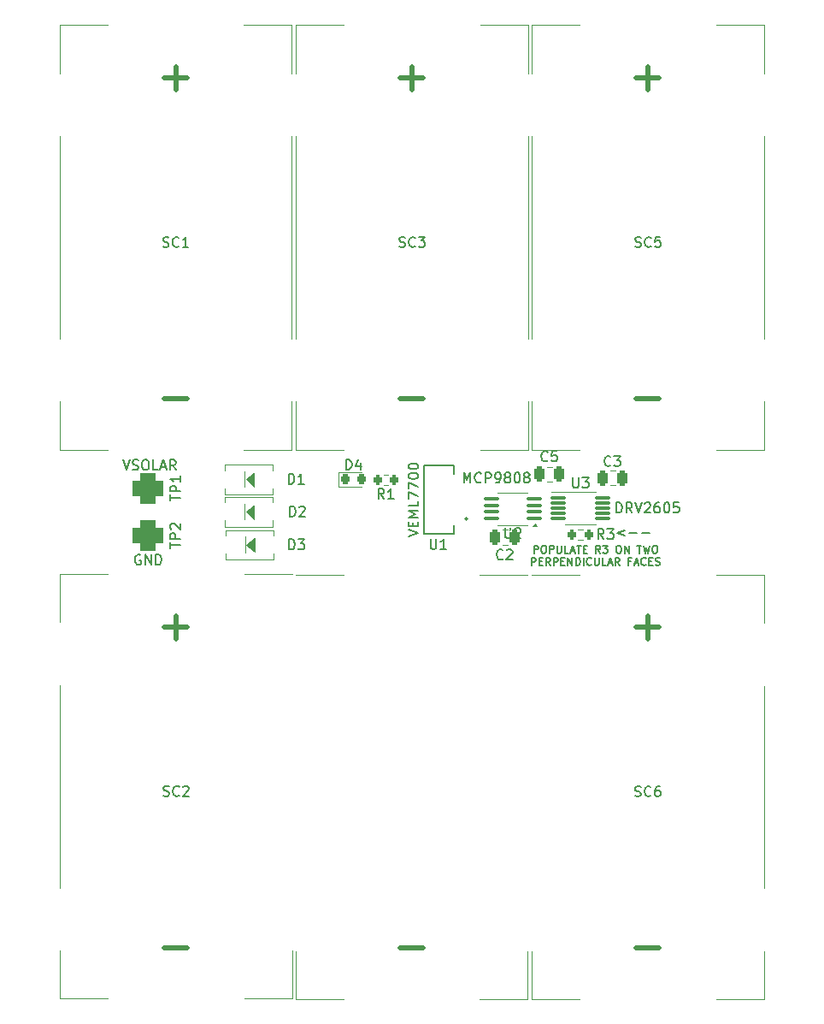
<source format=gbr>
%TF.GenerationSoftware,KiCad,Pcbnew,8.0.2-1*%
%TF.CreationDate,2024-06-12T16:50:45-07:00*%
%TF.ProjectId,solar-panel-NoCutout,736f6c61-722d-4706-916e-656c2d4e6f43,3.0*%
%TF.SameCoordinates,Original*%
%TF.FileFunction,Legend,Top*%
%TF.FilePolarity,Positive*%
%FSLAX46Y46*%
G04 Gerber Fmt 4.6, Leading zero omitted, Abs format (unit mm)*
G04 Created by KiCad (PCBNEW 8.0.2-1) date 2024-06-12 16:50:45*
%MOMM*%
%LPD*%
G01*
G04 APERTURE LIST*
G04 Aperture macros list*
%AMRoundRect*
0 Rectangle with rounded corners*
0 $1 Rounding radius*
0 $2 $3 $4 $5 $6 $7 $8 $9 X,Y pos of 4 corners*
0 Add a 4 corners polygon primitive as box body*
4,1,4,$2,$3,$4,$5,$6,$7,$8,$9,$2,$3,0*
0 Add four circle primitives for the rounded corners*
1,1,$1+$1,$2,$3*
1,1,$1+$1,$4,$5*
1,1,$1+$1,$6,$7*
1,1,$1+$1,$8,$9*
0 Add four rect primitives between the rounded corners*
20,1,$1+$1,$2,$3,$4,$5,0*
20,1,$1+$1,$4,$5,$6,$7,0*
20,1,$1+$1,$6,$7,$8,$9,0*
20,1,$1+$1,$8,$9,$2,$3,0*%
G04 Aperture macros list end*
%ADD10C,0.150000*%
%ADD11C,0.500000*%
%ADD12C,0.120000*%
%ADD13C,0.100000*%
%ADD14C,0.127000*%
%ADD15C,0.200000*%
%ADD16C,0.250000*%
%ADD17C,0.000000*%
%ADD18C,5.250000*%
%ADD19RoundRect,0.100000X0.687500X0.100000X-0.687500X0.100000X-0.687500X-0.100000X0.687500X-0.100000X0*%
%ADD20R,1.500000X1.800000*%
%ADD21R,13.000000X3.000000*%
%ADD22RoundRect,0.750000X0.750000X-0.750000X0.750000X0.750000X-0.750000X0.750000X-0.750000X-0.750000X0*%
%ADD23R,2.500000X1.700000*%
%ADD24RoundRect,0.250000X-0.250000X-0.475000X0.250000X-0.475000X0.250000X0.475000X-0.250000X0.475000X0*%
%ADD25RoundRect,0.250000X0.250000X0.475000X-0.250000X0.475000X-0.250000X-0.475000X0.250000X-0.475000X0*%
%ADD26R,1.600000X0.700000*%
%ADD27RoundRect,0.200000X0.200000X0.275000X-0.200000X0.275000X-0.200000X-0.275000X0.200000X-0.275000X0*%
%ADD28RoundRect,0.218750X-0.218750X-0.256250X0.218750X-0.256250X0.218750X0.256250X-0.218750X0.256250X0*%
%ADD29RoundRect,0.075000X-0.650000X-0.075000X0.650000X-0.075000X0.650000X0.075000X-0.650000X0.075000X0*%
G04 APERTURE END LIST*
D10*
X117598095Y-119012438D02*
X117502857Y-118964819D01*
X117502857Y-118964819D02*
X117360000Y-118964819D01*
X117360000Y-118964819D02*
X117217143Y-119012438D01*
X117217143Y-119012438D02*
X117121905Y-119107676D01*
X117121905Y-119107676D02*
X117074286Y-119202914D01*
X117074286Y-119202914D02*
X117026667Y-119393390D01*
X117026667Y-119393390D02*
X117026667Y-119536247D01*
X117026667Y-119536247D02*
X117074286Y-119726723D01*
X117074286Y-119726723D02*
X117121905Y-119821961D01*
X117121905Y-119821961D02*
X117217143Y-119917200D01*
X117217143Y-119917200D02*
X117360000Y-119964819D01*
X117360000Y-119964819D02*
X117455238Y-119964819D01*
X117455238Y-119964819D02*
X117598095Y-119917200D01*
X117598095Y-119917200D02*
X117645714Y-119869580D01*
X117645714Y-119869580D02*
X117645714Y-119536247D01*
X117645714Y-119536247D02*
X117455238Y-119536247D01*
X118074286Y-119964819D02*
X118074286Y-118964819D01*
X118074286Y-118964819D02*
X118645714Y-119964819D01*
X118645714Y-119964819D02*
X118645714Y-118964819D01*
X119121905Y-119964819D02*
X119121905Y-118964819D01*
X119121905Y-118964819D02*
X119360000Y-118964819D01*
X119360000Y-118964819D02*
X119502857Y-119012438D01*
X119502857Y-119012438D02*
X119598095Y-119107676D01*
X119598095Y-119107676D02*
X119645714Y-119202914D01*
X119645714Y-119202914D02*
X119693333Y-119393390D01*
X119693333Y-119393390D02*
X119693333Y-119536247D01*
X119693333Y-119536247D02*
X119645714Y-119726723D01*
X119645714Y-119726723D02*
X119598095Y-119821961D01*
X119598095Y-119821961D02*
X119502857Y-119917200D01*
X119502857Y-119917200D02*
X119360000Y-119964819D01*
X119360000Y-119964819D02*
X119121905Y-119964819D01*
X149621905Y-111854819D02*
X149621905Y-110854819D01*
X149621905Y-110854819D02*
X149955238Y-111569104D01*
X149955238Y-111569104D02*
X150288571Y-110854819D01*
X150288571Y-110854819D02*
X150288571Y-111854819D01*
X151336190Y-111759580D02*
X151288571Y-111807200D01*
X151288571Y-111807200D02*
X151145714Y-111854819D01*
X151145714Y-111854819D02*
X151050476Y-111854819D01*
X151050476Y-111854819D02*
X150907619Y-111807200D01*
X150907619Y-111807200D02*
X150812381Y-111711961D01*
X150812381Y-111711961D02*
X150764762Y-111616723D01*
X150764762Y-111616723D02*
X150717143Y-111426247D01*
X150717143Y-111426247D02*
X150717143Y-111283390D01*
X150717143Y-111283390D02*
X150764762Y-111092914D01*
X150764762Y-111092914D02*
X150812381Y-110997676D01*
X150812381Y-110997676D02*
X150907619Y-110902438D01*
X150907619Y-110902438D02*
X151050476Y-110854819D01*
X151050476Y-110854819D02*
X151145714Y-110854819D01*
X151145714Y-110854819D02*
X151288571Y-110902438D01*
X151288571Y-110902438D02*
X151336190Y-110950057D01*
X151764762Y-111854819D02*
X151764762Y-110854819D01*
X151764762Y-110854819D02*
X152145714Y-110854819D01*
X152145714Y-110854819D02*
X152240952Y-110902438D01*
X152240952Y-110902438D02*
X152288571Y-110950057D01*
X152288571Y-110950057D02*
X152336190Y-111045295D01*
X152336190Y-111045295D02*
X152336190Y-111188152D01*
X152336190Y-111188152D02*
X152288571Y-111283390D01*
X152288571Y-111283390D02*
X152240952Y-111331009D01*
X152240952Y-111331009D02*
X152145714Y-111378628D01*
X152145714Y-111378628D02*
X151764762Y-111378628D01*
X152812381Y-111854819D02*
X153002857Y-111854819D01*
X153002857Y-111854819D02*
X153098095Y-111807200D01*
X153098095Y-111807200D02*
X153145714Y-111759580D01*
X153145714Y-111759580D02*
X153240952Y-111616723D01*
X153240952Y-111616723D02*
X153288571Y-111426247D01*
X153288571Y-111426247D02*
X153288571Y-111045295D01*
X153288571Y-111045295D02*
X153240952Y-110950057D01*
X153240952Y-110950057D02*
X153193333Y-110902438D01*
X153193333Y-110902438D02*
X153098095Y-110854819D01*
X153098095Y-110854819D02*
X152907619Y-110854819D01*
X152907619Y-110854819D02*
X152812381Y-110902438D01*
X152812381Y-110902438D02*
X152764762Y-110950057D01*
X152764762Y-110950057D02*
X152717143Y-111045295D01*
X152717143Y-111045295D02*
X152717143Y-111283390D01*
X152717143Y-111283390D02*
X152764762Y-111378628D01*
X152764762Y-111378628D02*
X152812381Y-111426247D01*
X152812381Y-111426247D02*
X152907619Y-111473866D01*
X152907619Y-111473866D02*
X153098095Y-111473866D01*
X153098095Y-111473866D02*
X153193333Y-111426247D01*
X153193333Y-111426247D02*
X153240952Y-111378628D01*
X153240952Y-111378628D02*
X153288571Y-111283390D01*
X153860000Y-111283390D02*
X153764762Y-111235771D01*
X153764762Y-111235771D02*
X153717143Y-111188152D01*
X153717143Y-111188152D02*
X153669524Y-111092914D01*
X153669524Y-111092914D02*
X153669524Y-111045295D01*
X153669524Y-111045295D02*
X153717143Y-110950057D01*
X153717143Y-110950057D02*
X153764762Y-110902438D01*
X153764762Y-110902438D02*
X153860000Y-110854819D01*
X153860000Y-110854819D02*
X154050476Y-110854819D01*
X154050476Y-110854819D02*
X154145714Y-110902438D01*
X154145714Y-110902438D02*
X154193333Y-110950057D01*
X154193333Y-110950057D02*
X154240952Y-111045295D01*
X154240952Y-111045295D02*
X154240952Y-111092914D01*
X154240952Y-111092914D02*
X154193333Y-111188152D01*
X154193333Y-111188152D02*
X154145714Y-111235771D01*
X154145714Y-111235771D02*
X154050476Y-111283390D01*
X154050476Y-111283390D02*
X153860000Y-111283390D01*
X153860000Y-111283390D02*
X153764762Y-111331009D01*
X153764762Y-111331009D02*
X153717143Y-111378628D01*
X153717143Y-111378628D02*
X153669524Y-111473866D01*
X153669524Y-111473866D02*
X153669524Y-111664342D01*
X153669524Y-111664342D02*
X153717143Y-111759580D01*
X153717143Y-111759580D02*
X153764762Y-111807200D01*
X153764762Y-111807200D02*
X153860000Y-111854819D01*
X153860000Y-111854819D02*
X154050476Y-111854819D01*
X154050476Y-111854819D02*
X154145714Y-111807200D01*
X154145714Y-111807200D02*
X154193333Y-111759580D01*
X154193333Y-111759580D02*
X154240952Y-111664342D01*
X154240952Y-111664342D02*
X154240952Y-111473866D01*
X154240952Y-111473866D02*
X154193333Y-111378628D01*
X154193333Y-111378628D02*
X154145714Y-111331009D01*
X154145714Y-111331009D02*
X154050476Y-111283390D01*
X154860000Y-110854819D02*
X154955238Y-110854819D01*
X154955238Y-110854819D02*
X155050476Y-110902438D01*
X155050476Y-110902438D02*
X155098095Y-110950057D01*
X155098095Y-110950057D02*
X155145714Y-111045295D01*
X155145714Y-111045295D02*
X155193333Y-111235771D01*
X155193333Y-111235771D02*
X155193333Y-111473866D01*
X155193333Y-111473866D02*
X155145714Y-111664342D01*
X155145714Y-111664342D02*
X155098095Y-111759580D01*
X155098095Y-111759580D02*
X155050476Y-111807200D01*
X155050476Y-111807200D02*
X154955238Y-111854819D01*
X154955238Y-111854819D02*
X154860000Y-111854819D01*
X154860000Y-111854819D02*
X154764762Y-111807200D01*
X154764762Y-111807200D02*
X154717143Y-111759580D01*
X154717143Y-111759580D02*
X154669524Y-111664342D01*
X154669524Y-111664342D02*
X154621905Y-111473866D01*
X154621905Y-111473866D02*
X154621905Y-111235771D01*
X154621905Y-111235771D02*
X154669524Y-111045295D01*
X154669524Y-111045295D02*
X154717143Y-110950057D01*
X154717143Y-110950057D02*
X154764762Y-110902438D01*
X154764762Y-110902438D02*
X154860000Y-110854819D01*
X155764762Y-111283390D02*
X155669524Y-111235771D01*
X155669524Y-111235771D02*
X155621905Y-111188152D01*
X155621905Y-111188152D02*
X155574286Y-111092914D01*
X155574286Y-111092914D02*
X155574286Y-111045295D01*
X155574286Y-111045295D02*
X155621905Y-110950057D01*
X155621905Y-110950057D02*
X155669524Y-110902438D01*
X155669524Y-110902438D02*
X155764762Y-110854819D01*
X155764762Y-110854819D02*
X155955238Y-110854819D01*
X155955238Y-110854819D02*
X156050476Y-110902438D01*
X156050476Y-110902438D02*
X156098095Y-110950057D01*
X156098095Y-110950057D02*
X156145714Y-111045295D01*
X156145714Y-111045295D02*
X156145714Y-111092914D01*
X156145714Y-111092914D02*
X156098095Y-111188152D01*
X156098095Y-111188152D02*
X156050476Y-111235771D01*
X156050476Y-111235771D02*
X155955238Y-111283390D01*
X155955238Y-111283390D02*
X155764762Y-111283390D01*
X155764762Y-111283390D02*
X155669524Y-111331009D01*
X155669524Y-111331009D02*
X155621905Y-111378628D01*
X155621905Y-111378628D02*
X155574286Y-111473866D01*
X155574286Y-111473866D02*
X155574286Y-111664342D01*
X155574286Y-111664342D02*
X155621905Y-111759580D01*
X155621905Y-111759580D02*
X155669524Y-111807200D01*
X155669524Y-111807200D02*
X155764762Y-111854819D01*
X155764762Y-111854819D02*
X155955238Y-111854819D01*
X155955238Y-111854819D02*
X156050476Y-111807200D01*
X156050476Y-111807200D02*
X156098095Y-111759580D01*
X156098095Y-111759580D02*
X156145714Y-111664342D01*
X156145714Y-111664342D02*
X156145714Y-111473866D01*
X156145714Y-111473866D02*
X156098095Y-111378628D01*
X156098095Y-111378628D02*
X156050476Y-111331009D01*
X156050476Y-111331009D02*
X155955238Y-111283390D01*
X165552858Y-116548152D02*
X164790953Y-116833866D01*
X164790953Y-116833866D02*
X165552858Y-117119580D01*
X166029048Y-116833866D02*
X166790953Y-116833866D01*
X167267143Y-116833866D02*
X168029048Y-116833866D01*
X144114819Y-117176666D02*
X145114819Y-116843333D01*
X145114819Y-116843333D02*
X144114819Y-116510000D01*
X144591009Y-116176666D02*
X144591009Y-115843333D01*
X145114819Y-115700476D02*
X145114819Y-116176666D01*
X145114819Y-116176666D02*
X144114819Y-116176666D01*
X144114819Y-116176666D02*
X144114819Y-115700476D01*
X145114819Y-115271904D02*
X144114819Y-115271904D01*
X144114819Y-115271904D02*
X144829104Y-114938571D01*
X144829104Y-114938571D02*
X144114819Y-114605238D01*
X144114819Y-114605238D02*
X145114819Y-114605238D01*
X145114819Y-113652857D02*
X145114819Y-114129047D01*
X145114819Y-114129047D02*
X144114819Y-114129047D01*
X144114819Y-113414761D02*
X144114819Y-112748095D01*
X144114819Y-112748095D02*
X145114819Y-113176666D01*
X144114819Y-112462380D02*
X144114819Y-111795714D01*
X144114819Y-111795714D02*
X145114819Y-112224285D01*
X144114819Y-111224285D02*
X144114819Y-111129047D01*
X144114819Y-111129047D02*
X144162438Y-111033809D01*
X144162438Y-111033809D02*
X144210057Y-110986190D01*
X144210057Y-110986190D02*
X144305295Y-110938571D01*
X144305295Y-110938571D02*
X144495771Y-110890952D01*
X144495771Y-110890952D02*
X144733866Y-110890952D01*
X144733866Y-110890952D02*
X144924342Y-110938571D01*
X144924342Y-110938571D02*
X145019580Y-110986190D01*
X145019580Y-110986190D02*
X145067200Y-111033809D01*
X145067200Y-111033809D02*
X145114819Y-111129047D01*
X145114819Y-111129047D02*
X145114819Y-111224285D01*
X145114819Y-111224285D02*
X145067200Y-111319523D01*
X145067200Y-111319523D02*
X145019580Y-111367142D01*
X145019580Y-111367142D02*
X144924342Y-111414761D01*
X144924342Y-111414761D02*
X144733866Y-111462380D01*
X144733866Y-111462380D02*
X144495771Y-111462380D01*
X144495771Y-111462380D02*
X144305295Y-111414761D01*
X144305295Y-111414761D02*
X144210057Y-111367142D01*
X144210057Y-111367142D02*
X144162438Y-111319523D01*
X144162438Y-111319523D02*
X144114819Y-111224285D01*
X144114819Y-110271904D02*
X144114819Y-110176666D01*
X144114819Y-110176666D02*
X144162438Y-110081428D01*
X144162438Y-110081428D02*
X144210057Y-110033809D01*
X144210057Y-110033809D02*
X144305295Y-109986190D01*
X144305295Y-109986190D02*
X144495771Y-109938571D01*
X144495771Y-109938571D02*
X144733866Y-109938571D01*
X144733866Y-109938571D02*
X144924342Y-109986190D01*
X144924342Y-109986190D02*
X145019580Y-110033809D01*
X145019580Y-110033809D02*
X145067200Y-110081428D01*
X145067200Y-110081428D02*
X145114819Y-110176666D01*
X145114819Y-110176666D02*
X145114819Y-110271904D01*
X145114819Y-110271904D02*
X145067200Y-110367142D01*
X145067200Y-110367142D02*
X145019580Y-110414761D01*
X145019580Y-110414761D02*
X144924342Y-110462380D01*
X144924342Y-110462380D02*
X144733866Y-110509999D01*
X144733866Y-110509999D02*
X144495771Y-110509999D01*
X144495771Y-110509999D02*
X144305295Y-110462380D01*
X144305295Y-110462380D02*
X144210057Y-110414761D01*
X144210057Y-110414761D02*
X144162438Y-110367142D01*
X144162438Y-110367142D02*
X144114819Y-110271904D01*
X164724762Y-114814819D02*
X164724762Y-113814819D01*
X164724762Y-113814819D02*
X164962857Y-113814819D01*
X164962857Y-113814819D02*
X165105714Y-113862438D01*
X165105714Y-113862438D02*
X165200952Y-113957676D01*
X165200952Y-113957676D02*
X165248571Y-114052914D01*
X165248571Y-114052914D02*
X165296190Y-114243390D01*
X165296190Y-114243390D02*
X165296190Y-114386247D01*
X165296190Y-114386247D02*
X165248571Y-114576723D01*
X165248571Y-114576723D02*
X165200952Y-114671961D01*
X165200952Y-114671961D02*
X165105714Y-114767200D01*
X165105714Y-114767200D02*
X164962857Y-114814819D01*
X164962857Y-114814819D02*
X164724762Y-114814819D01*
X166296190Y-114814819D02*
X165962857Y-114338628D01*
X165724762Y-114814819D02*
X165724762Y-113814819D01*
X165724762Y-113814819D02*
X166105714Y-113814819D01*
X166105714Y-113814819D02*
X166200952Y-113862438D01*
X166200952Y-113862438D02*
X166248571Y-113910057D01*
X166248571Y-113910057D02*
X166296190Y-114005295D01*
X166296190Y-114005295D02*
X166296190Y-114148152D01*
X166296190Y-114148152D02*
X166248571Y-114243390D01*
X166248571Y-114243390D02*
X166200952Y-114291009D01*
X166200952Y-114291009D02*
X166105714Y-114338628D01*
X166105714Y-114338628D02*
X165724762Y-114338628D01*
X166581905Y-113814819D02*
X166915238Y-114814819D01*
X166915238Y-114814819D02*
X167248571Y-113814819D01*
X167534286Y-113910057D02*
X167581905Y-113862438D01*
X167581905Y-113862438D02*
X167677143Y-113814819D01*
X167677143Y-113814819D02*
X167915238Y-113814819D01*
X167915238Y-113814819D02*
X168010476Y-113862438D01*
X168010476Y-113862438D02*
X168058095Y-113910057D01*
X168058095Y-113910057D02*
X168105714Y-114005295D01*
X168105714Y-114005295D02*
X168105714Y-114100533D01*
X168105714Y-114100533D02*
X168058095Y-114243390D01*
X168058095Y-114243390D02*
X167486667Y-114814819D01*
X167486667Y-114814819D02*
X168105714Y-114814819D01*
X168962857Y-113814819D02*
X168772381Y-113814819D01*
X168772381Y-113814819D02*
X168677143Y-113862438D01*
X168677143Y-113862438D02*
X168629524Y-113910057D01*
X168629524Y-113910057D02*
X168534286Y-114052914D01*
X168534286Y-114052914D02*
X168486667Y-114243390D01*
X168486667Y-114243390D02*
X168486667Y-114624342D01*
X168486667Y-114624342D02*
X168534286Y-114719580D01*
X168534286Y-114719580D02*
X168581905Y-114767200D01*
X168581905Y-114767200D02*
X168677143Y-114814819D01*
X168677143Y-114814819D02*
X168867619Y-114814819D01*
X168867619Y-114814819D02*
X168962857Y-114767200D01*
X168962857Y-114767200D02*
X169010476Y-114719580D01*
X169010476Y-114719580D02*
X169058095Y-114624342D01*
X169058095Y-114624342D02*
X169058095Y-114386247D01*
X169058095Y-114386247D02*
X169010476Y-114291009D01*
X169010476Y-114291009D02*
X168962857Y-114243390D01*
X168962857Y-114243390D02*
X168867619Y-114195771D01*
X168867619Y-114195771D02*
X168677143Y-114195771D01*
X168677143Y-114195771D02*
X168581905Y-114243390D01*
X168581905Y-114243390D02*
X168534286Y-114291009D01*
X168534286Y-114291009D02*
X168486667Y-114386247D01*
X169677143Y-113814819D02*
X169772381Y-113814819D01*
X169772381Y-113814819D02*
X169867619Y-113862438D01*
X169867619Y-113862438D02*
X169915238Y-113910057D01*
X169915238Y-113910057D02*
X169962857Y-114005295D01*
X169962857Y-114005295D02*
X170010476Y-114195771D01*
X170010476Y-114195771D02*
X170010476Y-114433866D01*
X170010476Y-114433866D02*
X169962857Y-114624342D01*
X169962857Y-114624342D02*
X169915238Y-114719580D01*
X169915238Y-114719580D02*
X169867619Y-114767200D01*
X169867619Y-114767200D02*
X169772381Y-114814819D01*
X169772381Y-114814819D02*
X169677143Y-114814819D01*
X169677143Y-114814819D02*
X169581905Y-114767200D01*
X169581905Y-114767200D02*
X169534286Y-114719580D01*
X169534286Y-114719580D02*
X169486667Y-114624342D01*
X169486667Y-114624342D02*
X169439048Y-114433866D01*
X169439048Y-114433866D02*
X169439048Y-114195771D01*
X169439048Y-114195771D02*
X169486667Y-114005295D01*
X169486667Y-114005295D02*
X169534286Y-113910057D01*
X169534286Y-113910057D02*
X169581905Y-113862438D01*
X169581905Y-113862438D02*
X169677143Y-113814819D01*
X170915238Y-113814819D02*
X170439048Y-113814819D01*
X170439048Y-113814819D02*
X170391429Y-114291009D01*
X170391429Y-114291009D02*
X170439048Y-114243390D01*
X170439048Y-114243390D02*
X170534286Y-114195771D01*
X170534286Y-114195771D02*
X170772381Y-114195771D01*
X170772381Y-114195771D02*
X170867619Y-114243390D01*
X170867619Y-114243390D02*
X170915238Y-114291009D01*
X170915238Y-114291009D02*
X170962857Y-114386247D01*
X170962857Y-114386247D02*
X170962857Y-114624342D01*
X170962857Y-114624342D02*
X170915238Y-114719580D01*
X170915238Y-114719580D02*
X170867619Y-114767200D01*
X170867619Y-114767200D02*
X170772381Y-114814819D01*
X170772381Y-114814819D02*
X170534286Y-114814819D01*
X170534286Y-114814819D02*
X170439048Y-114767200D01*
X170439048Y-114767200D02*
X170391429Y-114719580D01*
X156580714Y-118815435D02*
X156580714Y-118065435D01*
X156580714Y-118065435D02*
X156866428Y-118065435D01*
X156866428Y-118065435D02*
X156937857Y-118101149D01*
X156937857Y-118101149D02*
X156973571Y-118136863D01*
X156973571Y-118136863D02*
X157009285Y-118208292D01*
X157009285Y-118208292D02*
X157009285Y-118315435D01*
X157009285Y-118315435D02*
X156973571Y-118386863D01*
X156973571Y-118386863D02*
X156937857Y-118422578D01*
X156937857Y-118422578D02*
X156866428Y-118458292D01*
X156866428Y-118458292D02*
X156580714Y-118458292D01*
X157473571Y-118065435D02*
X157616428Y-118065435D01*
X157616428Y-118065435D02*
X157687857Y-118101149D01*
X157687857Y-118101149D02*
X157759285Y-118172578D01*
X157759285Y-118172578D02*
X157795000Y-118315435D01*
X157795000Y-118315435D02*
X157795000Y-118565435D01*
X157795000Y-118565435D02*
X157759285Y-118708292D01*
X157759285Y-118708292D02*
X157687857Y-118779721D01*
X157687857Y-118779721D02*
X157616428Y-118815435D01*
X157616428Y-118815435D02*
X157473571Y-118815435D01*
X157473571Y-118815435D02*
X157402143Y-118779721D01*
X157402143Y-118779721D02*
X157330714Y-118708292D01*
X157330714Y-118708292D02*
X157295000Y-118565435D01*
X157295000Y-118565435D02*
X157295000Y-118315435D01*
X157295000Y-118315435D02*
X157330714Y-118172578D01*
X157330714Y-118172578D02*
X157402143Y-118101149D01*
X157402143Y-118101149D02*
X157473571Y-118065435D01*
X158116428Y-118815435D02*
X158116428Y-118065435D01*
X158116428Y-118065435D02*
X158402142Y-118065435D01*
X158402142Y-118065435D02*
X158473571Y-118101149D01*
X158473571Y-118101149D02*
X158509285Y-118136863D01*
X158509285Y-118136863D02*
X158544999Y-118208292D01*
X158544999Y-118208292D02*
X158544999Y-118315435D01*
X158544999Y-118315435D02*
X158509285Y-118386863D01*
X158509285Y-118386863D02*
X158473571Y-118422578D01*
X158473571Y-118422578D02*
X158402142Y-118458292D01*
X158402142Y-118458292D02*
X158116428Y-118458292D01*
X158866428Y-118065435D02*
X158866428Y-118672578D01*
X158866428Y-118672578D02*
X158902142Y-118744006D01*
X158902142Y-118744006D02*
X158937857Y-118779721D01*
X158937857Y-118779721D02*
X159009285Y-118815435D01*
X159009285Y-118815435D02*
X159152142Y-118815435D01*
X159152142Y-118815435D02*
X159223571Y-118779721D01*
X159223571Y-118779721D02*
X159259285Y-118744006D01*
X159259285Y-118744006D02*
X159294999Y-118672578D01*
X159294999Y-118672578D02*
X159294999Y-118065435D01*
X160009285Y-118815435D02*
X159652142Y-118815435D01*
X159652142Y-118815435D02*
X159652142Y-118065435D01*
X160223571Y-118601149D02*
X160580714Y-118601149D01*
X160152142Y-118815435D02*
X160402142Y-118065435D01*
X160402142Y-118065435D02*
X160652142Y-118815435D01*
X160794999Y-118065435D02*
X161223571Y-118065435D01*
X161009285Y-118815435D02*
X161009285Y-118065435D01*
X161473571Y-118422578D02*
X161723571Y-118422578D01*
X161830714Y-118815435D02*
X161473571Y-118815435D01*
X161473571Y-118815435D02*
X161473571Y-118065435D01*
X161473571Y-118065435D02*
X161830714Y-118065435D01*
X163152142Y-118815435D02*
X162902142Y-118458292D01*
X162723571Y-118815435D02*
X162723571Y-118065435D01*
X162723571Y-118065435D02*
X163009285Y-118065435D01*
X163009285Y-118065435D02*
X163080714Y-118101149D01*
X163080714Y-118101149D02*
X163116428Y-118136863D01*
X163116428Y-118136863D02*
X163152142Y-118208292D01*
X163152142Y-118208292D02*
X163152142Y-118315435D01*
X163152142Y-118315435D02*
X163116428Y-118386863D01*
X163116428Y-118386863D02*
X163080714Y-118422578D01*
X163080714Y-118422578D02*
X163009285Y-118458292D01*
X163009285Y-118458292D02*
X162723571Y-118458292D01*
X163402142Y-118065435D02*
X163866428Y-118065435D01*
X163866428Y-118065435D02*
X163616428Y-118351149D01*
X163616428Y-118351149D02*
X163723571Y-118351149D01*
X163723571Y-118351149D02*
X163795000Y-118386863D01*
X163795000Y-118386863D02*
X163830714Y-118422578D01*
X163830714Y-118422578D02*
X163866428Y-118494006D01*
X163866428Y-118494006D02*
X163866428Y-118672578D01*
X163866428Y-118672578D02*
X163830714Y-118744006D01*
X163830714Y-118744006D02*
X163795000Y-118779721D01*
X163795000Y-118779721D02*
X163723571Y-118815435D01*
X163723571Y-118815435D02*
X163509285Y-118815435D01*
X163509285Y-118815435D02*
X163437857Y-118779721D01*
X163437857Y-118779721D02*
X163402142Y-118744006D01*
X164902143Y-118065435D02*
X165045000Y-118065435D01*
X165045000Y-118065435D02*
X165116429Y-118101149D01*
X165116429Y-118101149D02*
X165187857Y-118172578D01*
X165187857Y-118172578D02*
X165223572Y-118315435D01*
X165223572Y-118315435D02*
X165223572Y-118565435D01*
X165223572Y-118565435D02*
X165187857Y-118708292D01*
X165187857Y-118708292D02*
X165116429Y-118779721D01*
X165116429Y-118779721D02*
X165045000Y-118815435D01*
X165045000Y-118815435D02*
X164902143Y-118815435D01*
X164902143Y-118815435D02*
X164830715Y-118779721D01*
X164830715Y-118779721D02*
X164759286Y-118708292D01*
X164759286Y-118708292D02*
X164723572Y-118565435D01*
X164723572Y-118565435D02*
X164723572Y-118315435D01*
X164723572Y-118315435D02*
X164759286Y-118172578D01*
X164759286Y-118172578D02*
X164830715Y-118101149D01*
X164830715Y-118101149D02*
X164902143Y-118065435D01*
X165545000Y-118815435D02*
X165545000Y-118065435D01*
X165545000Y-118065435D02*
X165973571Y-118815435D01*
X165973571Y-118815435D02*
X165973571Y-118065435D01*
X166795000Y-118065435D02*
X167223572Y-118065435D01*
X167009286Y-118815435D02*
X167009286Y-118065435D01*
X167402143Y-118065435D02*
X167580715Y-118815435D01*
X167580715Y-118815435D02*
X167723572Y-118279721D01*
X167723572Y-118279721D02*
X167866429Y-118815435D01*
X167866429Y-118815435D02*
X168045001Y-118065435D01*
X168473572Y-118065435D02*
X168616429Y-118065435D01*
X168616429Y-118065435D02*
X168687858Y-118101149D01*
X168687858Y-118101149D02*
X168759286Y-118172578D01*
X168759286Y-118172578D02*
X168795001Y-118315435D01*
X168795001Y-118315435D02*
X168795001Y-118565435D01*
X168795001Y-118565435D02*
X168759286Y-118708292D01*
X168759286Y-118708292D02*
X168687858Y-118779721D01*
X168687858Y-118779721D02*
X168616429Y-118815435D01*
X168616429Y-118815435D02*
X168473572Y-118815435D01*
X168473572Y-118815435D02*
X168402144Y-118779721D01*
X168402144Y-118779721D02*
X168330715Y-118708292D01*
X168330715Y-118708292D02*
X168295001Y-118565435D01*
X168295001Y-118565435D02*
X168295001Y-118315435D01*
X168295001Y-118315435D02*
X168330715Y-118172578D01*
X168330715Y-118172578D02*
X168402144Y-118101149D01*
X168402144Y-118101149D02*
X168473572Y-118065435D01*
X156330715Y-120022893D02*
X156330715Y-119272893D01*
X156330715Y-119272893D02*
X156616429Y-119272893D01*
X156616429Y-119272893D02*
X156687858Y-119308607D01*
X156687858Y-119308607D02*
X156723572Y-119344321D01*
X156723572Y-119344321D02*
X156759286Y-119415750D01*
X156759286Y-119415750D02*
X156759286Y-119522893D01*
X156759286Y-119522893D02*
X156723572Y-119594321D01*
X156723572Y-119594321D02*
X156687858Y-119630036D01*
X156687858Y-119630036D02*
X156616429Y-119665750D01*
X156616429Y-119665750D02*
X156330715Y-119665750D01*
X157080715Y-119630036D02*
X157330715Y-119630036D01*
X157437858Y-120022893D02*
X157080715Y-120022893D01*
X157080715Y-120022893D02*
X157080715Y-119272893D01*
X157080715Y-119272893D02*
X157437858Y-119272893D01*
X158187857Y-120022893D02*
X157937857Y-119665750D01*
X157759286Y-120022893D02*
X157759286Y-119272893D01*
X157759286Y-119272893D02*
X158045000Y-119272893D01*
X158045000Y-119272893D02*
X158116429Y-119308607D01*
X158116429Y-119308607D02*
X158152143Y-119344321D01*
X158152143Y-119344321D02*
X158187857Y-119415750D01*
X158187857Y-119415750D02*
X158187857Y-119522893D01*
X158187857Y-119522893D02*
X158152143Y-119594321D01*
X158152143Y-119594321D02*
X158116429Y-119630036D01*
X158116429Y-119630036D02*
X158045000Y-119665750D01*
X158045000Y-119665750D02*
X157759286Y-119665750D01*
X158509286Y-120022893D02*
X158509286Y-119272893D01*
X158509286Y-119272893D02*
X158795000Y-119272893D01*
X158795000Y-119272893D02*
X158866429Y-119308607D01*
X158866429Y-119308607D02*
X158902143Y-119344321D01*
X158902143Y-119344321D02*
X158937857Y-119415750D01*
X158937857Y-119415750D02*
X158937857Y-119522893D01*
X158937857Y-119522893D02*
X158902143Y-119594321D01*
X158902143Y-119594321D02*
X158866429Y-119630036D01*
X158866429Y-119630036D02*
X158795000Y-119665750D01*
X158795000Y-119665750D02*
X158509286Y-119665750D01*
X159259286Y-119630036D02*
X159509286Y-119630036D01*
X159616429Y-120022893D02*
X159259286Y-120022893D01*
X159259286Y-120022893D02*
X159259286Y-119272893D01*
X159259286Y-119272893D02*
X159616429Y-119272893D01*
X159937857Y-120022893D02*
X159937857Y-119272893D01*
X159937857Y-119272893D02*
X160366428Y-120022893D01*
X160366428Y-120022893D02*
X160366428Y-119272893D01*
X160723571Y-120022893D02*
X160723571Y-119272893D01*
X160723571Y-119272893D02*
X160902142Y-119272893D01*
X160902142Y-119272893D02*
X161009285Y-119308607D01*
X161009285Y-119308607D02*
X161080714Y-119380036D01*
X161080714Y-119380036D02*
X161116428Y-119451464D01*
X161116428Y-119451464D02*
X161152142Y-119594321D01*
X161152142Y-119594321D02*
X161152142Y-119701464D01*
X161152142Y-119701464D02*
X161116428Y-119844321D01*
X161116428Y-119844321D02*
X161080714Y-119915750D01*
X161080714Y-119915750D02*
X161009285Y-119987179D01*
X161009285Y-119987179D02*
X160902142Y-120022893D01*
X160902142Y-120022893D02*
X160723571Y-120022893D01*
X161473571Y-120022893D02*
X161473571Y-119272893D01*
X162259285Y-119951464D02*
X162223571Y-119987179D01*
X162223571Y-119987179D02*
X162116428Y-120022893D01*
X162116428Y-120022893D02*
X162045000Y-120022893D01*
X162045000Y-120022893D02*
X161937857Y-119987179D01*
X161937857Y-119987179D02*
X161866428Y-119915750D01*
X161866428Y-119915750D02*
X161830714Y-119844321D01*
X161830714Y-119844321D02*
X161795000Y-119701464D01*
X161795000Y-119701464D02*
X161795000Y-119594321D01*
X161795000Y-119594321D02*
X161830714Y-119451464D01*
X161830714Y-119451464D02*
X161866428Y-119380036D01*
X161866428Y-119380036D02*
X161937857Y-119308607D01*
X161937857Y-119308607D02*
X162045000Y-119272893D01*
X162045000Y-119272893D02*
X162116428Y-119272893D01*
X162116428Y-119272893D02*
X162223571Y-119308607D01*
X162223571Y-119308607D02*
X162259285Y-119344321D01*
X162580714Y-119272893D02*
X162580714Y-119880036D01*
X162580714Y-119880036D02*
X162616428Y-119951464D01*
X162616428Y-119951464D02*
X162652143Y-119987179D01*
X162652143Y-119987179D02*
X162723571Y-120022893D01*
X162723571Y-120022893D02*
X162866428Y-120022893D01*
X162866428Y-120022893D02*
X162937857Y-119987179D01*
X162937857Y-119987179D02*
X162973571Y-119951464D01*
X162973571Y-119951464D02*
X163009285Y-119880036D01*
X163009285Y-119880036D02*
X163009285Y-119272893D01*
X163723571Y-120022893D02*
X163366428Y-120022893D01*
X163366428Y-120022893D02*
X163366428Y-119272893D01*
X163937857Y-119808607D02*
X164295000Y-119808607D01*
X163866428Y-120022893D02*
X164116428Y-119272893D01*
X164116428Y-119272893D02*
X164366428Y-120022893D01*
X165044999Y-120022893D02*
X164794999Y-119665750D01*
X164616428Y-120022893D02*
X164616428Y-119272893D01*
X164616428Y-119272893D02*
X164902142Y-119272893D01*
X164902142Y-119272893D02*
X164973571Y-119308607D01*
X164973571Y-119308607D02*
X165009285Y-119344321D01*
X165009285Y-119344321D02*
X165044999Y-119415750D01*
X165044999Y-119415750D02*
X165044999Y-119522893D01*
X165044999Y-119522893D02*
X165009285Y-119594321D01*
X165009285Y-119594321D02*
X164973571Y-119630036D01*
X164973571Y-119630036D02*
X164902142Y-119665750D01*
X164902142Y-119665750D02*
X164616428Y-119665750D01*
X166187857Y-119630036D02*
X165937857Y-119630036D01*
X165937857Y-120022893D02*
X165937857Y-119272893D01*
X165937857Y-119272893D02*
X166295000Y-119272893D01*
X166545000Y-119808607D02*
X166902143Y-119808607D01*
X166473571Y-120022893D02*
X166723571Y-119272893D01*
X166723571Y-119272893D02*
X166973571Y-120022893D01*
X167652142Y-119951464D02*
X167616428Y-119987179D01*
X167616428Y-119987179D02*
X167509285Y-120022893D01*
X167509285Y-120022893D02*
X167437857Y-120022893D01*
X167437857Y-120022893D02*
X167330714Y-119987179D01*
X167330714Y-119987179D02*
X167259285Y-119915750D01*
X167259285Y-119915750D02*
X167223571Y-119844321D01*
X167223571Y-119844321D02*
X167187857Y-119701464D01*
X167187857Y-119701464D02*
X167187857Y-119594321D01*
X167187857Y-119594321D02*
X167223571Y-119451464D01*
X167223571Y-119451464D02*
X167259285Y-119380036D01*
X167259285Y-119380036D02*
X167330714Y-119308607D01*
X167330714Y-119308607D02*
X167437857Y-119272893D01*
X167437857Y-119272893D02*
X167509285Y-119272893D01*
X167509285Y-119272893D02*
X167616428Y-119308607D01*
X167616428Y-119308607D02*
X167652142Y-119344321D01*
X167973571Y-119630036D02*
X168223571Y-119630036D01*
X168330714Y-120022893D02*
X167973571Y-120022893D01*
X167973571Y-120022893D02*
X167973571Y-119272893D01*
X167973571Y-119272893D02*
X168330714Y-119272893D01*
X168616428Y-119987179D02*
X168723571Y-120022893D01*
X168723571Y-120022893D02*
X168902142Y-120022893D01*
X168902142Y-120022893D02*
X168973571Y-119987179D01*
X168973571Y-119987179D02*
X169009285Y-119951464D01*
X169009285Y-119951464D02*
X169044999Y-119880036D01*
X169044999Y-119880036D02*
X169044999Y-119808607D01*
X169044999Y-119808607D02*
X169009285Y-119737179D01*
X169009285Y-119737179D02*
X168973571Y-119701464D01*
X168973571Y-119701464D02*
X168902142Y-119665750D01*
X168902142Y-119665750D02*
X168759285Y-119630036D01*
X168759285Y-119630036D02*
X168687856Y-119594321D01*
X168687856Y-119594321D02*
X168652142Y-119558607D01*
X168652142Y-119558607D02*
X168616428Y-119487179D01*
X168616428Y-119487179D02*
X168616428Y-119415750D01*
X168616428Y-119415750D02*
X168652142Y-119344321D01*
X168652142Y-119344321D02*
X168687856Y-119308607D01*
X168687856Y-119308607D02*
X168759285Y-119272893D01*
X168759285Y-119272893D02*
X168937856Y-119272893D01*
X168937856Y-119272893D02*
X169044999Y-119308607D01*
X115853333Y-109584819D02*
X116186666Y-110584819D01*
X116186666Y-110584819D02*
X116519999Y-109584819D01*
X116805714Y-110537200D02*
X116948571Y-110584819D01*
X116948571Y-110584819D02*
X117186666Y-110584819D01*
X117186666Y-110584819D02*
X117281904Y-110537200D01*
X117281904Y-110537200D02*
X117329523Y-110489580D01*
X117329523Y-110489580D02*
X117377142Y-110394342D01*
X117377142Y-110394342D02*
X117377142Y-110299104D01*
X117377142Y-110299104D02*
X117329523Y-110203866D01*
X117329523Y-110203866D02*
X117281904Y-110156247D01*
X117281904Y-110156247D02*
X117186666Y-110108628D01*
X117186666Y-110108628D02*
X116996190Y-110061009D01*
X116996190Y-110061009D02*
X116900952Y-110013390D01*
X116900952Y-110013390D02*
X116853333Y-109965771D01*
X116853333Y-109965771D02*
X116805714Y-109870533D01*
X116805714Y-109870533D02*
X116805714Y-109775295D01*
X116805714Y-109775295D02*
X116853333Y-109680057D01*
X116853333Y-109680057D02*
X116900952Y-109632438D01*
X116900952Y-109632438D02*
X116996190Y-109584819D01*
X116996190Y-109584819D02*
X117234285Y-109584819D01*
X117234285Y-109584819D02*
X117377142Y-109632438D01*
X117996190Y-109584819D02*
X118186666Y-109584819D01*
X118186666Y-109584819D02*
X118281904Y-109632438D01*
X118281904Y-109632438D02*
X118377142Y-109727676D01*
X118377142Y-109727676D02*
X118424761Y-109918152D01*
X118424761Y-109918152D02*
X118424761Y-110251485D01*
X118424761Y-110251485D02*
X118377142Y-110441961D01*
X118377142Y-110441961D02*
X118281904Y-110537200D01*
X118281904Y-110537200D02*
X118186666Y-110584819D01*
X118186666Y-110584819D02*
X117996190Y-110584819D01*
X117996190Y-110584819D02*
X117900952Y-110537200D01*
X117900952Y-110537200D02*
X117805714Y-110441961D01*
X117805714Y-110441961D02*
X117758095Y-110251485D01*
X117758095Y-110251485D02*
X117758095Y-109918152D01*
X117758095Y-109918152D02*
X117805714Y-109727676D01*
X117805714Y-109727676D02*
X117900952Y-109632438D01*
X117900952Y-109632438D02*
X117996190Y-109584819D01*
X119329523Y-110584819D02*
X118853333Y-110584819D01*
X118853333Y-110584819D02*
X118853333Y-109584819D01*
X119615238Y-110299104D02*
X120091428Y-110299104D01*
X119520000Y-110584819D02*
X119853333Y-109584819D01*
X119853333Y-109584819D02*
X120186666Y-110584819D01*
X121091428Y-110584819D02*
X120758095Y-110108628D01*
X120520000Y-110584819D02*
X120520000Y-109584819D01*
X120520000Y-109584819D02*
X120900952Y-109584819D01*
X120900952Y-109584819D02*
X120996190Y-109632438D01*
X120996190Y-109632438D02*
X121043809Y-109680057D01*
X121043809Y-109680057D02*
X121091428Y-109775295D01*
X121091428Y-109775295D02*
X121091428Y-109918152D01*
X121091428Y-109918152D02*
X121043809Y-110013390D01*
X121043809Y-110013390D02*
X120996190Y-110061009D01*
X120996190Y-110061009D02*
X120900952Y-110108628D01*
X120900952Y-110108628D02*
X120520000Y-110108628D01*
X106206666Y-69764819D02*
X106206666Y-70479104D01*
X106206666Y-70479104D02*
X106159047Y-70621961D01*
X106159047Y-70621961D02*
X106063809Y-70717200D01*
X106063809Y-70717200D02*
X105920952Y-70764819D01*
X105920952Y-70764819D02*
X105825714Y-70764819D01*
X106635238Y-69860057D02*
X106682857Y-69812438D01*
X106682857Y-69812438D02*
X106778095Y-69764819D01*
X106778095Y-69764819D02*
X107016190Y-69764819D01*
X107016190Y-69764819D02*
X107111428Y-69812438D01*
X107111428Y-69812438D02*
X107159047Y-69860057D01*
X107159047Y-69860057D02*
X107206666Y-69955295D01*
X107206666Y-69955295D02*
X107206666Y-70050533D01*
X107206666Y-70050533D02*
X107159047Y-70193390D01*
X107159047Y-70193390D02*
X106587619Y-70764819D01*
X106587619Y-70764819D02*
X107206666Y-70764819D01*
X106086666Y-158884819D02*
X106086666Y-159599104D01*
X106086666Y-159599104D02*
X106039047Y-159741961D01*
X106039047Y-159741961D02*
X105943809Y-159837200D01*
X105943809Y-159837200D02*
X105800952Y-159884819D01*
X105800952Y-159884819D02*
X105705714Y-159884819D01*
X106467619Y-158884819D02*
X107086666Y-158884819D01*
X107086666Y-158884819D02*
X106753333Y-159265771D01*
X106753333Y-159265771D02*
X106896190Y-159265771D01*
X106896190Y-159265771D02*
X106991428Y-159313390D01*
X106991428Y-159313390D02*
X107039047Y-159361009D01*
X107039047Y-159361009D02*
X107086666Y-159456247D01*
X107086666Y-159456247D02*
X107086666Y-159694342D01*
X107086666Y-159694342D02*
X107039047Y-159789580D01*
X107039047Y-159789580D02*
X106991428Y-159837200D01*
X106991428Y-159837200D02*
X106896190Y-159884819D01*
X106896190Y-159884819D02*
X106610476Y-159884819D01*
X106610476Y-159884819D02*
X106515238Y-159837200D01*
X106515238Y-159837200D02*
X106467619Y-159789580D01*
X182266666Y-69834819D02*
X182266666Y-70549104D01*
X182266666Y-70549104D02*
X182219047Y-70691961D01*
X182219047Y-70691961D02*
X182123809Y-70787200D01*
X182123809Y-70787200D02*
X181980952Y-70834819D01*
X181980952Y-70834819D02*
X181885714Y-70834819D01*
X183171428Y-70168152D02*
X183171428Y-70834819D01*
X182933333Y-69787200D02*
X182695238Y-70501485D01*
X182695238Y-70501485D02*
X183314285Y-70501485D01*
X182046666Y-158824819D02*
X182046666Y-159539104D01*
X182046666Y-159539104D02*
X181999047Y-159681961D01*
X181999047Y-159681961D02*
X181903809Y-159777200D01*
X181903809Y-159777200D02*
X181760952Y-159824819D01*
X181760952Y-159824819D02*
X181665714Y-159824819D01*
X182999047Y-158824819D02*
X182522857Y-158824819D01*
X182522857Y-158824819D02*
X182475238Y-159301009D01*
X182475238Y-159301009D02*
X182522857Y-159253390D01*
X182522857Y-159253390D02*
X182618095Y-159205771D01*
X182618095Y-159205771D02*
X182856190Y-159205771D01*
X182856190Y-159205771D02*
X182951428Y-159253390D01*
X182951428Y-159253390D02*
X182999047Y-159301009D01*
X182999047Y-159301009D02*
X183046666Y-159396247D01*
X183046666Y-159396247D02*
X183046666Y-159634342D01*
X183046666Y-159634342D02*
X182999047Y-159729580D01*
X182999047Y-159729580D02*
X182951428Y-159777200D01*
X182951428Y-159777200D02*
X182856190Y-159824819D01*
X182856190Y-159824819D02*
X182618095Y-159824819D01*
X182618095Y-159824819D02*
X182522857Y-159777200D01*
X182522857Y-159777200D02*
X182475238Y-159729580D01*
X153688095Y-116324819D02*
X153688095Y-117134342D01*
X153688095Y-117134342D02*
X153735714Y-117229580D01*
X153735714Y-117229580D02*
X153783333Y-117277200D01*
X153783333Y-117277200D02*
X153878571Y-117324819D01*
X153878571Y-117324819D02*
X154069047Y-117324819D01*
X154069047Y-117324819D02*
X154164285Y-117277200D01*
X154164285Y-117277200D02*
X154211904Y-117229580D01*
X154211904Y-117229580D02*
X154259523Y-117134342D01*
X154259523Y-117134342D02*
X154259523Y-116324819D01*
X154688095Y-116420057D02*
X154735714Y-116372438D01*
X154735714Y-116372438D02*
X154830952Y-116324819D01*
X154830952Y-116324819D02*
X155069047Y-116324819D01*
X155069047Y-116324819D02*
X155164285Y-116372438D01*
X155164285Y-116372438D02*
X155211904Y-116420057D01*
X155211904Y-116420057D02*
X155259523Y-116515295D01*
X155259523Y-116515295D02*
X155259523Y-116610533D01*
X155259523Y-116610533D02*
X155211904Y-116753390D01*
X155211904Y-116753390D02*
X154640476Y-117324819D01*
X154640476Y-117324819D02*
X155259523Y-117324819D01*
X166598095Y-88477200D02*
X166740952Y-88524819D01*
X166740952Y-88524819D02*
X166979047Y-88524819D01*
X166979047Y-88524819D02*
X167074285Y-88477200D01*
X167074285Y-88477200D02*
X167121904Y-88429580D01*
X167121904Y-88429580D02*
X167169523Y-88334342D01*
X167169523Y-88334342D02*
X167169523Y-88239104D01*
X167169523Y-88239104D02*
X167121904Y-88143866D01*
X167121904Y-88143866D02*
X167074285Y-88096247D01*
X167074285Y-88096247D02*
X166979047Y-88048628D01*
X166979047Y-88048628D02*
X166788571Y-88001009D01*
X166788571Y-88001009D02*
X166693333Y-87953390D01*
X166693333Y-87953390D02*
X166645714Y-87905771D01*
X166645714Y-87905771D02*
X166598095Y-87810533D01*
X166598095Y-87810533D02*
X166598095Y-87715295D01*
X166598095Y-87715295D02*
X166645714Y-87620057D01*
X166645714Y-87620057D02*
X166693333Y-87572438D01*
X166693333Y-87572438D02*
X166788571Y-87524819D01*
X166788571Y-87524819D02*
X167026666Y-87524819D01*
X167026666Y-87524819D02*
X167169523Y-87572438D01*
X168169523Y-88429580D02*
X168121904Y-88477200D01*
X168121904Y-88477200D02*
X167979047Y-88524819D01*
X167979047Y-88524819D02*
X167883809Y-88524819D01*
X167883809Y-88524819D02*
X167740952Y-88477200D01*
X167740952Y-88477200D02*
X167645714Y-88381961D01*
X167645714Y-88381961D02*
X167598095Y-88286723D01*
X167598095Y-88286723D02*
X167550476Y-88096247D01*
X167550476Y-88096247D02*
X167550476Y-87953390D01*
X167550476Y-87953390D02*
X167598095Y-87762914D01*
X167598095Y-87762914D02*
X167645714Y-87667676D01*
X167645714Y-87667676D02*
X167740952Y-87572438D01*
X167740952Y-87572438D02*
X167883809Y-87524819D01*
X167883809Y-87524819D02*
X167979047Y-87524819D01*
X167979047Y-87524819D02*
X168121904Y-87572438D01*
X168121904Y-87572438D02*
X168169523Y-87620057D01*
X169074285Y-87524819D02*
X168598095Y-87524819D01*
X168598095Y-87524819D02*
X168550476Y-88001009D01*
X168550476Y-88001009D02*
X168598095Y-87953390D01*
X168598095Y-87953390D02*
X168693333Y-87905771D01*
X168693333Y-87905771D02*
X168931428Y-87905771D01*
X168931428Y-87905771D02*
X169026666Y-87953390D01*
X169026666Y-87953390D02*
X169074285Y-88001009D01*
X169074285Y-88001009D02*
X169121904Y-88096247D01*
X169121904Y-88096247D02*
X169121904Y-88334342D01*
X169121904Y-88334342D02*
X169074285Y-88429580D01*
X169074285Y-88429580D02*
X169026666Y-88477200D01*
X169026666Y-88477200D02*
X168931428Y-88524819D01*
X168931428Y-88524819D02*
X168693333Y-88524819D01*
X168693333Y-88524819D02*
X168598095Y-88477200D01*
X168598095Y-88477200D02*
X168550476Y-88429580D01*
D11*
X166717142Y-71789000D02*
X169002857Y-71789000D01*
X167859999Y-72931857D02*
X167859999Y-70646142D01*
X166717142Y-103539000D02*
X169002857Y-103539000D01*
D10*
X120574819Y-113601904D02*
X120574819Y-113030476D01*
X121574819Y-113316190D02*
X120574819Y-113316190D01*
X121574819Y-112697142D02*
X120574819Y-112697142D01*
X120574819Y-112697142D02*
X120574819Y-112316190D01*
X120574819Y-112316190D02*
X120622438Y-112220952D01*
X120622438Y-112220952D02*
X120670057Y-112173333D01*
X120670057Y-112173333D02*
X120765295Y-112125714D01*
X120765295Y-112125714D02*
X120908152Y-112125714D01*
X120908152Y-112125714D02*
X121003390Y-112173333D01*
X121003390Y-112173333D02*
X121051009Y-112220952D01*
X121051009Y-112220952D02*
X121098628Y-112316190D01*
X121098628Y-112316190D02*
X121098628Y-112697142D01*
X121574819Y-111173333D02*
X121574819Y-111744761D01*
X121574819Y-111459047D02*
X120574819Y-111459047D01*
X120574819Y-111459047D02*
X120717676Y-111554285D01*
X120717676Y-111554285D02*
X120812914Y-111649523D01*
X120812914Y-111649523D02*
X120860533Y-111744761D01*
X132311905Y-118454819D02*
X132311905Y-117454819D01*
X132311905Y-117454819D02*
X132550000Y-117454819D01*
X132550000Y-117454819D02*
X132692857Y-117502438D01*
X132692857Y-117502438D02*
X132788095Y-117597676D01*
X132788095Y-117597676D02*
X132835714Y-117692914D01*
X132835714Y-117692914D02*
X132883333Y-117883390D01*
X132883333Y-117883390D02*
X132883333Y-118026247D01*
X132883333Y-118026247D02*
X132835714Y-118216723D01*
X132835714Y-118216723D02*
X132788095Y-118311961D01*
X132788095Y-118311961D02*
X132692857Y-118407200D01*
X132692857Y-118407200D02*
X132550000Y-118454819D01*
X132550000Y-118454819D02*
X132311905Y-118454819D01*
X133216667Y-117454819D02*
X133835714Y-117454819D01*
X133835714Y-117454819D02*
X133502381Y-117835771D01*
X133502381Y-117835771D02*
X133645238Y-117835771D01*
X133645238Y-117835771D02*
X133740476Y-117883390D01*
X133740476Y-117883390D02*
X133788095Y-117931009D01*
X133788095Y-117931009D02*
X133835714Y-118026247D01*
X133835714Y-118026247D02*
X133835714Y-118264342D01*
X133835714Y-118264342D02*
X133788095Y-118359580D01*
X133788095Y-118359580D02*
X133740476Y-118407200D01*
X133740476Y-118407200D02*
X133645238Y-118454819D01*
X133645238Y-118454819D02*
X133359524Y-118454819D01*
X133359524Y-118454819D02*
X133264286Y-118407200D01*
X133264286Y-118407200D02*
X133216667Y-118359580D01*
X120544819Y-118311904D02*
X120544819Y-117740476D01*
X121544819Y-118026190D02*
X120544819Y-118026190D01*
X121544819Y-117407142D02*
X120544819Y-117407142D01*
X120544819Y-117407142D02*
X120544819Y-117026190D01*
X120544819Y-117026190D02*
X120592438Y-116930952D01*
X120592438Y-116930952D02*
X120640057Y-116883333D01*
X120640057Y-116883333D02*
X120735295Y-116835714D01*
X120735295Y-116835714D02*
X120878152Y-116835714D01*
X120878152Y-116835714D02*
X120973390Y-116883333D01*
X120973390Y-116883333D02*
X121021009Y-116930952D01*
X121021009Y-116930952D02*
X121068628Y-117026190D01*
X121068628Y-117026190D02*
X121068628Y-117407142D01*
X120640057Y-116454761D02*
X120592438Y-116407142D01*
X120592438Y-116407142D02*
X120544819Y-116311904D01*
X120544819Y-116311904D02*
X120544819Y-116073809D01*
X120544819Y-116073809D02*
X120592438Y-115978571D01*
X120592438Y-115978571D02*
X120640057Y-115930952D01*
X120640057Y-115930952D02*
X120735295Y-115883333D01*
X120735295Y-115883333D02*
X120830533Y-115883333D01*
X120830533Y-115883333D02*
X120973390Y-115930952D01*
X120973390Y-115930952D02*
X121544819Y-116502380D01*
X121544819Y-116502380D02*
X121544819Y-115883333D01*
X132281905Y-111964819D02*
X132281905Y-110964819D01*
X132281905Y-110964819D02*
X132520000Y-110964819D01*
X132520000Y-110964819D02*
X132662857Y-111012438D01*
X132662857Y-111012438D02*
X132758095Y-111107676D01*
X132758095Y-111107676D02*
X132805714Y-111202914D01*
X132805714Y-111202914D02*
X132853333Y-111393390D01*
X132853333Y-111393390D02*
X132853333Y-111536247D01*
X132853333Y-111536247D02*
X132805714Y-111726723D01*
X132805714Y-111726723D02*
X132758095Y-111821961D01*
X132758095Y-111821961D02*
X132662857Y-111917200D01*
X132662857Y-111917200D02*
X132520000Y-111964819D01*
X132520000Y-111964819D02*
X132281905Y-111964819D01*
X133805714Y-111964819D02*
X133234286Y-111964819D01*
X133520000Y-111964819D02*
X133520000Y-110964819D01*
X133520000Y-110964819D02*
X133424762Y-111107676D01*
X133424762Y-111107676D02*
X133329524Y-111202914D01*
X133329524Y-111202914D02*
X133234286Y-111250533D01*
X143228095Y-88477200D02*
X143370952Y-88524819D01*
X143370952Y-88524819D02*
X143609047Y-88524819D01*
X143609047Y-88524819D02*
X143704285Y-88477200D01*
X143704285Y-88477200D02*
X143751904Y-88429580D01*
X143751904Y-88429580D02*
X143799523Y-88334342D01*
X143799523Y-88334342D02*
X143799523Y-88239104D01*
X143799523Y-88239104D02*
X143751904Y-88143866D01*
X143751904Y-88143866D02*
X143704285Y-88096247D01*
X143704285Y-88096247D02*
X143609047Y-88048628D01*
X143609047Y-88048628D02*
X143418571Y-88001009D01*
X143418571Y-88001009D02*
X143323333Y-87953390D01*
X143323333Y-87953390D02*
X143275714Y-87905771D01*
X143275714Y-87905771D02*
X143228095Y-87810533D01*
X143228095Y-87810533D02*
X143228095Y-87715295D01*
X143228095Y-87715295D02*
X143275714Y-87620057D01*
X143275714Y-87620057D02*
X143323333Y-87572438D01*
X143323333Y-87572438D02*
X143418571Y-87524819D01*
X143418571Y-87524819D02*
X143656666Y-87524819D01*
X143656666Y-87524819D02*
X143799523Y-87572438D01*
X144799523Y-88429580D02*
X144751904Y-88477200D01*
X144751904Y-88477200D02*
X144609047Y-88524819D01*
X144609047Y-88524819D02*
X144513809Y-88524819D01*
X144513809Y-88524819D02*
X144370952Y-88477200D01*
X144370952Y-88477200D02*
X144275714Y-88381961D01*
X144275714Y-88381961D02*
X144228095Y-88286723D01*
X144228095Y-88286723D02*
X144180476Y-88096247D01*
X144180476Y-88096247D02*
X144180476Y-87953390D01*
X144180476Y-87953390D02*
X144228095Y-87762914D01*
X144228095Y-87762914D02*
X144275714Y-87667676D01*
X144275714Y-87667676D02*
X144370952Y-87572438D01*
X144370952Y-87572438D02*
X144513809Y-87524819D01*
X144513809Y-87524819D02*
X144609047Y-87524819D01*
X144609047Y-87524819D02*
X144751904Y-87572438D01*
X144751904Y-87572438D02*
X144799523Y-87620057D01*
X145132857Y-87524819D02*
X145751904Y-87524819D01*
X145751904Y-87524819D02*
X145418571Y-87905771D01*
X145418571Y-87905771D02*
X145561428Y-87905771D01*
X145561428Y-87905771D02*
X145656666Y-87953390D01*
X145656666Y-87953390D02*
X145704285Y-88001009D01*
X145704285Y-88001009D02*
X145751904Y-88096247D01*
X145751904Y-88096247D02*
X145751904Y-88334342D01*
X145751904Y-88334342D02*
X145704285Y-88429580D01*
X145704285Y-88429580D02*
X145656666Y-88477200D01*
X145656666Y-88477200D02*
X145561428Y-88524819D01*
X145561428Y-88524819D02*
X145275714Y-88524819D01*
X145275714Y-88524819D02*
X145180476Y-88477200D01*
X145180476Y-88477200D02*
X145132857Y-88429580D01*
D11*
X143347142Y-103539000D02*
X145632857Y-103539000D01*
X143347142Y-71789000D02*
X145632857Y-71789000D01*
X144489999Y-72931857D02*
X144489999Y-70646142D01*
X143307142Y-157909000D02*
X145592857Y-157909000D01*
D10*
X119858095Y-142827200D02*
X120000952Y-142874819D01*
X120000952Y-142874819D02*
X120239047Y-142874819D01*
X120239047Y-142874819D02*
X120334285Y-142827200D01*
X120334285Y-142827200D02*
X120381904Y-142779580D01*
X120381904Y-142779580D02*
X120429523Y-142684342D01*
X120429523Y-142684342D02*
X120429523Y-142589104D01*
X120429523Y-142589104D02*
X120381904Y-142493866D01*
X120381904Y-142493866D02*
X120334285Y-142446247D01*
X120334285Y-142446247D02*
X120239047Y-142398628D01*
X120239047Y-142398628D02*
X120048571Y-142351009D01*
X120048571Y-142351009D02*
X119953333Y-142303390D01*
X119953333Y-142303390D02*
X119905714Y-142255771D01*
X119905714Y-142255771D02*
X119858095Y-142160533D01*
X119858095Y-142160533D02*
X119858095Y-142065295D01*
X119858095Y-142065295D02*
X119905714Y-141970057D01*
X119905714Y-141970057D02*
X119953333Y-141922438D01*
X119953333Y-141922438D02*
X120048571Y-141874819D01*
X120048571Y-141874819D02*
X120286666Y-141874819D01*
X120286666Y-141874819D02*
X120429523Y-141922438D01*
X121429523Y-142779580D02*
X121381904Y-142827200D01*
X121381904Y-142827200D02*
X121239047Y-142874819D01*
X121239047Y-142874819D02*
X121143809Y-142874819D01*
X121143809Y-142874819D02*
X121000952Y-142827200D01*
X121000952Y-142827200D02*
X120905714Y-142731961D01*
X120905714Y-142731961D02*
X120858095Y-142636723D01*
X120858095Y-142636723D02*
X120810476Y-142446247D01*
X120810476Y-142446247D02*
X120810476Y-142303390D01*
X120810476Y-142303390D02*
X120858095Y-142112914D01*
X120858095Y-142112914D02*
X120905714Y-142017676D01*
X120905714Y-142017676D02*
X121000952Y-141922438D01*
X121000952Y-141922438D02*
X121143809Y-141874819D01*
X121143809Y-141874819D02*
X121239047Y-141874819D01*
X121239047Y-141874819D02*
X121381904Y-141922438D01*
X121381904Y-141922438D02*
X121429523Y-141970057D01*
X121810476Y-141970057D02*
X121858095Y-141922438D01*
X121858095Y-141922438D02*
X121953333Y-141874819D01*
X121953333Y-141874819D02*
X122191428Y-141874819D01*
X122191428Y-141874819D02*
X122286666Y-141922438D01*
X122286666Y-141922438D02*
X122334285Y-141970057D01*
X122334285Y-141970057D02*
X122381904Y-142065295D01*
X122381904Y-142065295D02*
X122381904Y-142160533D01*
X122381904Y-142160533D02*
X122334285Y-142303390D01*
X122334285Y-142303390D02*
X121762857Y-142874819D01*
X121762857Y-142874819D02*
X122381904Y-142874819D01*
D11*
X119977142Y-126139000D02*
X122262857Y-126139000D01*
X121119999Y-127281857D02*
X121119999Y-124996142D01*
X119977142Y-157889000D02*
X122262857Y-157889000D01*
D10*
X132391905Y-115184819D02*
X132391905Y-114184819D01*
X132391905Y-114184819D02*
X132630000Y-114184819D01*
X132630000Y-114184819D02*
X132772857Y-114232438D01*
X132772857Y-114232438D02*
X132868095Y-114327676D01*
X132868095Y-114327676D02*
X132915714Y-114422914D01*
X132915714Y-114422914D02*
X132963333Y-114613390D01*
X132963333Y-114613390D02*
X132963333Y-114756247D01*
X132963333Y-114756247D02*
X132915714Y-114946723D01*
X132915714Y-114946723D02*
X132868095Y-115041961D01*
X132868095Y-115041961D02*
X132772857Y-115137200D01*
X132772857Y-115137200D02*
X132630000Y-115184819D01*
X132630000Y-115184819D02*
X132391905Y-115184819D01*
X133344286Y-114280057D02*
X133391905Y-114232438D01*
X133391905Y-114232438D02*
X133487143Y-114184819D01*
X133487143Y-114184819D02*
X133725238Y-114184819D01*
X133725238Y-114184819D02*
X133820476Y-114232438D01*
X133820476Y-114232438D02*
X133868095Y-114280057D01*
X133868095Y-114280057D02*
X133915714Y-114375295D01*
X133915714Y-114375295D02*
X133915714Y-114470533D01*
X133915714Y-114470533D02*
X133868095Y-114613390D01*
X133868095Y-114613390D02*
X133296667Y-115184819D01*
X133296667Y-115184819D02*
X133915714Y-115184819D01*
X166588095Y-142857200D02*
X166730952Y-142904819D01*
X166730952Y-142904819D02*
X166969047Y-142904819D01*
X166969047Y-142904819D02*
X167064285Y-142857200D01*
X167064285Y-142857200D02*
X167111904Y-142809580D01*
X167111904Y-142809580D02*
X167159523Y-142714342D01*
X167159523Y-142714342D02*
X167159523Y-142619104D01*
X167159523Y-142619104D02*
X167111904Y-142523866D01*
X167111904Y-142523866D02*
X167064285Y-142476247D01*
X167064285Y-142476247D02*
X166969047Y-142428628D01*
X166969047Y-142428628D02*
X166778571Y-142381009D01*
X166778571Y-142381009D02*
X166683333Y-142333390D01*
X166683333Y-142333390D02*
X166635714Y-142285771D01*
X166635714Y-142285771D02*
X166588095Y-142190533D01*
X166588095Y-142190533D02*
X166588095Y-142095295D01*
X166588095Y-142095295D02*
X166635714Y-142000057D01*
X166635714Y-142000057D02*
X166683333Y-141952438D01*
X166683333Y-141952438D02*
X166778571Y-141904819D01*
X166778571Y-141904819D02*
X167016666Y-141904819D01*
X167016666Y-141904819D02*
X167159523Y-141952438D01*
X168159523Y-142809580D02*
X168111904Y-142857200D01*
X168111904Y-142857200D02*
X167969047Y-142904819D01*
X167969047Y-142904819D02*
X167873809Y-142904819D01*
X167873809Y-142904819D02*
X167730952Y-142857200D01*
X167730952Y-142857200D02*
X167635714Y-142761961D01*
X167635714Y-142761961D02*
X167588095Y-142666723D01*
X167588095Y-142666723D02*
X167540476Y-142476247D01*
X167540476Y-142476247D02*
X167540476Y-142333390D01*
X167540476Y-142333390D02*
X167588095Y-142142914D01*
X167588095Y-142142914D02*
X167635714Y-142047676D01*
X167635714Y-142047676D02*
X167730952Y-141952438D01*
X167730952Y-141952438D02*
X167873809Y-141904819D01*
X167873809Y-141904819D02*
X167969047Y-141904819D01*
X167969047Y-141904819D02*
X168111904Y-141952438D01*
X168111904Y-141952438D02*
X168159523Y-142000057D01*
X169016666Y-141904819D02*
X168826190Y-141904819D01*
X168826190Y-141904819D02*
X168730952Y-141952438D01*
X168730952Y-141952438D02*
X168683333Y-142000057D01*
X168683333Y-142000057D02*
X168588095Y-142142914D01*
X168588095Y-142142914D02*
X168540476Y-142333390D01*
X168540476Y-142333390D02*
X168540476Y-142714342D01*
X168540476Y-142714342D02*
X168588095Y-142809580D01*
X168588095Y-142809580D02*
X168635714Y-142857200D01*
X168635714Y-142857200D02*
X168730952Y-142904819D01*
X168730952Y-142904819D02*
X168921428Y-142904819D01*
X168921428Y-142904819D02*
X169016666Y-142857200D01*
X169016666Y-142857200D02*
X169064285Y-142809580D01*
X169064285Y-142809580D02*
X169111904Y-142714342D01*
X169111904Y-142714342D02*
X169111904Y-142476247D01*
X169111904Y-142476247D02*
X169064285Y-142381009D01*
X169064285Y-142381009D02*
X169016666Y-142333390D01*
X169016666Y-142333390D02*
X168921428Y-142285771D01*
X168921428Y-142285771D02*
X168730952Y-142285771D01*
X168730952Y-142285771D02*
X168635714Y-142333390D01*
X168635714Y-142333390D02*
X168588095Y-142381009D01*
X168588095Y-142381009D02*
X168540476Y-142476247D01*
D11*
X166707142Y-157919000D02*
X168992857Y-157919000D01*
X166707142Y-126169000D02*
X168992857Y-126169000D01*
X167849999Y-127311857D02*
X167849999Y-125026142D01*
D10*
X153493333Y-119369580D02*
X153445714Y-119417200D01*
X153445714Y-119417200D02*
X153302857Y-119464819D01*
X153302857Y-119464819D02*
X153207619Y-119464819D01*
X153207619Y-119464819D02*
X153064762Y-119417200D01*
X153064762Y-119417200D02*
X152969524Y-119321961D01*
X152969524Y-119321961D02*
X152921905Y-119226723D01*
X152921905Y-119226723D02*
X152874286Y-119036247D01*
X152874286Y-119036247D02*
X152874286Y-118893390D01*
X152874286Y-118893390D02*
X152921905Y-118702914D01*
X152921905Y-118702914D02*
X152969524Y-118607676D01*
X152969524Y-118607676D02*
X153064762Y-118512438D01*
X153064762Y-118512438D02*
X153207619Y-118464819D01*
X153207619Y-118464819D02*
X153302857Y-118464819D01*
X153302857Y-118464819D02*
X153445714Y-118512438D01*
X153445714Y-118512438D02*
X153493333Y-118560057D01*
X153874286Y-118560057D02*
X153921905Y-118512438D01*
X153921905Y-118512438D02*
X154017143Y-118464819D01*
X154017143Y-118464819D02*
X154255238Y-118464819D01*
X154255238Y-118464819D02*
X154350476Y-118512438D01*
X154350476Y-118512438D02*
X154398095Y-118560057D01*
X154398095Y-118560057D02*
X154445714Y-118655295D01*
X154445714Y-118655295D02*
X154445714Y-118750533D01*
X154445714Y-118750533D02*
X154398095Y-118893390D01*
X154398095Y-118893390D02*
X153826667Y-119464819D01*
X153826667Y-119464819D02*
X154445714Y-119464819D01*
X157923333Y-109639580D02*
X157875714Y-109687200D01*
X157875714Y-109687200D02*
X157732857Y-109734819D01*
X157732857Y-109734819D02*
X157637619Y-109734819D01*
X157637619Y-109734819D02*
X157494762Y-109687200D01*
X157494762Y-109687200D02*
X157399524Y-109591961D01*
X157399524Y-109591961D02*
X157351905Y-109496723D01*
X157351905Y-109496723D02*
X157304286Y-109306247D01*
X157304286Y-109306247D02*
X157304286Y-109163390D01*
X157304286Y-109163390D02*
X157351905Y-108972914D01*
X157351905Y-108972914D02*
X157399524Y-108877676D01*
X157399524Y-108877676D02*
X157494762Y-108782438D01*
X157494762Y-108782438D02*
X157637619Y-108734819D01*
X157637619Y-108734819D02*
X157732857Y-108734819D01*
X157732857Y-108734819D02*
X157875714Y-108782438D01*
X157875714Y-108782438D02*
X157923333Y-108830057D01*
X158828095Y-108734819D02*
X158351905Y-108734819D01*
X158351905Y-108734819D02*
X158304286Y-109211009D01*
X158304286Y-109211009D02*
X158351905Y-109163390D01*
X158351905Y-109163390D02*
X158447143Y-109115771D01*
X158447143Y-109115771D02*
X158685238Y-109115771D01*
X158685238Y-109115771D02*
X158780476Y-109163390D01*
X158780476Y-109163390D02*
X158828095Y-109211009D01*
X158828095Y-109211009D02*
X158875714Y-109306247D01*
X158875714Y-109306247D02*
X158875714Y-109544342D01*
X158875714Y-109544342D02*
X158828095Y-109639580D01*
X158828095Y-109639580D02*
X158780476Y-109687200D01*
X158780476Y-109687200D02*
X158685238Y-109734819D01*
X158685238Y-109734819D02*
X158447143Y-109734819D01*
X158447143Y-109734819D02*
X158351905Y-109687200D01*
X158351905Y-109687200D02*
X158304286Y-109639580D01*
X146318095Y-117414819D02*
X146318095Y-118224342D01*
X146318095Y-118224342D02*
X146365714Y-118319580D01*
X146365714Y-118319580D02*
X146413333Y-118367200D01*
X146413333Y-118367200D02*
X146508571Y-118414819D01*
X146508571Y-118414819D02*
X146699047Y-118414819D01*
X146699047Y-118414819D02*
X146794285Y-118367200D01*
X146794285Y-118367200D02*
X146841904Y-118319580D01*
X146841904Y-118319580D02*
X146889523Y-118224342D01*
X146889523Y-118224342D02*
X146889523Y-117414819D01*
X147889523Y-118414819D02*
X147318095Y-118414819D01*
X147603809Y-118414819D02*
X147603809Y-117414819D01*
X147603809Y-117414819D02*
X147508571Y-117557676D01*
X147508571Y-117557676D02*
X147413333Y-117652914D01*
X147413333Y-117652914D02*
X147318095Y-117700533D01*
X163493333Y-117424819D02*
X163160000Y-116948628D01*
X162921905Y-117424819D02*
X162921905Y-116424819D01*
X162921905Y-116424819D02*
X163302857Y-116424819D01*
X163302857Y-116424819D02*
X163398095Y-116472438D01*
X163398095Y-116472438D02*
X163445714Y-116520057D01*
X163445714Y-116520057D02*
X163493333Y-116615295D01*
X163493333Y-116615295D02*
X163493333Y-116758152D01*
X163493333Y-116758152D02*
X163445714Y-116853390D01*
X163445714Y-116853390D02*
X163398095Y-116901009D01*
X163398095Y-116901009D02*
X163302857Y-116948628D01*
X163302857Y-116948628D02*
X162921905Y-116948628D01*
X163826667Y-116424819D02*
X164445714Y-116424819D01*
X164445714Y-116424819D02*
X164112381Y-116805771D01*
X164112381Y-116805771D02*
X164255238Y-116805771D01*
X164255238Y-116805771D02*
X164350476Y-116853390D01*
X164350476Y-116853390D02*
X164398095Y-116901009D01*
X164398095Y-116901009D02*
X164445714Y-116996247D01*
X164445714Y-116996247D02*
X164445714Y-117234342D01*
X164445714Y-117234342D02*
X164398095Y-117329580D01*
X164398095Y-117329580D02*
X164350476Y-117377200D01*
X164350476Y-117377200D02*
X164255238Y-117424819D01*
X164255238Y-117424819D02*
X163969524Y-117424819D01*
X163969524Y-117424819D02*
X163874286Y-117377200D01*
X163874286Y-117377200D02*
X163826667Y-117329580D01*
X164173333Y-110129580D02*
X164125714Y-110177200D01*
X164125714Y-110177200D02*
X163982857Y-110224819D01*
X163982857Y-110224819D02*
X163887619Y-110224819D01*
X163887619Y-110224819D02*
X163744762Y-110177200D01*
X163744762Y-110177200D02*
X163649524Y-110081961D01*
X163649524Y-110081961D02*
X163601905Y-109986723D01*
X163601905Y-109986723D02*
X163554286Y-109796247D01*
X163554286Y-109796247D02*
X163554286Y-109653390D01*
X163554286Y-109653390D02*
X163601905Y-109462914D01*
X163601905Y-109462914D02*
X163649524Y-109367676D01*
X163649524Y-109367676D02*
X163744762Y-109272438D01*
X163744762Y-109272438D02*
X163887619Y-109224819D01*
X163887619Y-109224819D02*
X163982857Y-109224819D01*
X163982857Y-109224819D02*
X164125714Y-109272438D01*
X164125714Y-109272438D02*
X164173333Y-109320057D01*
X164506667Y-109224819D02*
X165125714Y-109224819D01*
X165125714Y-109224819D02*
X164792381Y-109605771D01*
X164792381Y-109605771D02*
X164935238Y-109605771D01*
X164935238Y-109605771D02*
X165030476Y-109653390D01*
X165030476Y-109653390D02*
X165078095Y-109701009D01*
X165078095Y-109701009D02*
X165125714Y-109796247D01*
X165125714Y-109796247D02*
X165125714Y-110034342D01*
X165125714Y-110034342D02*
X165078095Y-110129580D01*
X165078095Y-110129580D02*
X165030476Y-110177200D01*
X165030476Y-110177200D02*
X164935238Y-110224819D01*
X164935238Y-110224819D02*
X164649524Y-110224819D01*
X164649524Y-110224819D02*
X164554286Y-110177200D01*
X164554286Y-110177200D02*
X164506667Y-110129580D01*
X137961905Y-110549819D02*
X137961905Y-109549819D01*
X137961905Y-109549819D02*
X138200000Y-109549819D01*
X138200000Y-109549819D02*
X138342857Y-109597438D01*
X138342857Y-109597438D02*
X138438095Y-109692676D01*
X138438095Y-109692676D02*
X138485714Y-109787914D01*
X138485714Y-109787914D02*
X138533333Y-109978390D01*
X138533333Y-109978390D02*
X138533333Y-110121247D01*
X138533333Y-110121247D02*
X138485714Y-110311723D01*
X138485714Y-110311723D02*
X138438095Y-110406961D01*
X138438095Y-110406961D02*
X138342857Y-110502200D01*
X138342857Y-110502200D02*
X138200000Y-110549819D01*
X138200000Y-110549819D02*
X137961905Y-110549819D01*
X139390476Y-109883152D02*
X139390476Y-110549819D01*
X139152381Y-109502200D02*
X138914286Y-110216485D01*
X138914286Y-110216485D02*
X139533333Y-110216485D01*
X119828095Y-88477200D02*
X119970952Y-88524819D01*
X119970952Y-88524819D02*
X120209047Y-88524819D01*
X120209047Y-88524819D02*
X120304285Y-88477200D01*
X120304285Y-88477200D02*
X120351904Y-88429580D01*
X120351904Y-88429580D02*
X120399523Y-88334342D01*
X120399523Y-88334342D02*
X120399523Y-88239104D01*
X120399523Y-88239104D02*
X120351904Y-88143866D01*
X120351904Y-88143866D02*
X120304285Y-88096247D01*
X120304285Y-88096247D02*
X120209047Y-88048628D01*
X120209047Y-88048628D02*
X120018571Y-88001009D01*
X120018571Y-88001009D02*
X119923333Y-87953390D01*
X119923333Y-87953390D02*
X119875714Y-87905771D01*
X119875714Y-87905771D02*
X119828095Y-87810533D01*
X119828095Y-87810533D02*
X119828095Y-87715295D01*
X119828095Y-87715295D02*
X119875714Y-87620057D01*
X119875714Y-87620057D02*
X119923333Y-87572438D01*
X119923333Y-87572438D02*
X120018571Y-87524819D01*
X120018571Y-87524819D02*
X120256666Y-87524819D01*
X120256666Y-87524819D02*
X120399523Y-87572438D01*
X121399523Y-88429580D02*
X121351904Y-88477200D01*
X121351904Y-88477200D02*
X121209047Y-88524819D01*
X121209047Y-88524819D02*
X121113809Y-88524819D01*
X121113809Y-88524819D02*
X120970952Y-88477200D01*
X120970952Y-88477200D02*
X120875714Y-88381961D01*
X120875714Y-88381961D02*
X120828095Y-88286723D01*
X120828095Y-88286723D02*
X120780476Y-88096247D01*
X120780476Y-88096247D02*
X120780476Y-87953390D01*
X120780476Y-87953390D02*
X120828095Y-87762914D01*
X120828095Y-87762914D02*
X120875714Y-87667676D01*
X120875714Y-87667676D02*
X120970952Y-87572438D01*
X120970952Y-87572438D02*
X121113809Y-87524819D01*
X121113809Y-87524819D02*
X121209047Y-87524819D01*
X121209047Y-87524819D02*
X121351904Y-87572438D01*
X121351904Y-87572438D02*
X121399523Y-87620057D01*
X122351904Y-88524819D02*
X121780476Y-88524819D01*
X122066190Y-88524819D02*
X122066190Y-87524819D01*
X122066190Y-87524819D02*
X121970952Y-87667676D01*
X121970952Y-87667676D02*
X121875714Y-87762914D01*
X121875714Y-87762914D02*
X121780476Y-87810533D01*
D11*
X119947142Y-71789000D02*
X122232857Y-71789000D01*
X121089999Y-72931857D02*
X121089999Y-70646142D01*
X119947142Y-103539000D02*
X122232857Y-103539000D01*
D10*
X141733333Y-113434819D02*
X141400000Y-112958628D01*
X141161905Y-113434819D02*
X141161905Y-112434819D01*
X141161905Y-112434819D02*
X141542857Y-112434819D01*
X141542857Y-112434819D02*
X141638095Y-112482438D01*
X141638095Y-112482438D02*
X141685714Y-112530057D01*
X141685714Y-112530057D02*
X141733333Y-112625295D01*
X141733333Y-112625295D02*
X141733333Y-112768152D01*
X141733333Y-112768152D02*
X141685714Y-112863390D01*
X141685714Y-112863390D02*
X141638095Y-112911009D01*
X141638095Y-112911009D02*
X141542857Y-112958628D01*
X141542857Y-112958628D02*
X141161905Y-112958628D01*
X142685714Y-113434819D02*
X142114286Y-113434819D01*
X142400000Y-113434819D02*
X142400000Y-112434819D01*
X142400000Y-112434819D02*
X142304762Y-112577676D01*
X142304762Y-112577676D02*
X142209524Y-112672914D01*
X142209524Y-112672914D02*
X142114286Y-112720533D01*
X160418095Y-111354819D02*
X160418095Y-112164342D01*
X160418095Y-112164342D02*
X160465714Y-112259580D01*
X160465714Y-112259580D02*
X160513333Y-112307200D01*
X160513333Y-112307200D02*
X160608571Y-112354819D01*
X160608571Y-112354819D02*
X160799047Y-112354819D01*
X160799047Y-112354819D02*
X160894285Y-112307200D01*
X160894285Y-112307200D02*
X160941904Y-112259580D01*
X160941904Y-112259580D02*
X160989523Y-112164342D01*
X160989523Y-112164342D02*
X160989523Y-111354819D01*
X161370476Y-111354819D02*
X161989523Y-111354819D01*
X161989523Y-111354819D02*
X161656190Y-111735771D01*
X161656190Y-111735771D02*
X161799047Y-111735771D01*
X161799047Y-111735771D02*
X161894285Y-111783390D01*
X161894285Y-111783390D02*
X161941904Y-111831009D01*
X161941904Y-111831009D02*
X161989523Y-111926247D01*
X161989523Y-111926247D02*
X161989523Y-112164342D01*
X161989523Y-112164342D02*
X161941904Y-112259580D01*
X161941904Y-112259580D02*
X161894285Y-112307200D01*
X161894285Y-112307200D02*
X161799047Y-112354819D01*
X161799047Y-112354819D02*
X161513333Y-112354819D01*
X161513333Y-112354819D02*
X161418095Y-112307200D01*
X161418095Y-112307200D02*
X161370476Y-112259580D01*
D12*
%TO.C,U2*%
X154450000Y-112810000D02*
X152950000Y-112810000D01*
X154450000Y-112810000D02*
X155950000Y-112810000D01*
X154450000Y-116030000D02*
X152950000Y-116030000D01*
X154450000Y-116030000D02*
X155950000Y-116030000D01*
X156890000Y-116185000D02*
X156410000Y-116185000D01*
X156650000Y-115855000D01*
X156890000Y-116185000D01*
G36*
X156890000Y-116185000D02*
G01*
X156410000Y-116185000D01*
X156650000Y-115855000D01*
X156890000Y-116185000D01*
G37*
%TO.C,SC5*%
X156360000Y-66570000D02*
X156360000Y-71320000D01*
X156360000Y-66570000D02*
X161110000Y-66570000D01*
X156360000Y-77570000D02*
X156360000Y-97570000D01*
X156360000Y-87570000D02*
X156360000Y-77570000D01*
X156360000Y-108570000D02*
X156360000Y-103820000D01*
X156360000Y-108570000D02*
X161110000Y-108570000D01*
X161110000Y-66570000D02*
X156360000Y-66570000D01*
X174610000Y-66570000D02*
X179360000Y-66570000D01*
X174610000Y-108570000D02*
X179360000Y-108570000D01*
X179360000Y-66570000D02*
X179360000Y-71320000D01*
X179360000Y-77570000D02*
X179360000Y-95820000D01*
X179360000Y-87570000D02*
X179360000Y-77570000D01*
X179360000Y-87570000D02*
X179360000Y-97570000D01*
X179360000Y-95820000D02*
X179360000Y-87570000D01*
X179360000Y-108570000D02*
X179360000Y-103820000D01*
%TO.C,D3*%
X126025000Y-116550000D02*
X130775000Y-116550000D01*
X126025000Y-119450000D02*
X126025000Y-116550000D01*
X126025000Y-119450000D02*
X130775000Y-119450000D01*
X127968200Y-117187200D02*
X127968200Y-118736600D01*
X130775000Y-119450000D02*
X130775000Y-116550000D01*
D13*
X128908000Y-118711200D02*
X128095200Y-117974600D01*
X128908000Y-117365000D01*
X128908000Y-118711200D01*
G36*
X128908000Y-118711200D02*
G01*
X128095200Y-117974600D01*
X128908000Y-117365000D01*
X128908000Y-118711200D01*
G37*
D12*
%TO.C,D1*%
X125985000Y-110090000D02*
X130735000Y-110090000D01*
X125985000Y-112990000D02*
X125985000Y-110090000D01*
X125985000Y-112990000D02*
X130735000Y-112990000D01*
X127928200Y-110727200D02*
X127928200Y-112276600D01*
X130735000Y-112990000D02*
X130735000Y-110090000D01*
D13*
X128868000Y-112251200D02*
X128055200Y-111514600D01*
X128868000Y-110905000D01*
X128868000Y-112251200D01*
G36*
X128868000Y-112251200D02*
G01*
X128055200Y-111514600D01*
X128868000Y-110905000D01*
X128868000Y-112251200D01*
G37*
D12*
%TO.C,SC3*%
X132990000Y-66570000D02*
X132990000Y-71320000D01*
X132990000Y-66570000D02*
X137740000Y-66570000D01*
X132990000Y-77570000D02*
X132990000Y-97570000D01*
X132990000Y-87570000D02*
X132990000Y-77570000D01*
X132990000Y-108570000D02*
X132990000Y-103820000D01*
X132990000Y-108570000D02*
X137740000Y-108570000D01*
X137740000Y-66570000D02*
X132990000Y-66570000D01*
X151240000Y-66570000D02*
X155990000Y-66570000D01*
X151240000Y-108570000D02*
X155990000Y-108570000D01*
X155990000Y-66570000D02*
X155990000Y-71320000D01*
X155990000Y-77570000D02*
X155990000Y-95820000D01*
X155990000Y-87570000D02*
X155990000Y-77570000D01*
X155990000Y-87570000D02*
X155990000Y-97570000D01*
X155990000Y-95820000D02*
X155990000Y-87570000D01*
X155990000Y-108570000D02*
X155990000Y-103820000D01*
%TO.C,SC4*%
X132950000Y-120940000D02*
X137700000Y-120940000D01*
X132950000Y-162940000D02*
X132950000Y-158190000D01*
X132950000Y-162940000D02*
X137700000Y-162940000D01*
X137700000Y-120940000D02*
X132950000Y-120940000D01*
X151200000Y-120940000D02*
X155950000Y-120940000D01*
X151200000Y-162940000D02*
X155950000Y-162940000D01*
X155950000Y-162940000D02*
X155950000Y-158190000D01*
%TO.C,SC2*%
X109620000Y-120920000D02*
X109620000Y-125670000D01*
X109620000Y-120920000D02*
X114370000Y-120920000D01*
X109620000Y-131920000D02*
X109620000Y-151920000D01*
X109620000Y-141920000D02*
X109620000Y-131920000D01*
X109620000Y-162920000D02*
X109620000Y-158170000D01*
X109620000Y-162920000D02*
X114370000Y-162920000D01*
X114370000Y-120920000D02*
X109620000Y-120920000D01*
X127870000Y-120920000D02*
X132620000Y-120920000D01*
X127870000Y-162920000D02*
X132620000Y-162920000D01*
X132620000Y-162920000D02*
X132620000Y-158170000D01*
%TO.C,D2*%
X125985000Y-113300000D02*
X130735000Y-113300000D01*
X125985000Y-116200000D02*
X125985000Y-113300000D01*
X125985000Y-116200000D02*
X130735000Y-116200000D01*
X127928200Y-113937200D02*
X127928200Y-115486600D01*
X130735000Y-116200000D02*
X130735000Y-113300000D01*
D13*
X128868000Y-115461200D02*
X128055200Y-114724600D01*
X128868000Y-114115000D01*
X128868000Y-115461200D01*
G36*
X128868000Y-115461200D02*
G01*
X128055200Y-114724600D01*
X128868000Y-114115000D01*
X128868000Y-115461200D01*
G37*
D12*
%TO.C,SC6*%
X156350000Y-120950000D02*
X161100000Y-120950000D01*
X156350000Y-162950000D02*
X156350000Y-158200000D01*
X156350000Y-162950000D02*
X161100000Y-162950000D01*
X161100000Y-120950000D02*
X156350000Y-120950000D01*
X174600000Y-120950000D02*
X179350000Y-120950000D01*
X174600000Y-162950000D02*
X179350000Y-162950000D01*
X179350000Y-120950000D02*
X179350000Y-125700000D01*
X179350000Y-131950000D02*
X179350000Y-150200000D01*
X179350000Y-141950000D02*
X179350000Y-131950000D01*
X179350000Y-141950000D02*
X179350000Y-151950000D01*
X179350000Y-150200000D02*
X179350000Y-141950000D01*
X179350000Y-162950000D02*
X179350000Y-158200000D01*
%TO.C,C2*%
X153438748Y-116515000D02*
X153961252Y-116515000D01*
X153438748Y-117985000D02*
X153961252Y-117985000D01*
%TO.C,C5*%
X158361252Y-110265000D02*
X157838748Y-110265000D01*
X158361252Y-111735000D02*
X157838748Y-111735000D01*
D14*
%TO.C,U1*%
X145675000Y-110125000D02*
X148675000Y-110125000D01*
X145675000Y-116925000D02*
X145675000Y-110125000D01*
X148675000Y-110125000D02*
X148675000Y-110950000D01*
X148675000Y-116100000D02*
X148675000Y-116925000D01*
X148675000Y-116925000D02*
X145675000Y-116925000D01*
D15*
X149975000Y-115430000D02*
G75*
G02*
X149775000Y-115430000I-100000J0D01*
G01*
X149775000Y-115430000D02*
G75*
G02*
X149975000Y-115430000I100000J0D01*
G01*
D12*
%TO.C,R3*%
X161402258Y-116447500D02*
X160927742Y-116447500D01*
X161402258Y-117492500D02*
X160927742Y-117492500D01*
%TO.C,C3*%
X164098748Y-110645000D02*
X164621252Y-110645000D01*
X164098748Y-112115000D02*
X164621252Y-112115000D01*
%TO.C,D4*%
X137215000Y-110790000D02*
X137215000Y-112260000D01*
X137215000Y-112260000D02*
X139500000Y-112260000D01*
X139500000Y-110790000D02*
X137215000Y-110790000D01*
%TO.C,SC1*%
X109590000Y-66570000D02*
X109590000Y-71320000D01*
X109590000Y-66570000D02*
X114340000Y-66570000D01*
X109590000Y-77570000D02*
X109590000Y-97570000D01*
X109590000Y-87570000D02*
X109590000Y-77570000D01*
X109590000Y-108570000D02*
X109590000Y-103820000D01*
X109590000Y-108570000D02*
X114340000Y-108570000D01*
X114340000Y-66570000D02*
X109590000Y-66570000D01*
X127840000Y-66570000D02*
X132590000Y-66570000D01*
X127840000Y-108570000D02*
X132590000Y-108570000D01*
X132590000Y-66570000D02*
X132590000Y-71320000D01*
X132590000Y-77570000D02*
X132590000Y-95820000D01*
X132590000Y-87570000D02*
X132590000Y-77570000D01*
X132590000Y-87570000D02*
X132590000Y-97570000D01*
X132590000Y-95820000D02*
X132590000Y-87570000D01*
X132590000Y-108570000D02*
X132590000Y-103820000D01*
%TO.C,R1*%
X142137258Y-111027500D02*
X141662742Y-111027500D01*
X142137258Y-112072500D02*
X141662742Y-112072500D01*
%TO.C,U3*%
X161180000Y-112740000D02*
X158255000Y-112740000D01*
X161180000Y-112740000D02*
X162680000Y-112740000D01*
X161180000Y-115960000D02*
X159680000Y-115960000D01*
X161180000Y-115960000D02*
X162680000Y-115960000D01*
%TD*%
%LPC*%
D15*
X144880000Y-93520000D02*
X146350000Y-92050000D01*
X142700000Y-92950000D02*
X143550000Y-93800000D01*
D10*
X126350000Y-126300000D02*
X161600000Y-126300000D01*
D15*
X144200000Y-93540000D02*
X142720000Y-92060000D01*
D10*
X161575000Y-124200000D02*
X126350000Y-124200000D01*
D15*
X143550000Y-96500000D02*
X146250000Y-96500000D01*
D10*
X161575000Y-143400000D02*
X161575000Y-124200000D01*
X126350000Y-124200000D02*
X126350000Y-143400000D01*
D13*
X154062116Y-135400000D02*
G75*
G02*
X147737884Y-135400000I-3162116J0D01*
G01*
X147737884Y-135400000D02*
G75*
G02*
X154062116Y-135400000I3162116J0D01*
G01*
D15*
X146250000Y-96500000D02*
X146250000Y-93800000D01*
X142700000Y-95650000D02*
X145400000Y-95650000D01*
X146250000Y-93800000D02*
X143550000Y-93800000D01*
X145400000Y-92950000D02*
X146250000Y-93800000D01*
X142700000Y-95650000D02*
X142700000Y-92950000D01*
X143550000Y-93800000D02*
X143550000Y-96500000D01*
X143550000Y-96500000D02*
X142700000Y-95650000D01*
X145400000Y-95650000D02*
X145400000Y-92950000D01*
X145400000Y-95650000D02*
X146250000Y-96500000D01*
X145400000Y-92950000D02*
X142700000Y-92950000D01*
D10*
X126400000Y-143400000D02*
X161600000Y-143400000D01*
D16*
X134583520Y-89684023D02*
X135297806Y-89684023D01*
X134940663Y-90934023D02*
X134940663Y-89684023D01*
X135714473Y-90934023D02*
X135714473Y-89684023D01*
X136250187Y-90934023D02*
X136250187Y-90279261D01*
X136250187Y-90279261D02*
X136190663Y-90160214D01*
X136190663Y-90160214D02*
X136071615Y-90100690D01*
X136071615Y-90100690D02*
X135893044Y-90100690D01*
X135893044Y-90100690D02*
X135773996Y-90160214D01*
X135773996Y-90160214D02*
X135714473Y-90219738D01*
X137321615Y-90874500D02*
X137202567Y-90934023D01*
X137202567Y-90934023D02*
X136964472Y-90934023D01*
X136964472Y-90934023D02*
X136845425Y-90874500D01*
X136845425Y-90874500D02*
X136785901Y-90755452D01*
X136785901Y-90755452D02*
X136785901Y-90279261D01*
X136785901Y-90279261D02*
X136845425Y-90160214D01*
X136845425Y-90160214D02*
X136964472Y-90100690D01*
X136964472Y-90100690D02*
X137202567Y-90100690D01*
X137202567Y-90100690D02*
X137321615Y-90160214D01*
X137321615Y-90160214D02*
X137381139Y-90279261D01*
X137381139Y-90279261D02*
X137381139Y-90398309D01*
X137381139Y-90398309D02*
X136785901Y-90517357D01*
X138869235Y-90934023D02*
X138869235Y-89684023D01*
X138869235Y-89684023D02*
X139345425Y-89684023D01*
X139345425Y-89684023D02*
X139464473Y-89743547D01*
X139464473Y-89743547D02*
X139523996Y-89803071D01*
X139523996Y-89803071D02*
X139583520Y-89922119D01*
X139583520Y-89922119D02*
X139583520Y-90100690D01*
X139583520Y-90100690D02*
X139523996Y-90219738D01*
X139523996Y-90219738D02*
X139464473Y-90279261D01*
X139464473Y-90279261D02*
X139345425Y-90338785D01*
X139345425Y-90338785D02*
X138869235Y-90338785D01*
X140833520Y-90934023D02*
X140416854Y-90338785D01*
X140119235Y-90934023D02*
X140119235Y-89684023D01*
X140119235Y-89684023D02*
X140595425Y-89684023D01*
X140595425Y-89684023D02*
X140714473Y-89743547D01*
X140714473Y-89743547D02*
X140773996Y-89803071D01*
X140773996Y-89803071D02*
X140833520Y-89922119D01*
X140833520Y-89922119D02*
X140833520Y-90100690D01*
X140833520Y-90100690D02*
X140773996Y-90219738D01*
X140773996Y-90219738D02*
X140714473Y-90279261D01*
X140714473Y-90279261D02*
X140595425Y-90338785D01*
X140595425Y-90338785D02*
X140119235Y-90338785D01*
X141607330Y-89684023D02*
X141845425Y-89684023D01*
X141845425Y-89684023D02*
X141964473Y-89743547D01*
X141964473Y-89743547D02*
X142083520Y-89862595D01*
X142083520Y-89862595D02*
X142143044Y-90100690D01*
X142143044Y-90100690D02*
X142143044Y-90517357D01*
X142143044Y-90517357D02*
X142083520Y-90755452D01*
X142083520Y-90755452D02*
X141964473Y-90874500D01*
X141964473Y-90874500D02*
X141845425Y-90934023D01*
X141845425Y-90934023D02*
X141607330Y-90934023D01*
X141607330Y-90934023D02*
X141488282Y-90874500D01*
X141488282Y-90874500D02*
X141369235Y-90755452D01*
X141369235Y-90755452D02*
X141309711Y-90517357D01*
X141309711Y-90517357D02*
X141309711Y-90100690D01*
X141309711Y-90100690D02*
X141369235Y-89862595D01*
X141369235Y-89862595D02*
X141488282Y-89743547D01*
X141488282Y-89743547D02*
X141607330Y-89684023D01*
X142500187Y-89684023D02*
X142916854Y-90934023D01*
X142916854Y-90934023D02*
X143333520Y-89684023D01*
X143750188Y-90279261D02*
X144166854Y-90279261D01*
X144345426Y-90934023D02*
X143750188Y-90934023D01*
X143750188Y-90934023D02*
X143750188Y-89684023D01*
X143750188Y-89684023D02*
X144345426Y-89684023D01*
X144821616Y-90874500D02*
X145000187Y-90934023D01*
X145000187Y-90934023D02*
X145297806Y-90934023D01*
X145297806Y-90934023D02*
X145416854Y-90874500D01*
X145416854Y-90874500D02*
X145476378Y-90814976D01*
X145476378Y-90814976D02*
X145535901Y-90695928D01*
X145535901Y-90695928D02*
X145535901Y-90576880D01*
X145535901Y-90576880D02*
X145476378Y-90457833D01*
X145476378Y-90457833D02*
X145416854Y-90398309D01*
X145416854Y-90398309D02*
X145297806Y-90338785D01*
X145297806Y-90338785D02*
X145059711Y-90279261D01*
X145059711Y-90279261D02*
X144940663Y-90219738D01*
X144940663Y-90219738D02*
X144881140Y-90160214D01*
X144881140Y-90160214D02*
X144821616Y-90041166D01*
X144821616Y-90041166D02*
X144821616Y-89922119D01*
X144821616Y-89922119D02*
X144881140Y-89803071D01*
X144881140Y-89803071D02*
X144940663Y-89743547D01*
X144940663Y-89743547D02*
X145059711Y-89684023D01*
X145059711Y-89684023D02*
X145357330Y-89684023D01*
X145357330Y-89684023D02*
X145535901Y-89743547D01*
X147023997Y-90934023D02*
X147023997Y-89684023D01*
X147738282Y-90934023D02*
X147202568Y-90219738D01*
X147738282Y-89684023D02*
X147023997Y-90398309D01*
X148273997Y-90934023D02*
X148273997Y-90100690D01*
X148273997Y-89684023D02*
X148214473Y-89743547D01*
X148214473Y-89743547D02*
X148273997Y-89803071D01*
X148273997Y-89803071D02*
X148333520Y-89743547D01*
X148333520Y-89743547D02*
X148273997Y-89684023D01*
X148273997Y-89684023D02*
X148273997Y-89803071D01*
X148690663Y-90100690D02*
X149166854Y-90100690D01*
X148869235Y-89684023D02*
X148869235Y-90755452D01*
X148869235Y-90755452D02*
X148928758Y-90874500D01*
X148928758Y-90874500D02*
X149047806Y-90934023D01*
X149047806Y-90934023D02*
X149166854Y-90934023D01*
X150357330Y-89684023D02*
X150773997Y-90934023D01*
X150773997Y-90934023D02*
X151190663Y-89684023D01*
X152262092Y-90934023D02*
X151547807Y-90934023D01*
X151904950Y-90934023D02*
X151904950Y-89684023D01*
X151904950Y-89684023D02*
X151785902Y-89862595D01*
X151785902Y-89862595D02*
X151666854Y-89981642D01*
X151666854Y-89981642D02*
X151547807Y-90041166D01*
X152797807Y-90814976D02*
X152857330Y-90874500D01*
X152857330Y-90874500D02*
X152797807Y-90934023D01*
X152797807Y-90934023D02*
X152738283Y-90874500D01*
X152738283Y-90874500D02*
X152797807Y-90814976D01*
X152797807Y-90814976D02*
X152797807Y-90934023D01*
X153988283Y-89684023D02*
X153393045Y-89684023D01*
X153393045Y-89684023D02*
X153333521Y-90279261D01*
X153333521Y-90279261D02*
X153393045Y-90219738D01*
X153393045Y-90219738D02*
X153512092Y-90160214D01*
X153512092Y-90160214D02*
X153809711Y-90160214D01*
X153809711Y-90160214D02*
X153928759Y-90219738D01*
X153928759Y-90219738D02*
X153988283Y-90279261D01*
X153988283Y-90279261D02*
X154047806Y-90398309D01*
X154047806Y-90398309D02*
X154047806Y-90695928D01*
X154047806Y-90695928D02*
X153988283Y-90814976D01*
X153988283Y-90814976D02*
X153928759Y-90874500D01*
X153928759Y-90874500D02*
X153809711Y-90934023D01*
X153809711Y-90934023D02*
X153512092Y-90934023D01*
X153512092Y-90934023D02*
X153393045Y-90874500D01*
X153393045Y-90874500D02*
X153333521Y-90814976D01*
D10*
X128713094Y-141633723D02*
X129094047Y-141633723D01*
X128636904Y-141862295D02*
X128903571Y-141062295D01*
X128903571Y-141062295D02*
X129170237Y-141862295D01*
X129779761Y-141862295D02*
X129779761Y-141062295D01*
X129779761Y-141824200D02*
X129703570Y-141862295D01*
X129703570Y-141862295D02*
X129551189Y-141862295D01*
X129551189Y-141862295D02*
X129474999Y-141824200D01*
X129474999Y-141824200D02*
X129436904Y-141786104D01*
X129436904Y-141786104D02*
X129398808Y-141709914D01*
X129398808Y-141709914D02*
X129398808Y-141481342D01*
X129398808Y-141481342D02*
X129436904Y-141405152D01*
X129436904Y-141405152D02*
X129474999Y-141367057D01*
X129474999Y-141367057D02*
X129551189Y-141328961D01*
X129551189Y-141328961D02*
X129703570Y-141328961D01*
X129703570Y-141328961D02*
X129779761Y-141367057D01*
X130732142Y-141633723D02*
X131113095Y-141633723D01*
X130655952Y-141862295D02*
X130922619Y-141062295D01*
X130922619Y-141062295D02*
X131189285Y-141862295D01*
X131417856Y-141824200D02*
X131494047Y-141862295D01*
X131494047Y-141862295D02*
X131646428Y-141862295D01*
X131646428Y-141862295D02*
X131722618Y-141824200D01*
X131722618Y-141824200D02*
X131760714Y-141748009D01*
X131760714Y-141748009D02*
X131760714Y-141709914D01*
X131760714Y-141709914D02*
X131722618Y-141633723D01*
X131722618Y-141633723D02*
X131646428Y-141595628D01*
X131646428Y-141595628D02*
X131532142Y-141595628D01*
X131532142Y-141595628D02*
X131455952Y-141557533D01*
X131455952Y-141557533D02*
X131417856Y-141481342D01*
X131417856Y-141481342D02*
X131417856Y-141443247D01*
X131417856Y-141443247D02*
X131455952Y-141367057D01*
X131455952Y-141367057D02*
X131532142Y-141328961D01*
X131532142Y-141328961D02*
X131646428Y-141328961D01*
X131646428Y-141328961D02*
X131722618Y-141367057D01*
X131989285Y-141328961D02*
X132294047Y-141328961D01*
X132103571Y-141062295D02*
X132103571Y-141748009D01*
X132103571Y-141748009D02*
X132141666Y-141824200D01*
X132141666Y-141824200D02*
X132217856Y-141862295D01*
X132217856Y-141862295D02*
X132294047Y-141862295D01*
X132560714Y-141862295D02*
X132560714Y-141328961D01*
X132560714Y-141481342D02*
X132598809Y-141405152D01*
X132598809Y-141405152D02*
X132636904Y-141367057D01*
X132636904Y-141367057D02*
X132713095Y-141328961D01*
X132713095Y-141328961D02*
X132789285Y-141328961D01*
X133398809Y-141862295D02*
X133398809Y-141443247D01*
X133398809Y-141443247D02*
X133360714Y-141367057D01*
X133360714Y-141367057D02*
X133284523Y-141328961D01*
X133284523Y-141328961D02*
X133132142Y-141328961D01*
X133132142Y-141328961D02*
X133055952Y-141367057D01*
X133398809Y-141824200D02*
X133322618Y-141862295D01*
X133322618Y-141862295D02*
X133132142Y-141862295D01*
X133132142Y-141862295D02*
X133055952Y-141824200D01*
X133055952Y-141824200D02*
X133017856Y-141748009D01*
X133017856Y-141748009D02*
X133017856Y-141671819D01*
X133017856Y-141671819D02*
X133055952Y-141595628D01*
X133055952Y-141595628D02*
X133132142Y-141557533D01*
X133132142Y-141557533D02*
X133322618Y-141557533D01*
X133322618Y-141557533D02*
X133398809Y-141519438D01*
X134275000Y-141062295D02*
X134732143Y-141062295D01*
X134503571Y-141862295D02*
X134503571Y-141062295D01*
X135303572Y-141824200D02*
X135227381Y-141862295D01*
X135227381Y-141862295D02*
X135075000Y-141862295D01*
X135075000Y-141862295D02*
X134998810Y-141824200D01*
X134998810Y-141824200D02*
X134960714Y-141748009D01*
X134960714Y-141748009D02*
X134960714Y-141443247D01*
X134960714Y-141443247D02*
X134998810Y-141367057D01*
X134998810Y-141367057D02*
X135075000Y-141328961D01*
X135075000Y-141328961D02*
X135227381Y-141328961D01*
X135227381Y-141328961D02*
X135303572Y-141367057D01*
X135303572Y-141367057D02*
X135341667Y-141443247D01*
X135341667Y-141443247D02*
X135341667Y-141519438D01*
X135341667Y-141519438D02*
X134960714Y-141595628D01*
X135684524Y-141862295D02*
X135684524Y-141328961D01*
X135684524Y-141405152D02*
X135722619Y-141367057D01*
X135722619Y-141367057D02*
X135798809Y-141328961D01*
X135798809Y-141328961D02*
X135913095Y-141328961D01*
X135913095Y-141328961D02*
X135989286Y-141367057D01*
X135989286Y-141367057D02*
X136027381Y-141443247D01*
X136027381Y-141443247D02*
X136027381Y-141862295D01*
X136027381Y-141443247D02*
X136065476Y-141367057D01*
X136065476Y-141367057D02*
X136141667Y-141328961D01*
X136141667Y-141328961D02*
X136255952Y-141328961D01*
X136255952Y-141328961D02*
X136332143Y-141367057D01*
X136332143Y-141367057D02*
X136370238Y-141443247D01*
X136370238Y-141443247D02*
X136370238Y-141862295D01*
X136751191Y-141328961D02*
X136751191Y-142128961D01*
X136751191Y-141367057D02*
X136827381Y-141328961D01*
X136827381Y-141328961D02*
X136979762Y-141328961D01*
X136979762Y-141328961D02*
X137055953Y-141367057D01*
X137055953Y-141367057D02*
X137094048Y-141405152D01*
X137094048Y-141405152D02*
X137132143Y-141481342D01*
X137132143Y-141481342D02*
X137132143Y-141709914D01*
X137132143Y-141709914D02*
X137094048Y-141786104D01*
X137094048Y-141786104D02*
X137055953Y-141824200D01*
X137055953Y-141824200D02*
X136979762Y-141862295D01*
X136979762Y-141862295D02*
X136827381Y-141862295D01*
X136827381Y-141862295D02*
X136751191Y-141824200D01*
X137589286Y-141862295D02*
X137513096Y-141824200D01*
X137513096Y-141824200D02*
X137475001Y-141786104D01*
X137475001Y-141786104D02*
X137436905Y-141709914D01*
X137436905Y-141709914D02*
X137436905Y-141481342D01*
X137436905Y-141481342D02*
X137475001Y-141405152D01*
X137475001Y-141405152D02*
X137513096Y-141367057D01*
X137513096Y-141367057D02*
X137589286Y-141328961D01*
X137589286Y-141328961D02*
X137703572Y-141328961D01*
X137703572Y-141328961D02*
X137779763Y-141367057D01*
X137779763Y-141367057D02*
X137817858Y-141405152D01*
X137817858Y-141405152D02*
X137855953Y-141481342D01*
X137855953Y-141481342D02*
X137855953Y-141709914D01*
X137855953Y-141709914D02*
X137817858Y-141786104D01*
X137817858Y-141786104D02*
X137779763Y-141824200D01*
X137779763Y-141824200D02*
X137703572Y-141862295D01*
X137703572Y-141862295D02*
X137589286Y-141862295D01*
X138198811Y-141862295D02*
X138198811Y-141328961D01*
X138198811Y-141481342D02*
X138236906Y-141405152D01*
X138236906Y-141405152D02*
X138275001Y-141367057D01*
X138275001Y-141367057D02*
X138351192Y-141328961D01*
X138351192Y-141328961D02*
X138427382Y-141328961D01*
X138998811Y-141824200D02*
X138922620Y-141862295D01*
X138922620Y-141862295D02*
X138770239Y-141862295D01*
X138770239Y-141862295D02*
X138694049Y-141824200D01*
X138694049Y-141824200D02*
X138655953Y-141748009D01*
X138655953Y-141748009D02*
X138655953Y-141443247D01*
X138655953Y-141443247D02*
X138694049Y-141367057D01*
X138694049Y-141367057D02*
X138770239Y-141328961D01*
X138770239Y-141328961D02*
X138922620Y-141328961D01*
X138922620Y-141328961D02*
X138998811Y-141367057D01*
X138998811Y-141367057D02*
X139036906Y-141443247D01*
X139036906Y-141443247D02*
X139036906Y-141519438D01*
X139036906Y-141519438D02*
X138655953Y-141595628D01*
X136376190Y-124804819D02*
X136947618Y-124804819D01*
X136661904Y-125804819D02*
X136661904Y-124804819D01*
X137280952Y-125804819D02*
X137280952Y-124804819D01*
X137280952Y-125281009D02*
X137852380Y-125281009D01*
X137852380Y-125804819D02*
X137852380Y-124804819D01*
X138328571Y-125281009D02*
X138661904Y-125281009D01*
X138804761Y-125804819D02*
X138328571Y-125804819D01*
X138328571Y-125804819D02*
X138328571Y-124804819D01*
X138328571Y-124804819D02*
X138804761Y-124804819D01*
X139995238Y-125804819D02*
X139995238Y-124804819D01*
X139995238Y-124804819D02*
X140376190Y-124804819D01*
X140376190Y-124804819D02*
X140471428Y-124852438D01*
X140471428Y-124852438D02*
X140519047Y-124900057D01*
X140519047Y-124900057D02*
X140566666Y-124995295D01*
X140566666Y-124995295D02*
X140566666Y-125138152D01*
X140566666Y-125138152D02*
X140519047Y-125233390D01*
X140519047Y-125233390D02*
X140471428Y-125281009D01*
X140471428Y-125281009D02*
X140376190Y-125328628D01*
X140376190Y-125328628D02*
X139995238Y-125328628D01*
X141471428Y-125804819D02*
X140995238Y-125804819D01*
X140995238Y-125804819D02*
X140995238Y-124804819D01*
X141804762Y-125281009D02*
X142138095Y-125281009D01*
X142280952Y-125804819D02*
X141804762Y-125804819D01*
X141804762Y-125804819D02*
X141804762Y-124804819D01*
X141804762Y-124804819D02*
X142280952Y-124804819D01*
X142709524Y-125804819D02*
X142709524Y-124804819D01*
X143138095Y-125519104D02*
X143614285Y-125519104D01*
X143042857Y-125804819D02*
X143376190Y-124804819D01*
X143376190Y-124804819D02*
X143709523Y-125804819D01*
X144042857Y-125804819D02*
X144042857Y-124804819D01*
X144042857Y-124804819D02*
X144280952Y-124804819D01*
X144280952Y-124804819D02*
X144423809Y-124852438D01*
X144423809Y-124852438D02*
X144519047Y-124947676D01*
X144519047Y-124947676D02*
X144566666Y-125042914D01*
X144566666Y-125042914D02*
X144614285Y-125233390D01*
X144614285Y-125233390D02*
X144614285Y-125376247D01*
X144614285Y-125376247D02*
X144566666Y-125566723D01*
X144566666Y-125566723D02*
X144519047Y-125661961D01*
X144519047Y-125661961D02*
X144423809Y-125757200D01*
X144423809Y-125757200D02*
X144280952Y-125804819D01*
X144280952Y-125804819D02*
X144042857Y-125804819D01*
X145042857Y-125281009D02*
X145376190Y-125281009D01*
X145519047Y-125804819D02*
X145042857Y-125804819D01*
X145042857Y-125804819D02*
X145042857Y-124804819D01*
X145042857Y-124804819D02*
X145519047Y-124804819D01*
X145900000Y-125757200D02*
X146042857Y-125804819D01*
X146042857Y-125804819D02*
X146280952Y-125804819D01*
X146280952Y-125804819D02*
X146376190Y-125757200D01*
X146376190Y-125757200D02*
X146423809Y-125709580D01*
X146423809Y-125709580D02*
X146471428Y-125614342D01*
X146471428Y-125614342D02*
X146471428Y-125519104D01*
X146471428Y-125519104D02*
X146423809Y-125423866D01*
X146423809Y-125423866D02*
X146376190Y-125376247D01*
X146376190Y-125376247D02*
X146280952Y-125328628D01*
X146280952Y-125328628D02*
X146090476Y-125281009D01*
X146090476Y-125281009D02*
X145995238Y-125233390D01*
X145995238Y-125233390D02*
X145947619Y-125185771D01*
X145947619Y-125185771D02*
X145900000Y-125090533D01*
X145900000Y-125090533D02*
X145900000Y-124995295D01*
X145900000Y-124995295D02*
X145947619Y-124900057D01*
X145947619Y-124900057D02*
X145995238Y-124852438D01*
X145995238Y-124852438D02*
X146090476Y-124804819D01*
X146090476Y-124804819D02*
X146328571Y-124804819D01*
X146328571Y-124804819D02*
X146471428Y-124852438D01*
X147995238Y-125281009D02*
X147661905Y-125281009D01*
X147661905Y-125804819D02*
X147661905Y-124804819D01*
X147661905Y-124804819D02*
X148138095Y-124804819D01*
X148519048Y-125804819D02*
X148519048Y-124804819D01*
X148852381Y-124804819D02*
X149185714Y-125804819D01*
X149185714Y-125804819D02*
X149519047Y-124804819D01*
X149852381Y-125281009D02*
X150185714Y-125281009D01*
X150328571Y-125804819D02*
X149852381Y-125804819D01*
X149852381Y-125804819D02*
X149852381Y-124804819D01*
X149852381Y-124804819D02*
X150328571Y-124804819D01*
D17*
%TO.C,G\u002A\u002A\u002A*%
G36*
X143129228Y-140588725D02*
G01*
X143118213Y-140599740D01*
X143107198Y-140588725D01*
X143118213Y-140577710D01*
X143129228Y-140588725D01*
G37*
G36*
X143151257Y-140544666D02*
G01*
X143140243Y-140555681D01*
X143129228Y-140544666D01*
X143140243Y-140533651D01*
X143151257Y-140544666D01*
G37*
G36*
X143173287Y-140500607D02*
G01*
X143162272Y-140511622D01*
X143151257Y-140500607D01*
X143162272Y-140489592D01*
X143173287Y-140500607D01*
G37*
G36*
X143371552Y-140082047D02*
G01*
X143360537Y-140093062D01*
X143349523Y-140082047D01*
X143360537Y-140071032D01*
X143371552Y-140082047D01*
G37*
G36*
X143591847Y-140544666D02*
G01*
X143580832Y-140555681D01*
X143569818Y-140544666D01*
X143580832Y-140533651D01*
X143591847Y-140544666D01*
G37*
G36*
X143613877Y-140434519D02*
G01*
X143602862Y-140445533D01*
X143591847Y-140434519D01*
X143602862Y-140423504D01*
X143613877Y-140434519D01*
G37*
G36*
X143812142Y-140170165D02*
G01*
X143801127Y-140181180D01*
X143790112Y-140170165D01*
X143801127Y-140159150D01*
X143812142Y-140170165D01*
G37*
G36*
X143834171Y-139839723D02*
G01*
X143823157Y-139850737D01*
X143812142Y-139839723D01*
X143823157Y-139828708D01*
X143834171Y-139839723D01*
G37*
G36*
X143856201Y-139288985D02*
G01*
X143845186Y-139300000D01*
X143834171Y-139288985D01*
X143845186Y-139277971D01*
X143856201Y-139288985D01*
G37*
G36*
X143900260Y-139244926D02*
G01*
X143889245Y-139255941D01*
X143878230Y-139244926D01*
X143889245Y-139233912D01*
X143900260Y-139244926D01*
G37*
G36*
X143900260Y-140015958D02*
G01*
X143889245Y-140026973D01*
X143878230Y-140015958D01*
X143889245Y-140004944D01*
X143900260Y-140015958D01*
G37*
G36*
X144010407Y-141646141D02*
G01*
X143999393Y-141657155D01*
X143988378Y-141646141D01*
X143999393Y-141635126D01*
X144010407Y-141646141D01*
G37*
G36*
X144142584Y-141073374D02*
G01*
X144131569Y-141084389D01*
X144120555Y-141073374D01*
X144131569Y-141062359D01*
X144142584Y-141073374D01*
G37*
G36*
X144164614Y-139795664D02*
G01*
X144153599Y-139806678D01*
X144142584Y-139795664D01*
X144153599Y-139784649D01*
X144164614Y-139795664D01*
G37*
G36*
X144208673Y-141359757D02*
G01*
X144197658Y-141370772D01*
X144186643Y-141359757D01*
X144197658Y-141348743D01*
X144208673Y-141359757D01*
G37*
G36*
X144274761Y-141998612D02*
G01*
X144263746Y-142009627D01*
X144252732Y-141998612D01*
X144263746Y-141987598D01*
X144274761Y-141998612D01*
G37*
G36*
X144627233Y-138495924D02*
G01*
X144616218Y-138506939D01*
X144605203Y-138495924D01*
X144616218Y-138484909D01*
X144627233Y-138495924D01*
G37*
G36*
X144649262Y-137041978D02*
G01*
X144638248Y-137052992D01*
X144627233Y-137041978D01*
X144638248Y-137030963D01*
X144649262Y-137041978D01*
G37*
G36*
X144649262Y-138451865D02*
G01*
X144638248Y-138462880D01*
X144627233Y-138451865D01*
X144638248Y-138440850D01*
X144649262Y-138451865D01*
G37*
G36*
X145089852Y-136975889D02*
G01*
X145078837Y-136986904D01*
X145067823Y-136975889D01*
X145078837Y-136964874D01*
X145089852Y-136975889D01*
G37*
G36*
X145111882Y-139509280D02*
G01*
X145100867Y-139520295D01*
X145089852Y-139509280D01*
X145100867Y-139498265D01*
X145111882Y-139509280D01*
G37*
G36*
X145111882Y-140192194D02*
G01*
X145100867Y-140203209D01*
X145089852Y-140192194D01*
X145100867Y-140181180D01*
X145111882Y-140192194D01*
G37*
G36*
X145177970Y-140919167D02*
G01*
X145166955Y-140930182D01*
X145155941Y-140919167D01*
X145166955Y-140908153D01*
X145177970Y-140919167D01*
G37*
G36*
X145398265Y-136689506D02*
G01*
X145387250Y-136700520D01*
X145376236Y-136689506D01*
X145387250Y-136678491D01*
X145398265Y-136689506D01*
G37*
G36*
X145574501Y-139729575D02*
G01*
X145563486Y-139740590D01*
X145552471Y-139729575D01*
X145563486Y-139718560D01*
X145574501Y-139729575D01*
G37*
G36*
X145596530Y-140037988D02*
G01*
X145585516Y-140049003D01*
X145574501Y-140037988D01*
X145585516Y-140026973D01*
X145596530Y-140037988D01*
G37*
G36*
X145706678Y-136843712D02*
G01*
X145695663Y-136854727D01*
X145684648Y-136843712D01*
X145695663Y-136832697D01*
X145706678Y-136843712D01*
G37*
G36*
X145728707Y-140368430D02*
G01*
X145717693Y-140379445D01*
X145706678Y-140368430D01*
X145717693Y-140357416D01*
X145728707Y-140368430D01*
G37*
G36*
X145772766Y-138385776D02*
G01*
X145761752Y-138396791D01*
X145750737Y-138385776D01*
X145761752Y-138374762D01*
X145772766Y-138385776D01*
G37*
G36*
X145772766Y-140985256D02*
G01*
X145761752Y-140996271D01*
X145750737Y-140985256D01*
X145761752Y-140974241D01*
X145772766Y-140985256D01*
G37*
G36*
X145794796Y-136953860D02*
G01*
X145783781Y-136964874D01*
X145772766Y-136953860D01*
X145783781Y-136942845D01*
X145794796Y-136953860D01*
G37*
G36*
X145838855Y-137041978D02*
G01*
X145827840Y-137052992D01*
X145816825Y-137041978D01*
X145827840Y-137030963D01*
X145838855Y-137041978D01*
G37*
G36*
X145904943Y-137240243D02*
G01*
X145893929Y-137251258D01*
X145882914Y-137240243D01*
X145893929Y-137229228D01*
X145904943Y-137240243D01*
G37*
G36*
X145904943Y-137526626D02*
G01*
X145893929Y-137537641D01*
X145882914Y-137526626D01*
X145893929Y-137515612D01*
X145904943Y-137526626D01*
G37*
G36*
X145971032Y-139839723D02*
G01*
X145960017Y-139850737D01*
X145949002Y-139839723D01*
X145960017Y-139828708D01*
X145971032Y-139839723D01*
G37*
G36*
X146015091Y-140082047D02*
G01*
X146004076Y-140093062D01*
X145993061Y-140082047D01*
X146004076Y-140071032D01*
X146015091Y-140082047D01*
G37*
G36*
X146059150Y-139090720D02*
G01*
X146048135Y-139101735D01*
X146037120Y-139090720D01*
X146048135Y-139079705D01*
X146059150Y-139090720D01*
G37*
G36*
X146169297Y-140831050D02*
G01*
X146158282Y-140842064D01*
X146147268Y-140831050D01*
X146158282Y-140820035D01*
X146169297Y-140831050D01*
G37*
G36*
X146257415Y-139134779D02*
G01*
X146246400Y-139145794D01*
X146235386Y-139134779D01*
X146246400Y-139123764D01*
X146257415Y-139134779D01*
G37*
G36*
X146301474Y-139156808D02*
G01*
X146290459Y-139167823D01*
X146279445Y-139156808D01*
X146290459Y-139145794D01*
X146301474Y-139156808D01*
G37*
G36*
X146301474Y-140302342D02*
G01*
X146290459Y-140313357D01*
X146279445Y-140302342D01*
X146290459Y-140291327D01*
X146301474Y-140302342D01*
G37*
G36*
X146433651Y-141866435D02*
G01*
X146422636Y-141877450D01*
X146411622Y-141866435D01*
X146422636Y-141855421D01*
X146433651Y-141866435D01*
G37*
G36*
X146455681Y-139288985D02*
G01*
X146444666Y-139300000D01*
X146433651Y-139288985D01*
X146444666Y-139277971D01*
X146455681Y-139288985D01*
G37*
G36*
X146499739Y-139311015D02*
G01*
X146488725Y-139322030D01*
X146477710Y-139311015D01*
X146488725Y-139300000D01*
X146499739Y-139311015D01*
G37*
G36*
X146631916Y-139795664D02*
G01*
X146620902Y-139806678D01*
X146609887Y-139795664D01*
X146620902Y-139784649D01*
X146631916Y-139795664D01*
G37*
G36*
X146631916Y-141668170D02*
G01*
X146620902Y-141679185D01*
X146609887Y-141668170D01*
X146620902Y-141657155D01*
X146631916Y-141668170D01*
G37*
G36*
X146675975Y-139531310D02*
G01*
X146664961Y-139542324D01*
X146653946Y-139531310D01*
X146664961Y-139520295D01*
X146675975Y-139531310D01*
G37*
G36*
X146698005Y-139575369D02*
G01*
X146686990Y-139586383D01*
X146675975Y-139575369D01*
X146686990Y-139564354D01*
X146698005Y-139575369D01*
G37*
G36*
X146720034Y-139641457D02*
G01*
X146709020Y-139652472D01*
X146698005Y-139641457D01*
X146709020Y-139630442D01*
X146720034Y-139641457D01*
G37*
G36*
X146720034Y-141844406D02*
G01*
X146709020Y-141855421D01*
X146698005Y-141844406D01*
X146709020Y-141833391D01*
X146720034Y-141844406D01*
G37*
G36*
X146764093Y-139971899D02*
G01*
X146753079Y-139982914D01*
X146742064Y-139971899D01*
X146753079Y-139960885D01*
X146764093Y-139971899D01*
G37*
G36*
X146764093Y-140037988D02*
G01*
X146753079Y-140049003D01*
X146742064Y-140037988D01*
X146753079Y-140026973D01*
X146764093Y-140037988D01*
G37*
G36*
X147050477Y-142042671D02*
G01*
X147039462Y-142053686D01*
X147028447Y-142042671D01*
X147039462Y-142031657D01*
X147050477Y-142042671D01*
G37*
G36*
X147072506Y-142395143D02*
G01*
X147061491Y-142406158D01*
X147050477Y-142395143D01*
X147061491Y-142384128D01*
X147072506Y-142395143D01*
G37*
G36*
X147116565Y-142086730D02*
G01*
X147105550Y-142097745D01*
X147094536Y-142086730D01*
X147105550Y-142075716D01*
X147116565Y-142086730D01*
G37*
G36*
X147160624Y-142130789D02*
G01*
X147149609Y-142141804D01*
X147138595Y-142130789D01*
X147149609Y-142119775D01*
X147160624Y-142130789D01*
G37*
G36*
X147204683Y-142174848D02*
G01*
X147193668Y-142185863D01*
X147182654Y-142174848D01*
X147193668Y-142163834D01*
X147204683Y-142174848D01*
G37*
G36*
X143804799Y-140210552D02*
G01*
X143801775Y-140223649D01*
X143790112Y-140225239D01*
X143771980Y-140217178D01*
X143775426Y-140210552D01*
X143801570Y-140207916D01*
X143804799Y-140210552D01*
G37*
G36*
X144025094Y-141686528D02*
G01*
X144027730Y-141712672D01*
X144025094Y-141715901D01*
X144011997Y-141712877D01*
X144010407Y-141701214D01*
X144018468Y-141683082D01*
X144025094Y-141686528D01*
G37*
G36*
X144069153Y-139836051D02*
G01*
X144066129Y-139849147D01*
X144054466Y-139850737D01*
X144036334Y-139842677D01*
X144039780Y-139836051D01*
X144065924Y-139833414D01*
X144069153Y-139836051D01*
G37*
G36*
X144201330Y-139065019D02*
G01*
X144198306Y-139078115D01*
X144186643Y-139079705D01*
X144168510Y-139071645D01*
X144171957Y-139065019D01*
X144198101Y-139062382D01*
X144201330Y-139065019D01*
G37*
G36*
X144553801Y-140871437D02*
G01*
X144550777Y-140884533D01*
X144539115Y-140886123D01*
X144520982Y-140878063D01*
X144524429Y-140871437D01*
X144550573Y-140868800D01*
X144553801Y-140871437D01*
G37*
G36*
X144619890Y-137082365D02*
G01*
X144622526Y-137108509D01*
X144619890Y-137111738D01*
X144606793Y-137108714D01*
X144605203Y-137097051D01*
X144613264Y-137078918D01*
X144619890Y-137082365D01*
G37*
G36*
X145293625Y-136663901D02*
G01*
X145296392Y-136671942D01*
X145266088Y-136675013D01*
X145234814Y-136671551D01*
X145238551Y-136663901D01*
X145283653Y-136660992D01*
X145293625Y-136663901D01*
G37*
G36*
X145523461Y-140793875D02*
G01*
X145526087Y-140828304D01*
X145521722Y-140836098D01*
X145511709Y-140829528D01*
X145510152Y-140807184D01*
X145515532Y-140783678D01*
X145523461Y-140793875D01*
G37*
G36*
X145545128Y-137016276D02*
G01*
X145542104Y-137029373D01*
X145530442Y-137030963D01*
X145512309Y-137022903D01*
X145515756Y-137016276D01*
X145541900Y-137013640D01*
X145545128Y-137016276D01*
G37*
G36*
X146163331Y-139110455D02*
G01*
X146156761Y-139120467D01*
X146134417Y-139122025D01*
X146110911Y-139116645D01*
X146121108Y-139108716D01*
X146155537Y-139106089D01*
X146163331Y-139110455D01*
G37*
G36*
X146250072Y-139858080D02*
G01*
X146252708Y-139884224D01*
X146250072Y-139887453D01*
X146236975Y-139884429D01*
X146235386Y-139872767D01*
X146243446Y-139854634D01*
X146250072Y-139858080D01*
G37*
G36*
X146624573Y-140056346D02*
G01*
X146627210Y-140082490D01*
X146624573Y-140085719D01*
X146611477Y-140082695D01*
X146609887Y-140071032D01*
X146617947Y-140052899D01*
X146624573Y-140056346D01*
G37*
G36*
X146734721Y-139769963D02*
G01*
X146737357Y-139796106D01*
X146734721Y-139799335D01*
X146721624Y-139796311D01*
X146720034Y-139784649D01*
X146728095Y-139766516D01*
X146734721Y-139769963D01*
G37*
G36*
X146734721Y-139902139D02*
G01*
X146737357Y-139928283D01*
X146734721Y-139931512D01*
X146721624Y-139928488D01*
X146720034Y-139916826D01*
X146728095Y-139898693D01*
X146734721Y-139902139D01*
G37*
G36*
X146758127Y-142547055D02*
G01*
X146751557Y-142557068D01*
X146729213Y-142558625D01*
X146705707Y-142553245D01*
X146715904Y-142545316D01*
X146750333Y-142542689D01*
X146758127Y-142547055D01*
G37*
G36*
X146999075Y-141994941D02*
G01*
X146996051Y-142008037D01*
X146984388Y-142009627D01*
X146966255Y-142001567D01*
X146969702Y-141994941D01*
X146995846Y-141992304D01*
X146999075Y-141994941D01*
G37*
G36*
X147241399Y-142215236D02*
G01*
X147238375Y-142228332D01*
X147226713Y-142229922D01*
X147208580Y-142221862D01*
X147212026Y-142215236D01*
X147238170Y-142212599D01*
X147241399Y-142215236D01*
G37*
G36*
X143040439Y-140792008D02*
G01*
X143048712Y-140808070D01*
X143054349Y-140839111D01*
X143039550Y-140833086D01*
X143029189Y-140818569D01*
X143022418Y-140789737D01*
X143025168Y-140784575D01*
X143040439Y-140792008D01*
G37*
G36*
X143588443Y-139595295D02*
G01*
X143611907Y-139615773D01*
X143613877Y-139620728D01*
X143603422Y-139629782D01*
X143581655Y-139609494D01*
X143578729Y-139605009D01*
X143576132Y-139589935D01*
X143588443Y-139595295D01*
G37*
G36*
X143632502Y-140322268D02*
G01*
X143656152Y-140344449D01*
X143651301Y-140357201D01*
X143648221Y-140357416D01*
X143629588Y-140341768D01*
X143622788Y-140331982D01*
X143620191Y-140316908D01*
X143632502Y-140322268D01*
G37*
G36*
X145130507Y-140476474D02*
G01*
X145154157Y-140498655D01*
X145149306Y-140511408D01*
X145146226Y-140511622D01*
X145127593Y-140495975D01*
X145120793Y-140486189D01*
X145118196Y-140471114D01*
X145130507Y-140476474D01*
G37*
G36*
X146738660Y-141776214D02*
G01*
X146762124Y-141796692D01*
X146764093Y-141801647D01*
X146753639Y-141810702D01*
X146731872Y-141790413D01*
X146728945Y-141785929D01*
X146726349Y-141770854D01*
X146738660Y-141776214D01*
G37*
G36*
X146877583Y-141914853D02*
G01*
X146896270Y-141932524D01*
X146915090Y-141960774D01*
X146902261Y-141960460D01*
X146861929Y-141933225D01*
X146838486Y-141909112D01*
X146844007Y-141900180D01*
X146877583Y-141914853D01*
G37*
G36*
X147311427Y-142371010D02*
G01*
X147335076Y-142393191D01*
X147330225Y-142405944D01*
X147327145Y-142406158D01*
X147308513Y-142390511D01*
X147301712Y-142380725D01*
X147299116Y-142365650D01*
X147311427Y-142371010D01*
G37*
G36*
X147398198Y-142483974D02*
G01*
X147376224Y-142508658D01*
X147356721Y-142516305D01*
X147350964Y-142503650D01*
X147363528Y-142485483D01*
X147390412Y-142463213D01*
X147399647Y-142461988D01*
X147398198Y-142483974D01*
G37*
G36*
X143625452Y-140144034D02*
G01*
X143641413Y-140156340D01*
X143671923Y-140183516D01*
X143679965Y-140194892D01*
X143669249Y-140201486D01*
X143639964Y-140173187D01*
X143633096Y-140164658D01*
X143614044Y-140138564D01*
X143625452Y-140144034D01*
G37*
G36*
X143628995Y-140239469D02*
G01*
X143624891Y-140247268D01*
X143604135Y-140268306D01*
X143600262Y-140269298D01*
X143598759Y-140255068D01*
X143602862Y-140247268D01*
X143623618Y-140226230D01*
X143627491Y-140225239D01*
X143628995Y-140239469D01*
G37*
G36*
X143783201Y-140525852D02*
G01*
X143779098Y-140533651D01*
X143758341Y-140554690D01*
X143754468Y-140555681D01*
X143752965Y-140541451D01*
X143757068Y-140533651D01*
X143777825Y-140512613D01*
X143781698Y-140511622D01*
X143783201Y-140525852D01*
G37*
G36*
X144773954Y-136868300D02*
G01*
X144770425Y-136876756D01*
X144741242Y-136897963D01*
X144734780Y-136898786D01*
X144722837Y-136885213D01*
X144726366Y-136876756D01*
X144755548Y-136855549D01*
X144762010Y-136854727D01*
X144773954Y-136868300D01*
G37*
G36*
X145198991Y-140682792D02*
G01*
X145189891Y-140708422D01*
X145157604Y-140728701D01*
X145138118Y-140731216D01*
X145114946Y-140727338D01*
X145126584Y-140711520D01*
X145143318Y-140698400D01*
X145182355Y-140676728D01*
X145198991Y-140682792D01*
G37*
G36*
X145787884Y-138146667D02*
G01*
X145783781Y-138154467D01*
X145763025Y-138175505D01*
X145759151Y-138176496D01*
X145757648Y-138162266D01*
X145761752Y-138154467D01*
X145782508Y-138133428D01*
X145786381Y-138132437D01*
X145787884Y-138146667D01*
G37*
G36*
X145897090Y-137319485D02*
G01*
X145898180Y-137323273D01*
X145901405Y-137371260D01*
X145897364Y-137389361D01*
X145890132Y-137390094D01*
X145887178Y-137355607D01*
X145887208Y-137350390D01*
X145890385Y-137316224D01*
X145897090Y-137319485D01*
G37*
G36*
X145898494Y-139669251D02*
G01*
X145902041Y-139726652D01*
X145898050Y-139757369D01*
X145892095Y-139762518D01*
X145888754Y-139730883D01*
X145888469Y-139707546D01*
X145890638Y-139664884D01*
X145895614Y-139658411D01*
X145898494Y-139669251D01*
G37*
G36*
X146359990Y-139930322D02*
G01*
X146356548Y-139938855D01*
X146336752Y-139959871D01*
X146333218Y-139960885D01*
X146323756Y-139943841D01*
X146323504Y-139938855D01*
X146340439Y-139917672D01*
X146346833Y-139916826D01*
X146359990Y-139930322D01*
G37*
G36*
X146364393Y-139756599D02*
G01*
X146367563Y-139772334D01*
X146356061Y-139802475D01*
X146345533Y-139806678D01*
X146324134Y-139790867D01*
X146323504Y-139785949D01*
X146339517Y-139756114D01*
X146345533Y-139751605D01*
X146364393Y-139756599D01*
G37*
G36*
X144842405Y-137335255D02*
G01*
X144847013Y-137375266D01*
X144840575Y-137416802D01*
X144827084Y-137437528D01*
X144805443Y-137430290D01*
X144792618Y-137405981D01*
X144788617Y-137353629D01*
X144809798Y-137321519D01*
X144826798Y-137317346D01*
X144842405Y-137335255D01*
G37*
G36*
X145237323Y-137329593D02*
G01*
X145238062Y-137373368D01*
X145237916Y-137374467D01*
X145223075Y-137422393D01*
X145202131Y-137445141D01*
X145182752Y-137435971D01*
X145181783Y-137393042D01*
X145196250Y-137345107D01*
X145217568Y-137322368D01*
X145237323Y-137329593D01*
G37*
G36*
X146015091Y-139861752D02*
G01*
X146032641Y-139925402D01*
X146032610Y-139982469D01*
X146015091Y-140015958D01*
X146001535Y-140005329D01*
X145994959Y-139956619D01*
X145994610Y-139923633D01*
X145997347Y-139864347D01*
X146003994Y-139845434D01*
X146015091Y-139861752D01*
G37*
G36*
X146399199Y-139557508D02*
G01*
X146391976Y-139593013D01*
X146386920Y-139608916D01*
X146364531Y-139668743D01*
X146350382Y-139694615D01*
X146346950Y-139684004D01*
X146355008Y-139641457D01*
X146372740Y-139587334D01*
X146391750Y-139553842D01*
X146399199Y-139557508D01*
G37*
G36*
X146627812Y-139607668D02*
G01*
X146645537Y-139637897D01*
X146666272Y-139683300D01*
X146670754Y-139708921D01*
X146670263Y-139709586D01*
X146655906Y-139699048D01*
X146635495Y-139662543D01*
X146614761Y-139610657D01*
X146612664Y-139591227D01*
X146627812Y-139607668D01*
G37*
G36*
X144124724Y-139125884D02*
G01*
X144093701Y-139161867D01*
X144087424Y-139167905D01*
X144051393Y-139196226D01*
X144033033Y-139199846D01*
X144032437Y-139197107D01*
X144046016Y-139168671D01*
X144076934Y-139134884D01*
X144110459Y-139109360D01*
X144131618Y-139105454D01*
X144124724Y-139125884D01*
G37*
G36*
X147429555Y-142373813D02*
G01*
X147430485Y-142374165D01*
X147463841Y-142394573D01*
X147460961Y-142424614D01*
X147444592Y-142450217D01*
X147427482Y-142471103D01*
X147430106Y-142454094D01*
X147432193Y-142447394D01*
X147428673Y-142402281D01*
X147417749Y-142385508D01*
X147405548Y-142368191D01*
X147429555Y-142373813D01*
G37*
G36*
X143645902Y-140488383D02*
G01*
X143651549Y-140491752D01*
X143681541Y-140518786D01*
X143676594Y-140535735D01*
X143668430Y-140553396D01*
X143682980Y-140562290D01*
X143694461Y-140572396D01*
X143672101Y-140575971D01*
X143642348Y-140565974D01*
X143642842Y-140547351D01*
X143639684Y-140506668D01*
X143628677Y-140489686D01*
X143620185Y-140476000D01*
X143645902Y-140488383D01*
G37*
G36*
X146006122Y-139473473D02*
G01*
X146001022Y-139533051D01*
X145999977Y-139542324D01*
X145988887Y-139623125D01*
X145977184Y-139684520D01*
X145966706Y-139721609D01*
X145959290Y-139729492D01*
X145956772Y-139703267D01*
X145959984Y-139649015D01*
X145969919Y-139569706D01*
X145983530Y-139501319D01*
X145992389Y-139472779D01*
X146003344Y-139454287D01*
X146006122Y-139473473D01*
G37*
G36*
X147270772Y-142261040D02*
G01*
X147321231Y-142279958D01*
X147342367Y-142287551D01*
X147372122Y-142310992D01*
X147380327Y-142341473D01*
X147363883Y-142361024D01*
X147355218Y-142362099D01*
X147340624Y-142353056D01*
X147344381Y-142347235D01*
X147338621Y-142326400D01*
X147304980Y-142294899D01*
X147298486Y-142290249D01*
X147267090Y-142266099D01*
X147266023Y-142259454D01*
X147270772Y-142261040D01*
G37*
G36*
X145230368Y-140759448D02*
G01*
X145212251Y-140803798D01*
X145185763Y-140850002D01*
X145159854Y-140881300D01*
X145149775Y-140886123D01*
X145144972Y-140872892D01*
X145163541Y-140845837D01*
X145193295Y-140805744D01*
X145197476Y-140783726D01*
X145174879Y-140787479D01*
X145172463Y-140788794D01*
X145164334Y-140787490D01*
X145182953Y-140763868D01*
X145214943Y-140737076D01*
X145231165Y-140733710D01*
X145230368Y-140759448D01*
G37*
G36*
X147282123Y-142508468D02*
G01*
X147304099Y-142528554D01*
X147296126Y-142543821D01*
X147266987Y-142553789D01*
X147207017Y-142562885D01*
X147126692Y-142570591D01*
X147036491Y-142576390D01*
X146946888Y-142579765D01*
X146868362Y-142580200D01*
X146811388Y-142577176D01*
X146786443Y-142570178D01*
X146786098Y-142568991D01*
X146806013Y-142559230D01*
X146857622Y-142554122D01*
X146912768Y-142554311D01*
X147008004Y-142555100D01*
X147099548Y-142550830D01*
X147178078Y-142542587D01*
X147234270Y-142531457D01*
X147258803Y-142518527D01*
X147258363Y-142514051D01*
X147264115Y-142504129D01*
X147282123Y-142508468D01*
G37*
G36*
X145654855Y-135834433D02*
G01*
X145671179Y-135858654D01*
X145705730Y-135948456D01*
X145721561Y-136053375D01*
X145719502Y-136183024D01*
X145708371Y-136289712D01*
X145681475Y-136461457D01*
X145648866Y-136609801D01*
X145612308Y-136728035D01*
X145573567Y-136809446D01*
X145570494Y-136814069D01*
X145541506Y-136873479D01*
X145530442Y-136927367D01*
X145518795Y-136970615D01*
X145492452Y-136996334D01*
X145464309Y-136996138D01*
X145451396Y-136978769D01*
X145454515Y-136953860D01*
X145464354Y-136953860D01*
X145475368Y-136964874D01*
X145486383Y-136953860D01*
X145475368Y-136942845D01*
X145464354Y-136953860D01*
X145454515Y-136953860D01*
X145455517Y-136945862D01*
X145476264Y-136888914D01*
X145507395Y-136821543D01*
X145542666Y-136757367D01*
X145573150Y-136713163D01*
X145598349Y-136660944D01*
X145620058Y-136575484D01*
X145637153Y-136467540D01*
X145648512Y-136347868D01*
X145653010Y-136227222D01*
X145649524Y-136116359D01*
X145642132Y-136052720D01*
X145623859Y-135962533D01*
X145662619Y-135962533D01*
X145673634Y-135973547D01*
X145684648Y-135962533D01*
X145673634Y-135951518D01*
X145662619Y-135962533D01*
X145623859Y-135962533D01*
X145622665Y-135956642D01*
X145600649Y-135899693D01*
X145572552Y-135876954D01*
X145534847Y-135883507D01*
X145524400Y-135888663D01*
X145473816Y-135900708D01*
X145446110Y-135896504D01*
X145424778Y-135882929D01*
X145434759Y-135862920D01*
X145446813Y-135852385D01*
X145464354Y-135852385D01*
X145475368Y-135863400D01*
X145486383Y-135852385D01*
X145475368Y-135841370D01*
X145464354Y-135852385D01*
X145446813Y-135852385D01*
X145461287Y-135839734D01*
X145532206Y-135801966D01*
X145600181Y-135800511D01*
X145654855Y-135834433D01*
G37*
G36*
X144792454Y-136053699D02*
G01*
X144821735Y-136081622D01*
X144825498Y-136097400D01*
X144835712Y-136132358D01*
X144862151Y-136190885D01*
X144890007Y-136243742D01*
X144945779Y-136360805D01*
X144969632Y-136461019D01*
X144963382Y-136555872D01*
X144947862Y-136609665D01*
X144927483Y-136684541D01*
X144915895Y-136762910D01*
X144913215Y-136834258D01*
X144919559Y-136888069D01*
X144935043Y-136913828D01*
X144944490Y-136913682D01*
X144974797Y-136921046D01*
X144986091Y-136942858D01*
X145012621Y-136972544D01*
X145065626Y-137000184D01*
X145127716Y-137019627D01*
X145181500Y-137024722D01*
X145201473Y-137019038D01*
X145234587Y-137019939D01*
X145260267Y-137034574D01*
X145284382Y-137050764D01*
X145280032Y-137036470D01*
X145270393Y-137010497D01*
X145287997Y-137013010D01*
X145328687Y-137041592D01*
X145388304Y-137093824D01*
X145403759Y-137108452D01*
X145457917Y-137158860D01*
X145486119Y-137180047D01*
X145493058Y-137174444D01*
X145485984Y-137151077D01*
X145466908Y-137089847D01*
X145470790Y-137065805D01*
X145498007Y-137078306D01*
X145518208Y-137095905D01*
X145573908Y-137132326D01*
X145626265Y-137132895D01*
X145664751Y-137127917D01*
X145672405Y-137146801D01*
X145668594Y-137164700D01*
X145652841Y-137194581D01*
X145633234Y-137186625D01*
X145603258Y-137166539D01*
X145582330Y-137165790D01*
X145584258Y-137183133D01*
X145590659Y-137213663D01*
X145596018Y-137275500D01*
X145599270Y-137355892D01*
X145599445Y-137364877D01*
X145604550Y-137444643D01*
X145614221Y-137481743D01*
X145625317Y-137476889D01*
X145634693Y-137430794D01*
X145639041Y-137355898D01*
X145645107Y-137295328D01*
X145657826Y-137275753D01*
X145673569Y-137295326D01*
X145688712Y-137352199D01*
X145693619Y-137383703D01*
X145705070Y-137456030D01*
X145717529Y-137514439D01*
X145722980Y-137532402D01*
X145735365Y-137553795D01*
X145746556Y-137537046D01*
X145753034Y-137515612D01*
X145768912Y-137424947D01*
X145765019Y-137348195D01*
X145742184Y-137297758D01*
X145738191Y-137294046D01*
X145714391Y-137248857D01*
X145718216Y-137219752D01*
X145729095Y-137178454D01*
X145738012Y-137123876D01*
X145747124Y-137042148D01*
X145749293Y-137019948D01*
X145754303Y-136993435D01*
X145764586Y-137004691D01*
X145775838Y-137030963D01*
X145788058Y-137091872D01*
X145786236Y-137161348D01*
X145786173Y-137161747D01*
X145783689Y-137220018D01*
X145793666Y-137260634D01*
X145795283Y-137262859D01*
X145806078Y-137296036D01*
X145815204Y-137360303D01*
X145820909Y-137442693D01*
X145821359Y-137455754D01*
X145825746Y-137542703D01*
X145833195Y-137590821D01*
X145844806Y-137605293D01*
X145852323Y-137601693D01*
X145868472Y-137599314D01*
X145875182Y-137631286D01*
X145875096Y-137677874D01*
X145869936Y-137733981D01*
X145860540Y-137763923D01*
X145855377Y-137765472D01*
X145841086Y-137773693D01*
X145838855Y-137789332D01*
X145824604Y-137825221D01*
X145788772Y-137875227D01*
X145770986Y-137895273D01*
X145703117Y-137967216D01*
X145716392Y-137890469D01*
X145729667Y-137813721D01*
X145619547Y-137922185D01*
X145566493Y-137976756D01*
X145530245Y-138018552D01*
X145518089Y-138039120D01*
X145518366Y-138039587D01*
X145537192Y-138030540D01*
X145574755Y-137997414D01*
X145596987Y-137974826D01*
X145634782Y-137939289D01*
X145654585Y-137929673D01*
X145655003Y-137937901D01*
X145661311Y-137962745D01*
X145693607Y-137969355D01*
X145738896Y-137960032D01*
X145784185Y-137937077D01*
X145811903Y-137910130D01*
X145837979Y-137878825D01*
X145855091Y-137882821D01*
X145865280Y-137898750D01*
X145869881Y-137940952D01*
X145847202Y-137973030D01*
X145814503Y-137998145D01*
X145798205Y-138000260D01*
X145783283Y-138006818D01*
X145777252Y-138019849D01*
X145779396Y-138039332D01*
X145791686Y-138035227D01*
X145807597Y-138035305D01*
X145804346Y-138051206D01*
X145776238Y-138084042D01*
X145742039Y-138105344D01*
X145701652Y-138141951D01*
X145696349Y-138179924D01*
X145708767Y-138217419D01*
X145725865Y-138226063D01*
X145749247Y-138232571D01*
X145750737Y-138238263D01*
X145735199Y-138265763D01*
X145697240Y-138307420D01*
X145649841Y-138351163D01*
X145605981Y-138384921D01*
X145580260Y-138396791D01*
X145548336Y-138409063D01*
X145544860Y-138413313D01*
X145557933Y-138421613D01*
X145602750Y-138423671D01*
X145631677Y-138422110D01*
X145699477Y-138422149D01*
X145727936Y-138435794D01*
X145728707Y-138439932D01*
X145716844Y-138456238D01*
X145709622Y-138453684D01*
X145682627Y-138459231D01*
X145651134Y-138485429D01*
X145628872Y-138516945D01*
X145631668Y-138529305D01*
X145633822Y-138538757D01*
X145618560Y-138550997D01*
X145607436Y-138565089D01*
X145633793Y-138571648D01*
X145668126Y-138572690D01*
X145723884Y-138577386D01*
X145747398Y-138594739D01*
X145750737Y-138615316D01*
X145737419Y-138646739D01*
X145692601Y-138674632D01*
X145640589Y-138694189D01*
X145578973Y-138716297D01*
X145538997Y-138733792D01*
X145530442Y-138740307D01*
X145549162Y-138748704D01*
X145596138Y-138746571D01*
X145657595Y-138736588D01*
X145719757Y-138721438D01*
X145768848Y-138703800D01*
X145789288Y-138689929D01*
X145810695Y-138669356D01*
X145816825Y-138675124D01*
X145800221Y-138706984D01*
X145760107Y-138747815D01*
X145711026Y-138784387D01*
X145679141Y-138800363D01*
X145644304Y-138822428D01*
X145650439Y-138844989D01*
X145694934Y-138862090D01*
X145707129Y-138864176D01*
X145775643Y-138860126D01*
X145820517Y-138841127D01*
X145853497Y-138820997D01*
X145861535Y-138832540D01*
X145856065Y-138867432D01*
X145853940Y-138914754D01*
X145863839Y-138938339D01*
X145879144Y-138929368D01*
X145885169Y-138899262D01*
X145888284Y-138871016D01*
X145895419Y-138881936D01*
X145904473Y-138914484D01*
X145921643Y-138973958D01*
X145936369Y-139015866D01*
X145931402Y-139055540D01*
X145897169Y-139086571D01*
X145847215Y-139129228D01*
X145797749Y-139185834D01*
X145793615Y-139191512D01*
X145763137Y-139235553D01*
X145757949Y-139250519D01*
X145777553Y-139243060D01*
X145790254Y-139236343D01*
X145832171Y-139208173D01*
X145849870Y-139189853D01*
X145878759Y-139163522D01*
X145911678Y-139143630D01*
X145925034Y-139141549D01*
X145907559Y-139162377D01*
X145880545Y-139186587D01*
X145835459Y-139231771D01*
X145801509Y-139285731D01*
X145774359Y-139358609D01*
X145749674Y-139460545D01*
X145737895Y-139520295D01*
X145723353Y-139597398D01*
X145793163Y-139520295D01*
X145849710Y-139453438D01*
X145909896Y-139375880D01*
X145930735Y-139347155D01*
X145976370Y-139290065D01*
X146005613Y-139271996D01*
X146015345Y-139278382D01*
X146043738Y-139294469D01*
X146056434Y-139290663D01*
X146071622Y-139291313D01*
X146067555Y-139309871D01*
X146044144Y-139339770D01*
X146031327Y-139344059D01*
X146003913Y-139358682D01*
X145958821Y-139396138D01*
X145927130Y-139426781D01*
X145891291Y-139464702D01*
X145867364Y-139498025D01*
X145852191Y-139537225D01*
X145842609Y-139592780D01*
X145835459Y-139675166D01*
X145830730Y-139746342D01*
X145824852Y-139874276D01*
X145826585Y-139963759D01*
X145836115Y-140019767D01*
X145841449Y-140032614D01*
X145878319Y-140085638D01*
X145911318Y-140101434D01*
X145930767Y-140086922D01*
X145949052Y-140082264D01*
X145968504Y-140115621D01*
X145984376Y-140146158D01*
X145991665Y-140142628D01*
X145999826Y-140113138D01*
X146015969Y-140119520D01*
X146035110Y-140155537D01*
X146052269Y-140214951D01*
X146053249Y-140219731D01*
X146066219Y-140281195D01*
X146075588Y-140304149D01*
X146086336Y-140293296D01*
X146099346Y-140263264D01*
X146113251Y-140200552D01*
X146106397Y-140119544D01*
X146101167Y-140093138D01*
X146089300Y-139997401D01*
X146086397Y-139876459D01*
X146091832Y-139748110D01*
X146104977Y-139630153D01*
X146120007Y-139557437D01*
X146142392Y-139498917D01*
X146177618Y-139430291D01*
X146219722Y-139360458D01*
X146262744Y-139298320D01*
X146300722Y-139252778D01*
X146327696Y-139232732D01*
X146335556Y-139235590D01*
X146336190Y-139267014D01*
X146328072Y-139275147D01*
X146300015Y-139307979D01*
X146264508Y-139370507D01*
X146227251Y-139450376D01*
X146193939Y-139535230D01*
X146170270Y-139612714D01*
X146168089Y-139622093D01*
X146156306Y-139702139D01*
X146159900Y-139782608D01*
X146176856Y-139872767D01*
X146195069Y-139946261D01*
X146208316Y-139980814D01*
X146218916Y-139980938D01*
X146224961Y-139966392D01*
X146246502Y-139923964D01*
X146266540Y-139923122D01*
X146278435Y-139961693D01*
X146279445Y-139984214D01*
X146284547Y-140027364D01*
X146296934Y-140040685D01*
X146297990Y-140040141D01*
X146307497Y-140052984D01*
X146311690Y-140098339D01*
X146310947Y-140138074D01*
X146310867Y-140205992D01*
X146320249Y-140234611D01*
X146330953Y-140234442D01*
X146334425Y-140236873D01*
X146309095Y-140260032D01*
X146303985Y-140264234D01*
X146273294Y-140297964D01*
X146272699Y-140320152D01*
X146273504Y-140320700D01*
X146303325Y-140317064D01*
X146330733Y-140295510D01*
X146356430Y-140257800D01*
X146390006Y-140197210D01*
X146424197Y-140128449D01*
X146451742Y-140066230D01*
X146465378Y-140025261D01*
X146465766Y-140022012D01*
X146469778Y-140015958D01*
X146477710Y-140015958D01*
X146488725Y-140026973D01*
X146499739Y-140015958D01*
X146488725Y-140004944D01*
X146477710Y-140015958D01*
X146469778Y-140015958D01*
X146481231Y-139998676D01*
X146519061Y-139958763D01*
X146538291Y-139940643D01*
X146582158Y-139894889D01*
X146607446Y-139857502D01*
X146609887Y-139848308D01*
X146618874Y-139832803D01*
X146625264Y-139836742D01*
X146645547Y-139831819D01*
X146668543Y-139801862D01*
X146688858Y-139773146D01*
X146697224Y-139775836D01*
X146685221Y-139805852D01*
X146653581Y-139856737D01*
X146626409Y-139894477D01*
X146545704Y-140005664D01*
X146495039Y-140086670D01*
X146474590Y-140137107D01*
X146484533Y-140156588D01*
X146509052Y-140151837D01*
X146530476Y-140153455D01*
X146531543Y-140187917D01*
X146529998Y-140197135D01*
X146525624Y-140236099D01*
X146538639Y-140238763D01*
X146559238Y-140224477D01*
X146600465Y-140190599D01*
X146654537Y-140142991D01*
X146670468Y-140128441D01*
X146713336Y-140093324D01*
X146739906Y-140080036D01*
X146743900Y-140083233D01*
X146748879Y-140119527D01*
X146755448Y-140159150D01*
X146764051Y-140257932D01*
X146748024Y-140333272D01*
X146729359Y-140367918D01*
X146708404Y-140413701D01*
X146708421Y-140444565D01*
X146707043Y-140465529D01*
X146698339Y-140467563D01*
X146678142Y-140484432D01*
X146677620Y-140495100D01*
X146679256Y-140539732D01*
X146678248Y-140566696D01*
X146672697Y-140595743D01*
X146658108Y-140583969D01*
X146653946Y-140577710D01*
X146636261Y-140560775D01*
X146632254Y-140570903D01*
X146645119Y-140604226D01*
X146650273Y-140608485D01*
X146659911Y-140635785D01*
X146658716Y-140687011D01*
X146657985Y-140692352D01*
X146649465Y-140737177D01*
X146640501Y-140742397D01*
X146630162Y-140720859D01*
X146616796Y-140694362D01*
X146611629Y-140708991D01*
X146611435Y-140712704D01*
X146618452Y-140756565D01*
X146637642Y-140815998D01*
X146640390Y-140822852D01*
X146655545Y-140884306D01*
X146659652Y-140955820D01*
X146653142Y-141020250D01*
X146636445Y-141060452D01*
X146634380Y-141062359D01*
X146615790Y-141087978D01*
X146589237Y-141134925D01*
X146587857Y-141137594D01*
X146534807Y-141197833D01*
X146477710Y-141227796D01*
X146423019Y-141254088D01*
X146403525Y-141288034D01*
X146403203Y-141300761D01*
X146398060Y-141332933D01*
X146386681Y-141335929D01*
X146369352Y-141341407D01*
X146367563Y-141352083D01*
X146352514Y-141379120D01*
X146312374Y-141427104D01*
X146254650Y-141487345D01*
X146229878Y-141511442D01*
X146174483Y-141565584D01*
X146140184Y-141601746D01*
X146131373Y-141615128D01*
X146138394Y-141611442D01*
X146203697Y-141561931D01*
X146208162Y-141558023D01*
X146455681Y-141558023D01*
X146466695Y-141569037D01*
X146477710Y-141558023D01*
X146466695Y-141547008D01*
X146455681Y-141558023D01*
X146208162Y-141558023D01*
X146271576Y-141502525D01*
X146329261Y-141445104D01*
X146363983Y-141401551D01*
X146364000Y-141401522D01*
X146382730Y-141378671D01*
X146388922Y-141385108D01*
X146402502Y-141413790D01*
X146437478Y-141464720D01*
X146486308Y-141526923D01*
X146486801Y-141527517D01*
X146584009Y-141644576D01*
X146476559Y-141705944D01*
X146399029Y-141757409D01*
X146350336Y-141804901D01*
X146334096Y-141843541D01*
X146353928Y-141868448D01*
X146355598Y-141869119D01*
X146385346Y-141891198D01*
X146389592Y-141902766D01*
X146403119Y-141935024D01*
X146416860Y-141952559D01*
X146444086Y-141969844D01*
X146479323Y-141958202D01*
X146494650Y-141948645D01*
X146540235Y-141924750D01*
X146557197Y-141928948D01*
X146546506Y-141956688D01*
X146509131Y-142003422D01*
X146475757Y-142037296D01*
X146405133Y-142095868D01*
X146314324Y-142159134D01*
X146224122Y-142212761D01*
X146158734Y-142250149D01*
X146118312Y-142278524D01*
X146108996Y-142293326D01*
X146114223Y-142294456D01*
X146160497Y-142287588D01*
X146221651Y-142270643D01*
X146284484Y-142248456D01*
X146335796Y-142225863D01*
X146362388Y-142207700D01*
X146363371Y-142203185D01*
X146367665Y-142196878D01*
X146455681Y-142196878D01*
X146466695Y-142207893D01*
X146477710Y-142196878D01*
X146466695Y-142185863D01*
X146455681Y-142196878D01*
X146367665Y-142196878D01*
X146376592Y-142183767D01*
X146400211Y-142162399D01*
X146615288Y-142162399D01*
X146618301Y-142163834D01*
X146638405Y-142148325D01*
X146642931Y-142141804D01*
X146648545Y-142121209D01*
X146645531Y-142119775D01*
X146625428Y-142135283D01*
X146620902Y-142141804D01*
X146615288Y-142162399D01*
X146400211Y-142162399D01*
X146417774Y-142146510D01*
X146478690Y-142098710D01*
X146493578Y-142087754D01*
X146523143Y-142064701D01*
X146675975Y-142064701D01*
X146686990Y-142075716D01*
X146698005Y-142064701D01*
X146686990Y-142053686D01*
X146675975Y-142064701D01*
X146523143Y-142064701D01*
X146565510Y-142031665D01*
X146626745Y-141977239D01*
X146664951Y-141935506D01*
X146666840Y-141932747D01*
X146697727Y-141893421D01*
X146720211Y-141877450D01*
X146744025Y-141895276D01*
X146752961Y-141934701D01*
X146743084Y-141974645D01*
X146739328Y-141979879D01*
X146726076Y-142001470D01*
X146748007Y-141997500D01*
X146750481Y-141996561D01*
X146774410Y-141975827D01*
X146778360Y-141932021D01*
X146774651Y-141902431D01*
X146762142Y-141822377D01*
X146798234Y-141899480D01*
X146817500Y-141949823D01*
X146823606Y-142000359D01*
X146817374Y-142067747D01*
X146809013Y-142117874D01*
X146790337Y-142206079D01*
X146768124Y-142288543D01*
X146752014Y-142335002D01*
X146734756Y-142390416D01*
X146732856Y-142429751D01*
X146734599Y-142433931D01*
X146734610Y-142446677D01*
X146725746Y-142442732D01*
X146699361Y-142446425D01*
X146690536Y-142459935D01*
X146693891Y-142494483D01*
X146704750Y-142503999D01*
X146705398Y-142509213D01*
X146671632Y-142505015D01*
X146667050Y-142504145D01*
X146615917Y-142502474D01*
X146588221Y-142515717D01*
X146555808Y-142528602D01*
X146521044Y-142520349D01*
X146463399Y-142511591D01*
X146394770Y-142516692D01*
X146390593Y-142517535D01*
X146310195Y-142529906D01*
X146192814Y-142541497D01*
X146045524Y-142551880D01*
X145875400Y-142560627D01*
X145689516Y-142567313D01*
X145497398Y-142571473D01*
X145358586Y-142572771D01*
X145255703Y-142571623D01*
X145180658Y-142567399D01*
X145125359Y-142559466D01*
X145081714Y-142547193D01*
X145056808Y-142537060D01*
X145045102Y-142533068D01*
X145584056Y-142533068D01*
X145605709Y-142536596D01*
X145634282Y-142532545D01*
X145634623Y-142525025D01*
X145605139Y-142519767D01*
X145592400Y-142523286D01*
X145584056Y-142533068D01*
X145045102Y-142533068D01*
X144980351Y-142510987D01*
X144903204Y-142496694D01*
X144889181Y-142495910D01*
X144825424Y-142484429D01*
X144822066Y-142483261D01*
X145838855Y-142483261D01*
X145849870Y-142494276D01*
X145860884Y-142483261D01*
X145849870Y-142472246D01*
X145838855Y-142483261D01*
X144822066Y-142483261D01*
X144760139Y-142461723D01*
X144812326Y-142461723D01*
X144814717Y-142469898D01*
X144836513Y-142471134D01*
X144885923Y-142464296D01*
X144897377Y-142461232D01*
X145904943Y-142461232D01*
X145915958Y-142472246D01*
X145926973Y-142461232D01*
X145915958Y-142450217D01*
X145904943Y-142461232D01*
X144897377Y-142461232D01*
X144951064Y-142446871D01*
X144963384Y-142442743D01*
X144974487Y-142437559D01*
X145974212Y-142437559D01*
X145979407Y-142449054D01*
X145991761Y-142450217D01*
X146004532Y-142443377D01*
X146059595Y-142443377D01*
X146075012Y-142446830D01*
X146086927Y-142447661D01*
X146129225Y-142440167D01*
X146191654Y-142418261D01*
X146222490Y-142404729D01*
X146289736Y-142367026D01*
X146345024Y-142325702D01*
X146359350Y-142311104D01*
X146378197Y-142285752D01*
X146370356Y-142288541D01*
X146368080Y-142290503D01*
X146333436Y-142313020D01*
X146309899Y-142316461D01*
X146310662Y-142298970D01*
X146310923Y-142298544D01*
X146300378Y-142297147D01*
X146260681Y-142313571D01*
X146214926Y-142336662D01*
X146157606Y-142370530D01*
X146122328Y-142397870D01*
X146116329Y-142409564D01*
X146106908Y-142426767D01*
X146086956Y-142434979D01*
X146059595Y-142443377D01*
X146004532Y-142443377D01*
X146021634Y-142434217D01*
X146025950Y-142428440D01*
X146022404Y-142415921D01*
X146005220Y-142419782D01*
X145974212Y-142437559D01*
X144974487Y-142437559D01*
X145015757Y-142418291D01*
X145016481Y-142417173D01*
X145155941Y-142417173D01*
X145166955Y-142428187D01*
X145177970Y-142417173D01*
X145166955Y-142406158D01*
X145155941Y-142417173D01*
X145016481Y-142417173D01*
X145029044Y-142397776D01*
X145009747Y-142389037D01*
X145103901Y-142389037D01*
X145123486Y-142397118D01*
X145125208Y-142395143D01*
X145200000Y-142395143D01*
X145211014Y-142406158D01*
X145222029Y-142395143D01*
X145640589Y-142395143D01*
X145651604Y-142406158D01*
X145662619Y-142395143D01*
X145684648Y-142395143D01*
X145695663Y-142406158D01*
X145706678Y-142395143D01*
X145695663Y-142384128D01*
X145684648Y-142395143D01*
X145662619Y-142395143D01*
X145651604Y-142384128D01*
X145640589Y-142395143D01*
X145222029Y-142395143D01*
X145211014Y-142384128D01*
X145200000Y-142395143D01*
X145125208Y-142395143D01*
X145131726Y-142387665D01*
X145154037Y-142373114D01*
X145728707Y-142373114D01*
X145739722Y-142384128D01*
X145750737Y-142373114D01*
X145739722Y-142362099D01*
X145728707Y-142373114D01*
X145154037Y-142373114D01*
X145162041Y-142367894D01*
X145211583Y-142354266D01*
X145232139Y-142351084D01*
X145530442Y-142351084D01*
X145541457Y-142362099D01*
X145552471Y-142351084D01*
X145546896Y-142345508D01*
X145802449Y-142345508D01*
X145803512Y-142360140D01*
X145826028Y-142354828D01*
X145874420Y-142341941D01*
X145893290Y-142340069D01*
X145930441Y-142326230D01*
X145964122Y-142301518D01*
X145987216Y-142278153D01*
X145983085Y-142276945D01*
X145946621Y-142291054D01*
X145890482Y-142305787D01*
X145888674Y-142306176D01*
X145835126Y-142323475D01*
X145803139Y-142344481D01*
X145802449Y-142345508D01*
X145546896Y-142345508D01*
X145541457Y-142340069D01*
X145530442Y-142351084D01*
X145232139Y-142351084D01*
X145273508Y-142344680D01*
X145353413Y-142332382D01*
X145359737Y-142331412D01*
X145618560Y-142331412D01*
X145636549Y-142339113D01*
X145651604Y-142340069D01*
X145680926Y-142328541D01*
X145684648Y-142318731D01*
X145669054Y-142307025D01*
X145706678Y-142307025D01*
X145717693Y-142318040D01*
X145728707Y-142307025D01*
X145717693Y-142296010D01*
X145706678Y-142307025D01*
X145669054Y-142307025D01*
X145668501Y-142306610D01*
X145651604Y-142310074D01*
X145622619Y-142325710D01*
X145618560Y-142331412D01*
X145359737Y-142331412D01*
X145387250Y-142327192D01*
X145452413Y-142317042D01*
X145497377Y-142309724D01*
X145508413Y-142307706D01*
X145627272Y-142276699D01*
X145654099Y-142268472D01*
X145843582Y-142268472D01*
X145859599Y-142270557D01*
X145900624Y-142258209D01*
X145915958Y-142251952D01*
X145934160Y-142240937D01*
X146037120Y-142240937D01*
X146048135Y-142251952D01*
X146059150Y-142240937D01*
X146048135Y-142229922D01*
X146037120Y-142240937D01*
X145934160Y-142240937D01*
X145940787Y-142236927D01*
X145926973Y-142231808D01*
X145879945Y-142242210D01*
X145860884Y-142251952D01*
X145843582Y-142268472D01*
X145654099Y-142268472D01*
X145738198Y-142242682D01*
X145834375Y-142208328D01*
X145908988Y-142176313D01*
X145949216Y-142152819D01*
X145993061Y-142152819D01*
X146004076Y-142163834D01*
X146015091Y-142152819D01*
X146004076Y-142141804D01*
X145993061Y-142152819D01*
X145949216Y-142152819D01*
X145955221Y-142149312D01*
X145966259Y-142130001D01*
X145965051Y-142128480D01*
X145941388Y-142130758D01*
X145883544Y-142144134D01*
X145799396Y-142166576D01*
X145696819Y-142196057D01*
X145659955Y-142207079D01*
X145545578Y-142240847D01*
X145439830Y-142270700D01*
X145353097Y-142293798D01*
X145295766Y-142307303D01*
X145288118Y-142308707D01*
X145202802Y-142327386D01*
X145139180Y-142350348D01*
X145105428Y-142374027D01*
X145103901Y-142389037D01*
X145009747Y-142389037D01*
X145002284Y-142385657D01*
X144976033Y-142384128D01*
X144942289Y-142394679D01*
X144935646Y-142407458D01*
X144924301Y-142422507D01*
X144918847Y-142420406D01*
X144889404Y-142422405D01*
X144847251Y-142440354D01*
X144812326Y-142461723D01*
X144760139Y-142461723D01*
X144745386Y-142456592D01*
X144690915Y-142431038D01*
X144612995Y-142393402D01*
X144562227Y-142373114D01*
X144781439Y-142373114D01*
X144792454Y-142384128D01*
X144803469Y-142373114D01*
X144825498Y-142373114D01*
X144836513Y-142384128D01*
X144847528Y-142373114D01*
X144836513Y-142362099D01*
X144825498Y-142373114D01*
X144803469Y-142373114D01*
X144792454Y-142362099D01*
X144781439Y-142373114D01*
X144562227Y-142373114D01*
X144538287Y-142363547D01*
X144499075Y-142351858D01*
X144445513Y-142330985D01*
X144414083Y-142301795D01*
X144413116Y-142299441D01*
X144387718Y-142251330D01*
X144370820Y-142228490D01*
X144360190Y-142211741D01*
X144371095Y-142206483D01*
X144410347Y-142212957D01*
X144484753Y-142231407D01*
X144489823Y-142232728D01*
X144563327Y-142247315D01*
X144655688Y-142259039D01*
X144757672Y-142267572D01*
X144860047Y-142272586D01*
X144953580Y-142273754D01*
X145029038Y-142270748D01*
X145077190Y-142263240D01*
X145089852Y-142254014D01*
X145107396Y-142242682D01*
X145133911Y-142245568D01*
X145169617Y-142262712D01*
X145177970Y-142275859D01*
X145191187Y-142287224D01*
X145219556Y-142276473D01*
X145246154Y-142251694D01*
X145252248Y-142240355D01*
X145250296Y-142219844D01*
X145228308Y-142223773D01*
X145204434Y-142226481D01*
X145209352Y-142210582D01*
X145243112Y-142189351D01*
X145262532Y-142188227D01*
X145303199Y-142182002D01*
X145324339Y-142174848D01*
X145486383Y-142174848D01*
X145497398Y-142185863D01*
X145508413Y-142174848D01*
X145497398Y-142163834D01*
X145486383Y-142174848D01*
X145324339Y-142174848D01*
X145364890Y-142161125D01*
X145384213Y-142152819D01*
X145530442Y-142152819D01*
X145541457Y-142163834D01*
X145552471Y-142152819D01*
X145574501Y-142152819D01*
X145585516Y-142163834D01*
X145596530Y-142152819D01*
X145585516Y-142141804D01*
X145574501Y-142152819D01*
X145552471Y-142152819D01*
X145541457Y-142141804D01*
X145530442Y-142152819D01*
X145384213Y-142152819D01*
X145398265Y-142146779D01*
X145431335Y-142130789D01*
X145662619Y-142130789D01*
X145673634Y-142141804D01*
X145684648Y-142130789D01*
X145673634Y-142119775D01*
X145662619Y-142130789D01*
X145431335Y-142130789D01*
X145454871Y-142119409D01*
X145477370Y-142104647D01*
X145463640Y-142102128D01*
X145411561Y-142111488D01*
X145319014Y-142132362D01*
X145317021Y-142132828D01*
X145250765Y-142143669D01*
X145158011Y-142152485D01*
X145045777Y-142159253D01*
X144921084Y-142163949D01*
X144790948Y-142166549D01*
X144662390Y-142167030D01*
X144542426Y-142165368D01*
X144438078Y-142161539D01*
X144356361Y-142155520D01*
X144304296Y-142147286D01*
X144288901Y-142136815D01*
X144289180Y-142136297D01*
X144283680Y-142120346D01*
X144278631Y-142119775D01*
X144257208Y-142101369D01*
X144249646Y-142083059D01*
X144590517Y-142083059D01*
X144593541Y-142096155D01*
X144605203Y-142097745D01*
X144623336Y-142089685D01*
X144622816Y-142088685D01*
X144674010Y-142088685D01*
X144684145Y-142107044D01*
X144715351Y-142113718D01*
X144751499Y-142103379D01*
X144758809Y-142086730D01*
X144781439Y-142086730D01*
X144792454Y-142097745D01*
X144803469Y-142086730D01*
X145288118Y-142086730D01*
X145299132Y-142097745D01*
X145307357Y-142089520D01*
X145531581Y-142089520D01*
X145543269Y-142097384D01*
X145553179Y-142097745D01*
X145587120Y-142089814D01*
X145641418Y-142070284D01*
X145652312Y-142065825D01*
X145709743Y-142038815D01*
X145725382Y-142025416D01*
X145973265Y-142025416D01*
X145995339Y-142020794D01*
X145999519Y-142019226D01*
X146026495Y-142001774D01*
X146026688Y-141991852D01*
X146003384Y-141994323D01*
X145987187Y-142006894D01*
X145973265Y-142025416D01*
X145725382Y-142025416D01*
X145726476Y-142024479D01*
X145704489Y-142024533D01*
X145645759Y-142040694D01*
X145629575Y-142046079D01*
X145560823Y-142072097D01*
X145531581Y-142089520D01*
X145307357Y-142089520D01*
X145310147Y-142086730D01*
X145299132Y-142075716D01*
X145288118Y-142086730D01*
X144803469Y-142086730D01*
X144792502Y-142075764D01*
X145166955Y-142075764D01*
X145233044Y-142066268D01*
X145296194Y-142053786D01*
X145341298Y-142040470D01*
X145370423Y-142034524D01*
X145367535Y-142049942D01*
X145368169Y-142070878D01*
X145402372Y-142074701D01*
X145463446Y-142062176D01*
X145544691Y-142034068D01*
X145559402Y-142028056D01*
X145625646Y-141999033D01*
X145651950Y-141986163D01*
X145844256Y-141986163D01*
X145847269Y-141987598D01*
X145867373Y-141972089D01*
X145871899Y-141965568D01*
X145877513Y-141944973D01*
X145874499Y-141943539D01*
X145854396Y-141959047D01*
X145849870Y-141965568D01*
X145844256Y-141986163D01*
X145651950Y-141986163D01*
X145675100Y-141974836D01*
X145692076Y-141964453D01*
X145683386Y-141959819D01*
X145645719Y-141962533D01*
X145593102Y-141970352D01*
X145539563Y-141981034D01*
X145499129Y-141992338D01*
X145489196Y-141996874D01*
X145458560Y-142006007D01*
X145402756Y-142016158D01*
X145386028Y-142018533D01*
X145309512Y-142032478D01*
X145238873Y-142051002D01*
X145233044Y-142052950D01*
X145166955Y-142075764D01*
X144792502Y-142075764D01*
X144792454Y-142075716D01*
X144781439Y-142086730D01*
X144758809Y-142086730D01*
X144759410Y-142085361D01*
X144755166Y-142058538D01*
X144733075Y-142057543D01*
X144706138Y-142067058D01*
X144674010Y-142088685D01*
X144622816Y-142088685D01*
X144619890Y-142083059D01*
X144593746Y-142080422D01*
X144590517Y-142083059D01*
X144249646Y-142083059D01*
X144245894Y-142073976D01*
X144244930Y-142042671D01*
X144781439Y-142042671D01*
X144792454Y-142053686D01*
X144803469Y-142042671D01*
X144792454Y-142031657D01*
X144781439Y-142042671D01*
X144244930Y-142042671D01*
X144244850Y-142040077D01*
X144260769Y-142038481D01*
X144298666Y-142035135D01*
X144325764Y-142020895D01*
X144350288Y-141998741D01*
X144336455Y-141986367D01*
X144314972Y-141980208D01*
X144266450Y-141977907D01*
X144242124Y-141987259D01*
X144216223Y-141997652D01*
X144186039Y-141982199D01*
X144165233Y-141959019D01*
X144398663Y-141959019D01*
X144428968Y-141962090D01*
X144460241Y-141958628D01*
X144458849Y-141955778D01*
X145116565Y-141955778D01*
X145127382Y-141963509D01*
X145163284Y-141965568D01*
X145206427Y-141971452D01*
X145222029Y-141983782D01*
X145240848Y-141993718D01*
X145286306Y-141992556D01*
X145288118Y-141992297D01*
X145334522Y-141979146D01*
X145354201Y-141960983D01*
X145354206Y-141960711D01*
X145338080Y-141948120D01*
X145321162Y-141951505D01*
X145292828Y-141951324D01*
X145288118Y-141941488D01*
X145283153Y-141938272D01*
X145517967Y-141938272D01*
X145539621Y-141941800D01*
X145568194Y-141937749D01*
X145568535Y-141930229D01*
X145560815Y-141928852D01*
X145736051Y-141928852D01*
X145739075Y-141941949D01*
X145750737Y-141943539D01*
X145768870Y-141935478D01*
X145765423Y-141928852D01*
X145739279Y-141926216D01*
X145736051Y-141928852D01*
X145560815Y-141928852D01*
X145539051Y-141924970D01*
X145526311Y-141928490D01*
X145517967Y-141938272D01*
X145283153Y-141938272D01*
X145268562Y-141928820D01*
X145215756Y-141930392D01*
X145206792Y-141931716D01*
X145144005Y-141944426D01*
X145116565Y-141955778D01*
X144458849Y-141955778D01*
X144456504Y-141950978D01*
X144411402Y-141948069D01*
X144401431Y-141950978D01*
X144398663Y-141959019D01*
X144165233Y-141959019D01*
X144145461Y-141936990D01*
X144288516Y-141936990D01*
X144318820Y-141940060D01*
X144350094Y-141936598D01*
X144346357Y-141928949D01*
X144301255Y-141926039D01*
X144291283Y-141928949D01*
X144288516Y-141936990D01*
X144145461Y-141936990D01*
X144144531Y-141935954D01*
X144125412Y-141910494D01*
X145618560Y-141910494D01*
X145629575Y-141921509D01*
X145640589Y-141910494D01*
X145794796Y-141910494D01*
X145805811Y-141921509D01*
X145816825Y-141910494D01*
X145805811Y-141899480D01*
X145794796Y-141910494D01*
X145640589Y-141910494D01*
X145629575Y-141899480D01*
X145618560Y-141910494D01*
X144125412Y-141910494D01*
X144117141Y-141899480D01*
X144066945Y-141826893D01*
X144046239Y-141784327D01*
X144055899Y-141768297D01*
X144096803Y-141775319D01*
X144144211Y-141791977D01*
X144220785Y-141813865D01*
X144320778Y-141832885D01*
X144423558Y-141845173D01*
X144431306Y-141845751D01*
X144521935Y-141853961D01*
X144600435Y-141864292D01*
X144652393Y-141874771D01*
X144658617Y-141876819D01*
X144754660Y-141897877D01*
X144881615Y-141902949D01*
X144970547Y-141897039D01*
X145687692Y-141897039D01*
X145692580Y-141898922D01*
X145732819Y-141889177D01*
X145734563Y-141888465D01*
X145838855Y-141888465D01*
X145849870Y-141899480D01*
X145860884Y-141888465D01*
X145849870Y-141877450D01*
X145838855Y-141888465D01*
X145734563Y-141888465D01*
X145788522Y-141866435D01*
X145882914Y-141866435D01*
X145893929Y-141877450D01*
X145904943Y-141866435D01*
X145893929Y-141855421D01*
X145882914Y-141866435D01*
X145788522Y-141866435D01*
X145796272Y-141863271D01*
X145814991Y-141853986D01*
X145932374Y-141853986D01*
X145935387Y-141855421D01*
X145955491Y-141839912D01*
X145960017Y-141833391D01*
X145965631Y-141812796D01*
X145962617Y-141811362D01*
X145942513Y-141826870D01*
X145937988Y-141833391D01*
X145932374Y-141853986D01*
X145814991Y-141853986D01*
X145857801Y-141832751D01*
X145914729Y-141800347D01*
X145993061Y-141800347D01*
X146004076Y-141811362D01*
X146015091Y-141800347D01*
X146004076Y-141789332D01*
X145993061Y-141800347D01*
X145914729Y-141800347D01*
X145933583Y-141789615D01*
X146001359Y-141746910D01*
X146037120Y-141721125D01*
X146063303Y-141699780D01*
X146196728Y-141699780D01*
X146199741Y-141701214D01*
X146219845Y-141685706D01*
X146224371Y-141679185D01*
X146229984Y-141658590D01*
X146226971Y-141657155D01*
X146206867Y-141672664D01*
X146202341Y-141679185D01*
X146196728Y-141699780D01*
X146063303Y-141699780D01*
X146092194Y-141676228D01*
X146037120Y-141704269D01*
X145991645Y-141727293D01*
X145920409Y-141763219D01*
X145837031Y-141805181D01*
X145816825Y-141815337D01*
X145747498Y-141852407D01*
X145702316Y-141881079D01*
X145687692Y-141897039D01*
X144970547Y-141897039D01*
X145029774Y-141893103D01*
X145189425Y-141869408D01*
X145350857Y-141832934D01*
X145454672Y-141800347D01*
X145574501Y-141800347D01*
X145585516Y-141811362D01*
X145596530Y-141800347D01*
X145585516Y-141789332D01*
X145574501Y-141800347D01*
X145454672Y-141800347D01*
X145504361Y-141784750D01*
X145508413Y-141783257D01*
X145589656Y-141750892D01*
X145603767Y-141743884D01*
X145815733Y-141743884D01*
X145817161Y-141745273D01*
X145845353Y-141729341D01*
X145849870Y-141723244D01*
X145881216Y-141704156D01*
X145902403Y-141701214D01*
X145933007Y-141690263D01*
X145971508Y-141663935D01*
X146007133Y-141632017D01*
X146029108Y-141604300D01*
X146026661Y-141590570D01*
X146024438Y-141590334D01*
X146024638Y-141578081D01*
X146052553Y-141549257D01*
X146056083Y-141546275D01*
X146083873Y-141516916D01*
X146082281Y-141503103D01*
X146080104Y-141502949D01*
X146051887Y-141517300D01*
X146002150Y-141555357D01*
X145940479Y-141609626D01*
X145925093Y-141624111D01*
X145868625Y-141680042D01*
X145830086Y-141722308D01*
X145815733Y-141743884D01*
X145603767Y-141743884D01*
X145638584Y-141726592D01*
X145652683Y-141712312D01*
X145629443Y-141710002D01*
X145595842Y-141715308D01*
X145543271Y-141729386D01*
X145514159Y-141744425D01*
X145512864Y-141746427D01*
X145489435Y-141754879D01*
X145463297Y-141751380D01*
X145428262Y-141752650D01*
X145420295Y-141766034D01*
X145406924Y-141781516D01*
X145398083Y-141778205D01*
X145367048Y-141776345D01*
X145306163Y-141784317D01*
X145228100Y-141800411D01*
X145221217Y-141802066D01*
X145144571Y-141817239D01*
X145060316Y-141826189D01*
X144961657Y-141828825D01*
X144841802Y-141825058D01*
X144693954Y-141814796D01*
X144511321Y-141797951D01*
X144450997Y-141791833D01*
X144376657Y-141781832D01*
X144355366Y-141777850D01*
X144698038Y-141777850D01*
X144708234Y-141785882D01*
X144752416Y-141789510D01*
X144820792Y-141789319D01*
X144903572Y-141785892D01*
X144990965Y-141779815D01*
X145073180Y-141771673D01*
X145140428Y-141762049D01*
X145182916Y-141751528D01*
X145188985Y-141748538D01*
X145212812Y-141731145D01*
X145211305Y-141730587D01*
X145295461Y-141730587D01*
X145298485Y-141743683D01*
X145310147Y-141745273D01*
X145328280Y-141737213D01*
X145324833Y-141730587D01*
X145298690Y-141727950D01*
X145295461Y-141730587D01*
X145211305Y-141730587D01*
X145203310Y-141727626D01*
X145155941Y-141736151D01*
X145096768Y-141744304D01*
X145010434Y-141751450D01*
X144913833Y-141756247D01*
X144896303Y-141756766D01*
X144810342Y-141760818D01*
X144741948Y-141767404D01*
X144702577Y-141775305D01*
X144698038Y-141777850D01*
X144355366Y-141777850D01*
X144304100Y-141768262D01*
X144241921Y-141753412D01*
X144239437Y-141752616D01*
X144634576Y-141752616D01*
X144637600Y-141765713D01*
X144649262Y-141767303D01*
X144667395Y-141759243D01*
X144663949Y-141752616D01*
X144637805Y-141749980D01*
X144634576Y-141752616D01*
X144239437Y-141752616D01*
X144198714Y-141739569D01*
X144183074Y-141729022D01*
X144197658Y-141724375D01*
X144195713Y-141717977D01*
X145363761Y-141717977D01*
X145385415Y-141721505D01*
X145413987Y-141717454D01*
X145414328Y-141709934D01*
X145384844Y-141704675D01*
X145372105Y-141708195D01*
X145363761Y-141717977D01*
X144195713Y-141717977D01*
X144194678Y-141714573D01*
X144163808Y-141691883D01*
X144116614Y-141663025D01*
X144064663Y-141634720D01*
X144019519Y-141613688D01*
X143994854Y-141606537D01*
X143977323Y-141594676D01*
X143979632Y-141587395D01*
X143974720Y-141570074D01*
X143967648Y-141569037D01*
X143946764Y-141551297D01*
X143944319Y-141537109D01*
X143957455Y-141527359D01*
X143999023Y-141540945D01*
X144072257Y-141579038D01*
X144093018Y-141590868D01*
X144179907Y-141636411D01*
X144266961Y-141674683D01*
X144335874Y-141697666D01*
X144338005Y-141698157D01*
X144395351Y-141707675D01*
X144413411Y-141703455D01*
X144395933Y-141690200D01*
X145464354Y-141690200D01*
X145475368Y-141701214D01*
X145486383Y-141690200D01*
X145475368Y-141679185D01*
X145464354Y-141690200D01*
X144395933Y-141690200D01*
X144393661Y-141688477D01*
X144337577Y-141665724D01*
X144318820Y-141659420D01*
X144266847Y-141634276D01*
X144197749Y-141590151D01*
X144121684Y-141534937D01*
X144118216Y-141532157D01*
X144233020Y-141532157D01*
X144248173Y-141562415D01*
X144275465Y-141584325D01*
X144327893Y-141614864D01*
X144389776Y-141646072D01*
X144445434Y-141669989D01*
X144477234Y-141678701D01*
X144494270Y-141668170D01*
X145508413Y-141668170D01*
X145519427Y-141679185D01*
X145530442Y-141668170D01*
X145519427Y-141657155D01*
X145508413Y-141668170D01*
X144494270Y-141668170D01*
X144501653Y-141663606D01*
X144505010Y-141658872D01*
X144531718Y-141650521D01*
X144590891Y-141647475D01*
X144671198Y-141650231D01*
X144683090Y-141651078D01*
X144767300Y-141656374D01*
X144815638Y-141655666D01*
X144836020Y-141647838D01*
X144836361Y-141631773D01*
X144835560Y-141629570D01*
X144802568Y-141599309D01*
X144734091Y-141574632D01*
X144638547Y-141557424D01*
X144524353Y-141549569D01*
X144477476Y-141549433D01*
X144392892Y-141547067D01*
X144320512Y-141538615D01*
X144277750Y-141526578D01*
X144239721Y-141514086D01*
X144233020Y-141532157D01*
X144118216Y-141532157D01*
X144068036Y-141491934D01*
X144759410Y-141491934D01*
X144770425Y-141502949D01*
X144781439Y-141491934D01*
X144770425Y-141480919D01*
X144759410Y-141491934D01*
X144068036Y-141491934D01*
X144048815Y-141476527D01*
X143989302Y-141422813D01*
X143953306Y-141381687D01*
X143948037Y-141371411D01*
X143955651Y-141363726D01*
X143987714Y-141382387D01*
X144008639Y-141398948D01*
X144058171Y-141436319D01*
X144095862Y-141457262D01*
X144103186Y-141458890D01*
X144103935Y-141447496D01*
X144076000Y-141419381D01*
X144067292Y-141412320D01*
X144025426Y-141374710D01*
X144022202Y-141358182D01*
X144057562Y-141362750D01*
X144131450Y-141388431D01*
X144138834Y-141391323D01*
X144202620Y-141412360D01*
X144248601Y-141419907D01*
X144263220Y-141415683D01*
X144259978Y-141388045D01*
X144252732Y-141381787D01*
X144240228Y-141354499D01*
X144243564Y-141345755D01*
X144239629Y-141317886D01*
X144224759Y-141303406D01*
X144439982Y-141303406D01*
X144506071Y-141360963D01*
X144568587Y-141408135D01*
X144632661Y-141446204D01*
X144638248Y-141448858D01*
X144688408Y-141471544D01*
X144710144Y-141477960D01*
X144715296Y-141469724D01*
X144715351Y-141459398D01*
X144695335Y-141428724D01*
X144640028Y-141390690D01*
X144556543Y-141349899D01*
X144528100Y-141338220D01*
X144439982Y-141303406D01*
X144224759Y-141303406D01*
X144209920Y-141288957D01*
X144170628Y-141271326D01*
X144146947Y-141272007D01*
X144128814Y-141269613D01*
X144131725Y-141260372D01*
X144127329Y-141247418D01*
X144522949Y-141247418D01*
X144530074Y-141263130D01*
X144552484Y-141274273D01*
X144593473Y-141297758D01*
X144648104Y-141339821D01*
X144671292Y-141360331D01*
X144739677Y-141411504D01*
X144815824Y-141451736D01*
X144836513Y-141459320D01*
X144912240Y-141486918D01*
X144993220Y-141522402D01*
X145067285Y-141559716D01*
X145122268Y-141592805D01*
X145144667Y-141612677D01*
X145173627Y-141632859D01*
X145206489Y-141630514D01*
X145221437Y-141607589D01*
X145202410Y-141585854D01*
X145152757Y-141553992D01*
X145082682Y-141518431D01*
X145072812Y-141513964D01*
X144994255Y-141476158D01*
X144928227Y-141439496D01*
X144888512Y-141411657D01*
X144887573Y-141410743D01*
X144851544Y-141385092D01*
X144791598Y-141352102D01*
X144718870Y-141316761D01*
X144644492Y-141284055D01*
X144579596Y-141258972D01*
X144535315Y-141246496D01*
X144522949Y-141247418D01*
X144127329Y-141247418D01*
X144125644Y-141242453D01*
X144105333Y-141238459D01*
X144056981Y-141228406D01*
X144049871Y-141225468D01*
X144602816Y-141225468D01*
X144632354Y-141241465D01*
X144697645Y-141266859D01*
X144715351Y-141273388D01*
X144792317Y-141300098D01*
X144855768Y-141319320D01*
X144891587Y-141326837D01*
X144931513Y-141340301D01*
X144979705Y-141370772D01*
X145024685Y-141401186D01*
X145056180Y-141414333D01*
X145056414Y-141414341D01*
X145053340Y-141403950D01*
X145021176Y-141376975D01*
X144995185Y-141358523D01*
X144873264Y-141282871D01*
X144766679Y-141231030D01*
X144681219Y-141205429D01*
X144631109Y-141205686D01*
X144604057Y-141214874D01*
X144602816Y-141225468D01*
X144049871Y-141225468D01*
X144006457Y-141207529D01*
X143953561Y-141187365D01*
X143931514Y-141197799D01*
X143936665Y-141228396D01*
X143935856Y-141270328D01*
X143924803Y-141297838D01*
X143908665Y-141319690D01*
X143901827Y-141305546D01*
X143900197Y-141271639D01*
X143897605Y-141227117D01*
X143886791Y-141221835D01*
X143860207Y-141249610D01*
X143819195Y-141285839D01*
X143789344Y-141300826D01*
X143748152Y-141319949D01*
X143713009Y-141344885D01*
X143623553Y-141405997D01*
X143535421Y-141433562D01*
X143484752Y-141436860D01*
X143369690Y-141430376D01*
X143295583Y-141411043D01*
X143263006Y-141379037D01*
X143261405Y-141368018D01*
X143246859Y-141333840D01*
X143228360Y-141326713D01*
X143199044Y-141314818D01*
X143195316Y-141304684D01*
X143177735Y-141284569D01*
X143165686Y-141282654D01*
X143141170Y-141271639D01*
X143635906Y-141271639D01*
X143646921Y-141282654D01*
X143753654Y-141282654D01*
X143778142Y-141268683D01*
X143812142Y-141238595D01*
X143837788Y-141207483D01*
X143837592Y-141194536D01*
X143837586Y-141194536D01*
X143810393Y-141209266D01*
X143779098Y-141238595D01*
X143754781Y-141270404D01*
X143753654Y-141282654D01*
X143646921Y-141282654D01*
X143657935Y-141271639D01*
X143646921Y-141260625D01*
X143635906Y-141271639D01*
X143141170Y-141271639D01*
X143117685Y-141261087D01*
X143110093Y-141249610D01*
X143129228Y-141249610D01*
X143140243Y-141260625D01*
X143151257Y-141249610D01*
X143140243Y-141238595D01*
X143129228Y-141249610D01*
X143110093Y-141249610D01*
X143075734Y-141197668D01*
X143070964Y-141183521D01*
X143173287Y-141183521D01*
X143184301Y-141194536D01*
X143195316Y-141183521D01*
X143184301Y-141172507D01*
X143173287Y-141183521D01*
X143070964Y-141183521D01*
X143048679Y-141117433D01*
X143063139Y-141117433D01*
X143074154Y-141128448D01*
X143085169Y-141117433D01*
X143503729Y-141117433D01*
X143514744Y-141128448D01*
X143525759Y-141117433D01*
X143856201Y-141117433D01*
X143867216Y-141128448D01*
X143878230Y-141117433D01*
X143867216Y-141106418D01*
X143856201Y-141117433D01*
X143525759Y-141117433D01*
X143514744Y-141106418D01*
X143503729Y-141117433D01*
X143085169Y-141117433D01*
X143074154Y-141106418D01*
X143063139Y-141117433D01*
X143048679Y-141117433D01*
X143040885Y-141094320D01*
X143036311Y-141073374D01*
X143107198Y-141073374D01*
X143118213Y-141084389D01*
X143129228Y-141073374D01*
X143125556Y-141069702D01*
X143268748Y-141069702D01*
X143271772Y-141082799D01*
X143283434Y-141084389D01*
X143301567Y-141076328D01*
X143298121Y-141069702D01*
X143271977Y-141067066D01*
X143268748Y-141069702D01*
X143125556Y-141069702D01*
X143118213Y-141062359D01*
X143107198Y-141073374D01*
X143036311Y-141073374D01*
X143026395Y-141027971D01*
X143022933Y-141007285D01*
X143768083Y-141007285D01*
X143779098Y-141018300D01*
X143790112Y-141007285D01*
X143813180Y-141007285D01*
X143824112Y-141009550D01*
X143845659Y-140986864D01*
X143865926Y-140950147D01*
X143865790Y-140932428D01*
X143847219Y-140937188D01*
X143825714Y-140965991D01*
X143813462Y-141001499D01*
X143813180Y-141007285D01*
X143790112Y-141007285D01*
X143779098Y-140996271D01*
X143768083Y-141007285D01*
X143022933Y-141007285D01*
X143012808Y-140946779D01*
X143007057Y-140897138D01*
X143195316Y-140897138D01*
X143206331Y-140908153D01*
X143214464Y-140900020D01*
X143661237Y-140900020D01*
X143661734Y-140919059D01*
X143683043Y-140942734D01*
X143705651Y-140952212D01*
X143718394Y-140935801D01*
X143714202Y-140914332D01*
X143708916Y-140890190D01*
X143715325Y-140892111D01*
X143742653Y-140893426D01*
X143762228Y-140881841D01*
X143792897Y-140868162D01*
X143812846Y-140887262D01*
X143826707Y-140901209D01*
X143828898Y-140875018D01*
X143828508Y-140869323D01*
X143818711Y-140830711D01*
X143806679Y-140820035D01*
X143776343Y-140831438D01*
X143722995Y-140860839D01*
X143661237Y-140900020D01*
X143214464Y-140900020D01*
X143217346Y-140897138D01*
X143206331Y-140886123D01*
X143195316Y-140897138D01*
X143007057Y-140897138D01*
X143005476Y-140883489D01*
X143005629Y-140849449D01*
X143006810Y-140846991D01*
X143016756Y-140854452D01*
X143019080Y-140876551D01*
X143025957Y-140892360D01*
X143048384Y-140872546D01*
X143076727Y-140833546D01*
X143091685Y-140809020D01*
X143199611Y-140809020D01*
X143201992Y-140846643D01*
X143208888Y-140849955D01*
X143209766Y-140847991D01*
X143214124Y-140804258D01*
X143210582Y-140781902D01*
X143203570Y-140772919D01*
X143199756Y-140802179D01*
X143199611Y-140809020D01*
X143091685Y-140809020D01*
X143110374Y-140778377D01*
X143117756Y-140746647D01*
X143112924Y-140740590D01*
X143242524Y-140740590D01*
X143251897Y-140796333D01*
X143270692Y-140814760D01*
X143278958Y-140811786D01*
X143279593Y-140809020D01*
X143701994Y-140809020D01*
X143713009Y-140820035D01*
X143724024Y-140809020D01*
X143713009Y-140798005D01*
X143701994Y-140809020D01*
X143279593Y-140809020D01*
X143284887Y-140785966D01*
X143282002Y-140730303D01*
X143273606Y-140672706D01*
X143266367Y-140632784D01*
X143349523Y-140632784D01*
X143360537Y-140643799D01*
X143371552Y-140632784D01*
X143360537Y-140621769D01*
X143349523Y-140632784D01*
X143266367Y-140632784D01*
X143250390Y-140544666D01*
X143243565Y-140652015D01*
X143242524Y-140740590D01*
X143112924Y-140740590D01*
X143104845Y-140730462D01*
X143069824Y-140727728D01*
X143058551Y-140738587D01*
X143044033Y-140754423D01*
X143043093Y-140740085D01*
X143052634Y-140709887D01*
X143173287Y-140709887D01*
X143181347Y-140728020D01*
X143187973Y-140724574D01*
X143190610Y-140698430D01*
X143187973Y-140695201D01*
X143174877Y-140698225D01*
X143173287Y-140709887D01*
X143052634Y-140709887D01*
X143053675Y-140706592D01*
X143067756Y-140676843D01*
X143085169Y-140676843D01*
X143096184Y-140687858D01*
X143107198Y-140676843D01*
X143096184Y-140665828D01*
X143085169Y-140676843D01*
X143067756Y-140676843D01*
X143071586Y-140668751D01*
X143093527Y-140634093D01*
X143106711Y-140636264D01*
X143116301Y-140657736D01*
X143128234Y-140671922D01*
X143145863Y-140657339D01*
X143173048Y-140609291D01*
X143196753Y-140559865D01*
X143224671Y-140498771D01*
X143263144Y-140498771D01*
X143267194Y-140527344D01*
X143274714Y-140527685D01*
X143274890Y-140526696D01*
X143329387Y-140526696D01*
X143331280Y-140588725D01*
X143337052Y-140569702D01*
X143399780Y-140569702D01*
X143417976Y-140619943D01*
X143449916Y-140675930D01*
X143487567Y-140724318D01*
X143522896Y-140751759D01*
X143533013Y-140753946D01*
X143535779Y-140740552D01*
X143512322Y-140707949D01*
X143509037Y-140704380D01*
X143465547Y-140644787D01*
X143438492Y-140591177D01*
X143418825Y-140550377D01*
X143403959Y-140538075D01*
X143403364Y-140538556D01*
X143399780Y-140569702D01*
X143337052Y-140569702D01*
X143348382Y-140532365D01*
X143350570Y-140526496D01*
X143446255Y-140526496D01*
X143485294Y-140624118D01*
X143492904Y-140636166D01*
X143544448Y-140694478D01*
X143608382Y-140738958D01*
X143674548Y-140766049D01*
X143732787Y-140772196D01*
X143772938Y-140753842D01*
X143779058Y-140742932D01*
X143812142Y-140742932D01*
X143823157Y-140753946D01*
X143830841Y-140746262D01*
X143938930Y-140746262D01*
X143941457Y-140763743D01*
X143975565Y-140790492D01*
X143994668Y-140801137D01*
X144048369Y-140832220D01*
X144083350Y-140858942D01*
X144087383Y-140863888D01*
X144117137Y-140885264D01*
X144123939Y-140886123D01*
X144121472Y-140873732D01*
X144091415Y-140841697D01*
X144054458Y-140809013D01*
X143999505Y-140768775D01*
X143955937Y-140746983D01*
X143938930Y-140746262D01*
X143830841Y-140746262D01*
X143834171Y-140742932D01*
X143823157Y-140731917D01*
X143812142Y-140742932D01*
X143779058Y-140742932D01*
X143782148Y-140737424D01*
X143794298Y-140709887D01*
X143878230Y-140709887D01*
X143886291Y-140728020D01*
X143892917Y-140724574D01*
X143895553Y-140698430D01*
X143892917Y-140695201D01*
X143879820Y-140698225D01*
X143878230Y-140709887D01*
X143794298Y-140709887D01*
X143839856Y-140606637D01*
X143911156Y-140500607D01*
X143946650Y-140461901D01*
X143963038Y-140456864D01*
X143966239Y-140474370D01*
X143974602Y-140502049D01*
X143985434Y-140502427D01*
X144013129Y-140506791D01*
X144044295Y-140535671D01*
X144065593Y-140572855D01*
X144065481Y-140599740D01*
X144067062Y-140632702D01*
X144088767Y-140667217D01*
X144112437Y-140699919D01*
X144105899Y-140708357D01*
X144075222Y-140693270D01*
X144032144Y-140660321D01*
X144018175Y-140649603D01*
X144032919Y-140665607D01*
X144073047Y-140704816D01*
X144086012Y-140717220D01*
X144153304Y-140777225D01*
X144218629Y-140828654D01*
X144263746Y-140857978D01*
X144311951Y-140885261D01*
X144339980Y-140905326D01*
X144340850Y-140906327D01*
X144366143Y-140923017D01*
X144417168Y-140948789D01*
X144443806Y-140960913D01*
X144504625Y-140994409D01*
X144524921Y-141024398D01*
X144523238Y-141034042D01*
X144494261Y-141051848D01*
X144432147Y-141055672D01*
X144345241Y-141046372D01*
X144245896Y-141025643D01*
X144458340Y-141025643D01*
X144461364Y-141038740D01*
X144473027Y-141040330D01*
X144491159Y-141032269D01*
X144487713Y-141025643D01*
X144461569Y-141023007D01*
X144458340Y-141025643D01*
X144245896Y-141025643D01*
X144241889Y-141024807D01*
X144169497Y-141003614D01*
X144370222Y-141003614D01*
X144373246Y-141016710D01*
X144384909Y-141018300D01*
X144403041Y-141010240D01*
X144399595Y-141003614D01*
X144373451Y-141000977D01*
X144370222Y-141003614D01*
X144169497Y-141003614D01*
X144138164Y-140994441D01*
X144041571Y-140971073D01*
X143966500Y-140970243D01*
X143917988Y-140989923D01*
X143901074Y-141028088D01*
X143920372Y-141082040D01*
X143956295Y-141102590D01*
X143986153Y-141100617D01*
X144018774Y-141096578D01*
X144023533Y-141102965D01*
X144038905Y-141110285D01*
X144087813Y-141115662D01*
X144159742Y-141117951D01*
X144161187Y-141117957D01*
X144270733Y-141121227D01*
X144395806Y-141129576D01*
X144527291Y-141141876D01*
X144656078Y-141156997D01*
X144773054Y-141173810D01*
X144869109Y-141191186D01*
X144935129Y-141207995D01*
X144954895Y-141216327D01*
X144979593Y-141233561D01*
X144967864Y-141236056D01*
X144917440Y-141223881D01*
X144896949Y-141218103D01*
X144847598Y-141210635D01*
X144825475Y-141218697D01*
X144836772Y-141235588D01*
X144868222Y-141249186D01*
X144906057Y-141267519D01*
X144968129Y-141303993D01*
X145042545Y-141351535D01*
X145060980Y-141363846D01*
X145212008Y-141457546D01*
X145343172Y-141520280D01*
X145462432Y-141555243D01*
X145563486Y-141565569D01*
X145577635Y-141561504D01*
X145553003Y-141549424D01*
X145523923Y-141540459D01*
X145676374Y-141540459D01*
X145706678Y-141543530D01*
X145737952Y-141540068D01*
X145734215Y-141532418D01*
X145689113Y-141529509D01*
X145679141Y-141532418D01*
X145676374Y-141540459D01*
X145523923Y-141540459D01*
X145493753Y-141531158D01*
X145471492Y-141525175D01*
X145433202Y-141513964D01*
X145772766Y-141513964D01*
X145783781Y-141524978D01*
X145794796Y-141513964D01*
X145783781Y-141502949D01*
X145772766Y-141513964D01*
X145433202Y-141513964D01*
X145376523Y-141497369D01*
X145317462Y-141476411D01*
X145452370Y-141476411D01*
X145479791Y-141478506D01*
X145559126Y-141474986D01*
X145650539Y-141463288D01*
X145685084Y-141456738D01*
X145722920Y-141447875D01*
X146103209Y-141447875D01*
X146114223Y-141458890D01*
X146125238Y-141447875D01*
X146114223Y-141436860D01*
X146103209Y-141447875D01*
X145722920Y-141447875D01*
X145756905Y-141439914D01*
X145786105Y-141429856D01*
X146155483Y-141429856D01*
X146169297Y-141434975D01*
X146216324Y-141424572D01*
X146235386Y-141414831D01*
X146252687Y-141398311D01*
X146236671Y-141396225D01*
X146195646Y-141408574D01*
X146180312Y-141414831D01*
X146155483Y-141429856D01*
X145786105Y-141429856D01*
X145786895Y-141429584D01*
X145776827Y-141425914D01*
X145728471Y-141429071D01*
X145643600Y-141439224D01*
X145585516Y-141447340D01*
X145498513Y-141460996D01*
X145454437Y-141470596D01*
X145452370Y-141476411D01*
X145317462Y-141476411D01*
X145292179Y-141467439D01*
X145226740Y-141438931D01*
X145188486Y-141415388D01*
X145183555Y-141401903D01*
X145207897Y-141403497D01*
X145256996Y-141419225D01*
X145276102Y-141426847D01*
X145329884Y-141446465D01*
X145363827Y-141453513D01*
X145368093Y-141452346D01*
X145355258Y-141439967D01*
X145312320Y-141418928D01*
X145283101Y-141407051D01*
X145282544Y-141406801D01*
X145832992Y-141406801D01*
X145866499Y-141403752D01*
X145904943Y-141399026D01*
X145985473Y-141381787D01*
X146279445Y-141381787D01*
X146290459Y-141392801D01*
X146301474Y-141381787D01*
X146290459Y-141370772D01*
X146279445Y-141381787D01*
X145985473Y-141381787D01*
X145989173Y-141380995D01*
X146071807Y-141352152D01*
X146086687Y-141345197D01*
X146146506Y-141312962D01*
X146156792Y-141304684D01*
X146235386Y-141304684D01*
X146243446Y-141322816D01*
X146250072Y-141319370D01*
X146252708Y-141293226D01*
X146250072Y-141289997D01*
X146236975Y-141293021D01*
X146235386Y-141304684D01*
X146156792Y-141304684D01*
X146166086Y-141297205D01*
X146146341Y-141298679D01*
X146088190Y-141318138D01*
X146064657Y-141327103D01*
X145984943Y-141356389D01*
X145907500Y-141382232D01*
X145882914Y-141389603D01*
X145839284Y-141402435D01*
X145832992Y-141406801D01*
X145282544Y-141406801D01*
X145228400Y-141382493D01*
X145165181Y-141349030D01*
X145102578Y-141312333D01*
X145049726Y-141278071D01*
X145015758Y-141251917D01*
X145009808Y-141239539D01*
X145012749Y-141239215D01*
X145046650Y-141244624D01*
X145104031Y-141257570D01*
X145122896Y-141262306D01*
X145202460Y-141282114D01*
X145295658Y-141304338D01*
X145392019Y-141326608D01*
X145481071Y-141346556D01*
X145552340Y-141361811D01*
X145595355Y-141370003D01*
X145602222Y-141370772D01*
X145612042Y-141357439D01*
X145609382Y-141351715D01*
X145582078Y-141336884D01*
X145527577Y-141322369D01*
X145503442Y-141318072D01*
X145373355Y-141296314D01*
X145281415Y-141276915D01*
X145221874Y-141258476D01*
X145192245Y-141242357D01*
X145138100Y-141212651D01*
X145054306Y-141180981D01*
X144954838Y-141151568D01*
X144853670Y-141128630D01*
X144846175Y-141127522D01*
X145266150Y-141127522D01*
X145283700Y-141147195D01*
X145288118Y-141150140D01*
X145336404Y-141167841D01*
X145373085Y-141172169D01*
X145410738Y-141180870D01*
X145412552Y-141204968D01*
X145418535Y-141241113D01*
X145437732Y-141259372D01*
X145476195Y-141279030D01*
X145486506Y-141270410D01*
X145480000Y-141238595D01*
X145479855Y-141205782D01*
X145510208Y-141193702D01*
X145526997Y-141192680D01*
X145559101Y-141189894D01*
X145558637Y-141181377D01*
X145522238Y-141162395D01*
X145497398Y-141151054D01*
X145409798Y-141114055D01*
X145350903Y-141096638D01*
X145311032Y-141096761D01*
X145288118Y-141106921D01*
X145266150Y-141127522D01*
X144846175Y-141127522D01*
X144778938Y-141117582D01*
X144667146Y-141105371D01*
X144593706Y-141093876D01*
X144552952Y-141081897D01*
X144539220Y-141068231D01*
X144539115Y-141066724D01*
X144559125Y-141058970D01*
X144611323Y-141055382D01*
X144676799Y-141056469D01*
X144829571Y-141062871D01*
X144965017Y-141066829D01*
X145077767Y-141068326D01*
X145162454Y-141067347D01*
X145213710Y-141063875D01*
X145226436Y-141058137D01*
X145198551Y-141049483D01*
X145138367Y-141040154D01*
X145057580Y-141031864D01*
X145035816Y-141030175D01*
X144945706Y-141020475D01*
X144878650Y-141007034D01*
X144844631Y-140991917D01*
X144843396Y-140990339D01*
X144828141Y-140977908D01*
X144825498Y-140985256D01*
X144816081Y-140989645D01*
X144805156Y-140976216D01*
X144767905Y-140947928D01*
X144744525Y-140942129D01*
X144690803Y-140928910D01*
X144670905Y-140919403D01*
X144649917Y-140909212D01*
X144659659Y-140925965D01*
X144667384Y-140935646D01*
X144712893Y-140969645D01*
X144744488Y-140980933D01*
X144792454Y-140990271D01*
X144744116Y-140993271D01*
X144695584Y-140981392D01*
X144640573Y-140948367D01*
X144633969Y-140942900D01*
X144572159Y-140889530D01*
X144729764Y-140894394D01*
X144812134Y-140899891D01*
X144878968Y-140909716D01*
X144916299Y-140921788D01*
X144917015Y-140922315D01*
X144963951Y-140950033D01*
X144986653Y-140959668D01*
X145015411Y-140963124D01*
X145014582Y-140936061D01*
X145013442Y-140932367D01*
X145015068Y-140900429D01*
X145042298Y-140894058D01*
X145085716Y-140912087D01*
X145129320Y-140946704D01*
X145169835Y-140979602D01*
X145202537Y-140995711D01*
X145217247Y-140991598D01*
X145211014Y-140974241D01*
X145214914Y-140954171D01*
X145226236Y-140951643D01*
X145256052Y-140931513D01*
X145285689Y-140881386D01*
X145309637Y-140815003D01*
X145322384Y-140746104D01*
X145322559Y-140713371D01*
X145376236Y-140713371D01*
X145383513Y-140760292D01*
X145401457Y-140814711D01*
X145424230Y-140863832D01*
X145445997Y-140894858D01*
X145459873Y-140896777D01*
X145498730Y-140868493D01*
X145536206Y-140878472D01*
X145558174Y-140922801D01*
X145558365Y-140924059D01*
X145567303Y-140985256D01*
X145597539Y-140914249D01*
X145631507Y-140849904D01*
X145658931Y-140827968D01*
X145677972Y-140847044D01*
X145686789Y-140905733D01*
X145685206Y-140980858D01*
X145692748Y-141040010D01*
X145717682Y-141087229D01*
X145751372Y-141106418D01*
X145760719Y-141088374D01*
X145757778Y-141056852D01*
X145753214Y-141025003D01*
X145764222Y-141031853D01*
X145770518Y-141040330D01*
X145787451Y-141056482D01*
X145793859Y-141035579D01*
X145794459Y-141014093D01*
X145801118Y-140966004D01*
X145813980Y-140942956D01*
X145831262Y-140914939D01*
X145846677Y-140863483D01*
X145847177Y-140861034D01*
X145861512Y-140812555D01*
X145876296Y-140808134D01*
X145891502Y-140847768D01*
X145894619Y-140861113D01*
X145908340Y-140923558D01*
X145915032Y-140953972D01*
X145932864Y-141022602D01*
X145954047Y-141058381D01*
X145988651Y-141072004D01*
X146028162Y-141074101D01*
X146107818Y-141074828D01*
X146093164Y-140945307D01*
X146078511Y-140815786D01*
X146145933Y-140884758D01*
X146187433Y-140933314D01*
X146211184Y-140972927D01*
X146213356Y-140982344D01*
X146231083Y-141007676D01*
X146246400Y-141010957D01*
X146255543Y-141005981D01*
X146419010Y-141005981D01*
X146424839Y-141027112D01*
X146441609Y-141053087D01*
X146450109Y-141053245D01*
X146452698Y-141026214D01*
X146446869Y-141005082D01*
X146430099Y-140979107D01*
X146421599Y-140978950D01*
X146419010Y-141005981D01*
X146255543Y-141005981D01*
X146274469Y-140995680D01*
X146276342Y-140963920D01*
X146257056Y-140940975D01*
X146244570Y-140914225D01*
X146247686Y-140906073D01*
X146240957Y-140880189D01*
X146221885Y-140854010D01*
X146433651Y-140854010D01*
X146448000Y-140874985D01*
X146482473Y-140912416D01*
X146524210Y-140953552D01*
X146560351Y-140985638D01*
X146577110Y-140996271D01*
X146577960Y-140978571D01*
X146573211Y-140956034D01*
X146554628Y-140927593D01*
X146519102Y-140894276D01*
X146478915Y-140865059D01*
X146446347Y-140848922D01*
X146433651Y-140854010D01*
X146221885Y-140854010D01*
X146210571Y-140838479D01*
X146167477Y-140792386D01*
X146122625Y-140753353D01*
X146086966Y-140732820D01*
X146081025Y-140731917D01*
X146064599Y-140747801D01*
X146068312Y-140768077D01*
X146074130Y-140791879D01*
X146055869Y-140782259D01*
X146047597Y-140775529D01*
X146027341Y-140746040D01*
X146036132Y-140732528D01*
X146037430Y-140709592D01*
X146007238Y-140668935D01*
X145995158Y-140656823D01*
X145950736Y-140618354D01*
X145915424Y-140607112D01*
X145868068Y-140618304D01*
X145851334Y-140624239D01*
X145797629Y-140651508D01*
X145781872Y-140679063D01*
X145782707Y-140681987D01*
X145782678Y-140699919D01*
X145753690Y-140689438D01*
X145753218Y-140689186D01*
X145712171Y-140678880D01*
X145641478Y-140671812D01*
X145555508Y-140669341D01*
X145544433Y-140669423D01*
X145458767Y-140671549D01*
X145408185Y-140677015D01*
X145383727Y-140688164D01*
X145376429Y-140707336D01*
X145376236Y-140713371D01*
X145322559Y-140713371D01*
X145322569Y-140711463D01*
X145305272Y-140647516D01*
X145271288Y-140619382D01*
X145235878Y-140599839D01*
X145365289Y-140599839D01*
X145365433Y-140600083D01*
X145392630Y-140612327D01*
X145431825Y-140616262D01*
X145470063Y-140613024D01*
X145478231Y-140606275D01*
X145473268Y-140604265D01*
X146080400Y-140604265D01*
X146087008Y-140620444D01*
X146120665Y-140657268D01*
X146174457Y-140707316D01*
X146184810Y-140716348D01*
X146255095Y-140773168D01*
X146301556Y-140802510D01*
X146321785Y-140803863D01*
X146313374Y-140776719D01*
X146287331Y-140738034D01*
X146244404Y-140693414D01*
X146188001Y-140650226D01*
X146155996Y-140631479D01*
X146308863Y-140631479D01*
X146314692Y-140652611D01*
X146331462Y-140678586D01*
X146339961Y-140678743D01*
X146342550Y-140651713D01*
X146336721Y-140630581D01*
X146319951Y-140604606D01*
X146311452Y-140604449D01*
X146308863Y-140631479D01*
X146155996Y-140631479D01*
X146131699Y-140617247D01*
X146089071Y-140603252D01*
X146080400Y-140604265D01*
X145473268Y-140604265D01*
X145451997Y-140595650D01*
X145411798Y-140590343D01*
X145376580Y-140591392D01*
X145365289Y-140599839D01*
X145235878Y-140599839D01*
X145228297Y-140595655D01*
X145211969Y-140579254D01*
X145211849Y-140559657D01*
X145236523Y-140557373D01*
X145270632Y-140571572D01*
X145285070Y-140583218D01*
X145290959Y-140581756D01*
X145288554Y-140575986D01*
X146135862Y-140575986D01*
X146169297Y-140595831D01*
X146219722Y-140615723D01*
X146234687Y-140616095D01*
X146218757Y-140595842D01*
X146209226Y-140586168D01*
X146169442Y-140562308D01*
X146143924Y-140561626D01*
X146135862Y-140575986D01*
X145288554Y-140575986D01*
X145277551Y-140549587D01*
X145255563Y-140507929D01*
X145240712Y-140473878D01*
X145357757Y-140473878D01*
X145363117Y-140486189D01*
X145385299Y-140509838D01*
X145398051Y-140504987D01*
X145398265Y-140501907D01*
X145393957Y-140496777D01*
X146229529Y-140496777D01*
X146250481Y-140519782D01*
X146272674Y-140534883D01*
X146341740Y-140569116D01*
X146399518Y-140568635D01*
X146404211Y-140565893D01*
X146554903Y-140565893D01*
X146568501Y-140561804D01*
X146569539Y-140560782D01*
X146585068Y-140522699D01*
X146583182Y-140508610D01*
X146571832Y-140503496D01*
X146559907Y-140531886D01*
X146554903Y-140565893D01*
X146404211Y-140565893D01*
X146461738Y-140532285D01*
X146476950Y-140519896D01*
X146523348Y-140476178D01*
X146534170Y-140454553D01*
X146509811Y-140456954D01*
X146467953Y-140476067D01*
X146389682Y-140496106D01*
X146342251Y-140488651D01*
X146284955Y-140479059D01*
X146243875Y-140482595D01*
X146229529Y-140496777D01*
X145393957Y-140496777D01*
X145382618Y-140483274D01*
X145372832Y-140476474D01*
X145357757Y-140473878D01*
X145240712Y-140473878D01*
X145222019Y-140431018D01*
X145213472Y-140403708D01*
X145272329Y-140403708D01*
X145276951Y-140425782D01*
X145278519Y-140429961D01*
X145295971Y-140456937D01*
X145305893Y-140457131D01*
X145303422Y-140433827D01*
X145290851Y-140417629D01*
X145272329Y-140403708D01*
X145213472Y-140403708D01*
X145190194Y-140329329D01*
X145166053Y-140221939D01*
X145165983Y-140221546D01*
X145138714Y-140069949D01*
X145116816Y-139956978D01*
X145099126Y-139877686D01*
X145084481Y-139827126D01*
X145071716Y-139800352D01*
X145065444Y-139794193D01*
X145053449Y-139800810D01*
X145057792Y-139835800D01*
X145060089Y-139880429D01*
X145031771Y-139903129D01*
X145025631Y-139905218D01*
X145000327Y-139918605D01*
X144986414Y-139945711D01*
X144980644Y-139997501D01*
X144979705Y-140060202D01*
X144983079Y-140135128D01*
X144991877Y-140191320D01*
X145002804Y-140214885D01*
X145013221Y-140241490D01*
X145006244Y-140254737D01*
X144998382Y-140285392D01*
X144996711Y-140338855D01*
X145000073Y-140401651D01*
X145007310Y-140460302D01*
X145017265Y-140501333D01*
X145028323Y-140511622D01*
X145050512Y-140518528D01*
X145080061Y-140548898D01*
X145104010Y-140587102D01*
X145110511Y-140610755D01*
X145101936Y-140613295D01*
X145088088Y-140594233D01*
X145047671Y-140563357D01*
X144989259Y-140557602D01*
X144939185Y-140575057D01*
X144919402Y-140609808D01*
X144917155Y-140657330D01*
X144924631Y-140720902D01*
X144605203Y-140713249D01*
X144461252Y-140707968D01*
X144353288Y-140700026D01*
X144284162Y-140689696D01*
X144258500Y-140679679D01*
X144239860Y-140643735D01*
X144223164Y-140581511D01*
X144216982Y-140544141D01*
X144197021Y-140455928D01*
X144165819Y-140394295D01*
X144127706Y-140365973D01*
X144103435Y-140367725D01*
X144060836Y-140371173D01*
X144047351Y-140345266D01*
X144059769Y-140313053D01*
X144079925Y-140286109D01*
X144100289Y-140286744D01*
X144136237Y-140316212D01*
X144139948Y-140319581D01*
X144170962Y-140346388D01*
X144182715Y-140348856D01*
X144176027Y-140321616D01*
X144151718Y-140259297D01*
X144149855Y-140254669D01*
X144146101Y-140229766D01*
X144160618Y-140233784D01*
X144177072Y-140234593D01*
X144172771Y-140214721D01*
X144159220Y-140192554D01*
X144140148Y-140206056D01*
X144130012Y-140219084D01*
X144115191Y-140234288D01*
X144112948Y-140220122D01*
X144123369Y-140171271D01*
X144131264Y-140140201D01*
X144147371Y-140060897D01*
X144154712Y-139988598D01*
X144153852Y-139958474D01*
X144154367Y-139927772D01*
X144256472Y-139927772D01*
X144258058Y-139950629D01*
X144261838Y-139957796D01*
X144293663Y-139968694D01*
X144346654Y-139959000D01*
X144411467Y-139948867D01*
X144494325Y-139946785D01*
X144533608Y-139949097D01*
X144598030Y-139952177D01*
X144640016Y-139948587D01*
X144649262Y-139942768D01*
X144668420Y-139933758D01*
X144715595Y-139933584D01*
X144726366Y-139934674D01*
X144781390Y-139934866D01*
X144803388Y-139920563D01*
X144803469Y-139919236D01*
X144785957Y-139895238D01*
X144775932Y-139892839D01*
X144718967Y-139891704D01*
X144638471Y-139893735D01*
X144545210Y-139898205D01*
X144449949Y-139904393D01*
X144363453Y-139911573D01*
X144296489Y-139919023D01*
X144259821Y-139926016D01*
X144256472Y-139927772D01*
X144154367Y-139927772D01*
X144154651Y-139910804D01*
X144181035Y-139887959D01*
X144204772Y-139881177D01*
X144269506Y-139858210D01*
X144318820Y-139832416D01*
X144369832Y-139806409D01*
X144406938Y-139796485D01*
X144431373Y-139779248D01*
X144431671Y-139762619D01*
X144427913Y-139727818D01*
X144427518Y-139720396D01*
X144606943Y-139720396D01*
X144610771Y-139768730D01*
X144619890Y-139791992D01*
X144651874Y-139805909D01*
X144683731Y-139800671D01*
X144693321Y-139785743D01*
X144676830Y-139757284D01*
X144663507Y-139747192D01*
X144628722Y-139711273D01*
X144621188Y-139696531D01*
X144611635Y-139688008D01*
X144606949Y-139720191D01*
X144606943Y-139720396D01*
X144427518Y-139720396D01*
X144424288Y-139659733D01*
X144421274Y-139569137D01*
X144419714Y-139493652D01*
X144417050Y-139395942D01*
X144412681Y-139315332D01*
X144407267Y-139261525D01*
X144402753Y-139244413D01*
X144388122Y-139253355D01*
X144368218Y-139295685D01*
X144345840Y-139361476D01*
X144323790Y-139440805D01*
X144304869Y-139523746D01*
X144291877Y-139600374D01*
X144287598Y-139652472D01*
X144284584Y-139722795D01*
X144275241Y-139760400D01*
X144255039Y-139776591D01*
X144236210Y-139780674D01*
X144202782Y-139779636D01*
X144189009Y-139755786D01*
X144186643Y-139710914D01*
X144192631Y-139657620D01*
X144207305Y-139627707D01*
X144209906Y-139626360D01*
X144226021Y-139602965D01*
X144249041Y-139547188D01*
X144274925Y-139469327D01*
X144284967Y-139435045D01*
X144336765Y-139251483D01*
X144273403Y-139325308D01*
X144231311Y-139385311D01*
X144190431Y-139461511D01*
X144156083Y-139541240D01*
X144133589Y-139611831D01*
X144128269Y-139660615D01*
X144129871Y-139667004D01*
X144122482Y-139690770D01*
X144088645Y-139696531D01*
X144016956Y-139709714D01*
X143929497Y-139743934D01*
X143843638Y-139791197D01*
X143783470Y-139836976D01*
X143735500Y-139874734D01*
X143695886Y-139894115D01*
X143690353Y-139894796D01*
X143649687Y-139915755D01*
X143614671Y-139974498D01*
X143588407Y-140064824D01*
X143580142Y-140115091D01*
X143541257Y-140254919D01*
X143498409Y-140332024D01*
X143450602Y-140430535D01*
X143446255Y-140526496D01*
X143350570Y-140526496D01*
X143372257Y-140468320D01*
X143391323Y-140427725D01*
X143404335Y-140389885D01*
X143395132Y-140379445D01*
X143365122Y-140398987D01*
X143341035Y-140447679D01*
X143329524Y-140510615D01*
X143329387Y-140526696D01*
X143274890Y-140526696D01*
X143279973Y-140498201D01*
X143276453Y-140485462D01*
X143266672Y-140477118D01*
X143263144Y-140498771D01*
X143224671Y-140498771D01*
X143234738Y-140476741D01*
X143254501Y-140427859D01*
X143255069Y-140423504D01*
X143283434Y-140423504D01*
X143291494Y-140441637D01*
X143298121Y-140438190D01*
X143300757Y-140412046D01*
X143298121Y-140408818D01*
X143285024Y-140411842D01*
X143283434Y-140423504D01*
X143255069Y-140423504D01*
X143257112Y-140407848D01*
X143243646Y-140411341D01*
X143223442Y-140426314D01*
X143207627Y-140434459D01*
X143220993Y-140411006D01*
X143234156Y-140393378D01*
X143263204Y-140346972D01*
X143263849Y-140344565D01*
X143307203Y-140344565D01*
X143311253Y-140373138D01*
X143318773Y-140373479D01*
X143324032Y-140343995D01*
X143320512Y-140331256D01*
X143310731Y-140322911D01*
X143307203Y-140344565D01*
X143263849Y-140344565D01*
X143272018Y-140314087D01*
X143270819Y-140310767D01*
X143275343Y-140292651D01*
X143283434Y-140291327D01*
X143298679Y-140278861D01*
X143295986Y-140271785D01*
X143302555Y-140256684D01*
X143319852Y-140255263D01*
X143356120Y-140240942D01*
X143365351Y-140225239D01*
X143367214Y-140214224D01*
X143481700Y-140214224D01*
X143492714Y-140225239D01*
X143503729Y-140214224D01*
X143492714Y-140203209D01*
X143481700Y-140214224D01*
X143367214Y-140214224D01*
X143368845Y-140204582D01*
X143353953Y-140222083D01*
X143330533Y-140238947D01*
X143317932Y-140227591D01*
X143317566Y-140205643D01*
X143326193Y-140203209D01*
X143345000Y-140184503D01*
X143351071Y-140153643D01*
X143353659Y-140119322D01*
X143362279Y-140127300D01*
X143371552Y-140148135D01*
X143390485Y-140192194D01*
X143391299Y-140173172D01*
X143481700Y-140173172D01*
X143497695Y-140180496D01*
X143522534Y-140179336D01*
X143527311Y-140175672D01*
X143530143Y-140152564D01*
X143535672Y-140099584D01*
X143539594Y-140060017D01*
X143554475Y-139975197D01*
X143579058Y-139893414D01*
X143589281Y-139869422D01*
X143589407Y-139869109D01*
X143677933Y-139869109D01*
X143699778Y-139865326D01*
X143719679Y-139853889D01*
X143742042Y-139826761D01*
X143742542Y-139815674D01*
X143748691Y-139787383D01*
X143770316Y-139731255D01*
X143800810Y-139663487D01*
X144032437Y-139663487D01*
X144043452Y-139674501D01*
X144054466Y-139663487D01*
X144043452Y-139652472D01*
X144032437Y-139663487D01*
X143800810Y-139663487D01*
X143802947Y-139658738D01*
X143807674Y-139648891D01*
X143844449Y-139565398D01*
X143856829Y-139531310D01*
X144076496Y-139531310D01*
X144087511Y-139542324D01*
X144098525Y-139531310D01*
X144087511Y-139520295D01*
X144076496Y-139531310D01*
X143856829Y-139531310D01*
X143869301Y-139496972D01*
X144105789Y-139496972D01*
X144107737Y-139498265D01*
X144122733Y-139481596D01*
X144153471Y-139438959D01*
X144176269Y-139405229D01*
X144219364Y-139347272D01*
X144282633Y-139270833D01*
X144355269Y-139188755D01*
X144388476Y-139153039D01*
X144452400Y-139083131D01*
X144502860Y-139023434D01*
X144509632Y-139014206D01*
X144619054Y-139014206D01*
X144619472Y-139075147D01*
X144623734Y-139152043D01*
X144631177Y-139235655D01*
X144641135Y-139316745D01*
X144652947Y-139386074D01*
X144665090Y-139432113D01*
X144701351Y-139504626D01*
X144755806Y-139582416D01*
X144819830Y-139656190D01*
X144884797Y-139716655D01*
X144942083Y-139754520D01*
X144971886Y-139762619D01*
X145011743Y-139755393D01*
X145023764Y-139742639D01*
X145010306Y-139718367D01*
X144974048Y-139669027D01*
X144921161Y-139602744D01*
X144880732Y-139554355D01*
X144817997Y-139476175D01*
X144796008Y-139445306D01*
X144981976Y-139445306D01*
X144997767Y-139487315D01*
X145033386Y-139561604D01*
X145034508Y-139563820D01*
X145066389Y-139636621D01*
X145102488Y-139734124D01*
X145136254Y-139838308D01*
X145144334Y-139865993D01*
X145176788Y-139969033D01*
X145213326Y-140066905D01*
X145250969Y-140153951D01*
X145286737Y-140224512D01*
X145317650Y-140272930D01*
X145340729Y-140293546D01*
X145352995Y-140280701D01*
X145354206Y-140264577D01*
X145365851Y-140255530D01*
X145391971Y-140275592D01*
X145425124Y-140306910D01*
X145434448Y-140305350D01*
X145433896Y-140302783D01*
X145647122Y-140302783D01*
X145650861Y-140331610D01*
X145670693Y-140367035D01*
X145710685Y-140406687D01*
X145741704Y-140408680D01*
X145759778Y-140394931D01*
X145749347Y-140373060D01*
X146147605Y-140373060D01*
X146156891Y-140374039D01*
X146182736Y-140337677D01*
X146223318Y-140266670D01*
X146237860Y-140239458D01*
X146259686Y-140192166D01*
X146263954Y-140168994D01*
X146258723Y-140169357D01*
X146235084Y-140197006D01*
X146203244Y-140248405D01*
X146172334Y-140306814D01*
X146151486Y-140355494D01*
X146147605Y-140373060D01*
X145749347Y-140373060D01*
X145748616Y-140371528D01*
X145718188Y-140341071D01*
X145670944Y-140305183D01*
X145647122Y-140302783D01*
X145433896Y-140302783D01*
X145426775Y-140269672D01*
X145426678Y-140269298D01*
X145409241Y-140233585D01*
X145395696Y-140225239D01*
X145378393Y-140207371D01*
X145376236Y-140192378D01*
X145366589Y-140161435D01*
X145340173Y-140099821D01*
X145300774Y-140015833D01*
X145252178Y-139917772D01*
X145240494Y-139894872D01*
X145212979Y-139839723D01*
X145244059Y-139839723D01*
X145255073Y-139850737D01*
X145266088Y-139839723D01*
X145255073Y-139828708D01*
X145244059Y-139839723D01*
X145212979Y-139839723D01*
X145191687Y-139797048D01*
X145152628Y-139713582D01*
X145126651Y-139652013D01*
X145117091Y-139619879D01*
X145117708Y-139617273D01*
X145134756Y-139626083D01*
X145160997Y-139664081D01*
X145168491Y-139677962D01*
X145207509Y-139741440D01*
X145250468Y-139794820D01*
X145252726Y-139797074D01*
X145287373Y-139834561D01*
X145340134Y-139895710D01*
X145401730Y-139969677D01*
X145426994Y-140000709D01*
X145496578Y-140082384D01*
X145557611Y-140145829D01*
X145605096Y-140186595D01*
X145634037Y-140200231D01*
X145640589Y-140190973D01*
X145626566Y-140170017D01*
X145619407Y-140161384D01*
X145889154Y-140161384D01*
X145893777Y-140183458D01*
X145895345Y-140187637D01*
X145912797Y-140214613D01*
X145922718Y-140214807D01*
X145920247Y-140191503D01*
X145907677Y-140175305D01*
X145889154Y-140161384D01*
X145619407Y-140161384D01*
X145588712Y-140124367D01*
X145533349Y-140061451D01*
X145486926Y-140010423D01*
X145414946Y-139930335D01*
X145348364Y-139852786D01*
X145296955Y-139789314D01*
X145278690Y-139764587D01*
X145245280Y-139710507D01*
X145209550Y-139643910D01*
X145175788Y-139574295D01*
X145156399Y-139529792D01*
X145215542Y-139529792D01*
X145226842Y-139596583D01*
X145269095Y-139683420D01*
X145282594Y-139706247D01*
X145334942Y-139785127D01*
X145396093Y-139865526D01*
X145459496Y-139940236D01*
X145518601Y-140002049D01*
X145566855Y-140043757D01*
X145597708Y-140058152D01*
X145601384Y-140057018D01*
X145599000Y-140035772D01*
X145571028Y-139994169D01*
X145534416Y-139952804D01*
X145487015Y-139897850D01*
X145435231Y-139828413D01*
X145428006Y-139817693D01*
X145574501Y-139817693D01*
X145585516Y-139828708D01*
X145596530Y-139817693D01*
X145585516Y-139806678D01*
X145574501Y-139817693D01*
X145428006Y-139817693D01*
X145384919Y-139753765D01*
X145341935Y-139683178D01*
X145312135Y-139625926D01*
X145301374Y-139591281D01*
X145303006Y-139586383D01*
X145322230Y-139594468D01*
X145356055Y-139628299D01*
X145365734Y-139639986D01*
X145417371Y-139704603D01*
X145413403Y-139544948D01*
X145412452Y-139506699D01*
X145485652Y-139506699D01*
X145497938Y-139619043D01*
X145521762Y-139695942D01*
X145551749Y-139753727D01*
X145575570Y-139769625D01*
X145589363Y-139745748D01*
X145589264Y-139684207D01*
X145586247Y-139660687D01*
X145582148Y-139580452D01*
X145599861Y-139532784D01*
X145600659Y-139531880D01*
X145652375Y-139472480D01*
X145675366Y-139440487D01*
X145673994Y-139432177D01*
X145675348Y-139415969D01*
X145695220Y-139376460D01*
X145698111Y-139371596D01*
X145716260Y-139339672D01*
X145711731Y-139340058D01*
X145682364Y-139373784D01*
X145674993Y-139382611D01*
X145625470Y-139435671D01*
X145597270Y-139450537D01*
X145590653Y-139427231D01*
X145602283Y-139377122D01*
X145615093Y-139312967D01*
X145605267Y-139284572D01*
X145575349Y-139293901D01*
X145539583Y-139328765D01*
X145499733Y-139405825D01*
X145485652Y-139506699D01*
X145412452Y-139506699D01*
X145409435Y-139385293D01*
X145360595Y-139442073D01*
X145329163Y-139493432D01*
X145323580Y-139536949D01*
X145323629Y-139537111D01*
X145329916Y-139561945D01*
X145319164Y-139549654D01*
X145310053Y-139535633D01*
X145296972Y-139496529D01*
X145313949Y-139451544D01*
X145321165Y-139440096D01*
X145347624Y-139393095D01*
X145344621Y-139378671D01*
X145312752Y-139397187D01*
X145286282Y-139418822D01*
X145235315Y-139473665D01*
X145215542Y-139529792D01*
X145156399Y-139529792D01*
X145148281Y-139511159D01*
X145131315Y-139463999D01*
X145129178Y-139442312D01*
X145133502Y-139442939D01*
X145154157Y-139448341D01*
X145149656Y-139429164D01*
X145122896Y-139395986D01*
X145096034Y-139377718D01*
X145089852Y-139389242D01*
X145082493Y-139404486D01*
X145058219Y-139389289D01*
X145037680Y-139378088D01*
X145031981Y-139397602D01*
X145035272Y-139436158D01*
X145039469Y-139483072D01*
X145033217Y-139491689D01*
X145012425Y-139467307D01*
X145011831Y-139466518D01*
X144986501Y-139437675D01*
X144981976Y-139445306D01*
X144796008Y-139445306D01*
X144766414Y-139403762D01*
X144750623Y-139377103D01*
X145177970Y-139377103D01*
X145188985Y-139388118D01*
X145200000Y-139377103D01*
X145188985Y-139366089D01*
X145177970Y-139377103D01*
X144750623Y-139377103D01*
X144739101Y-139357651D01*
X145244059Y-139357651D01*
X145248402Y-139366671D01*
X145263746Y-139345751D01*
X145293563Y-139290017D01*
X145296896Y-139283478D01*
X145317822Y-139237155D01*
X145323633Y-139212916D01*
X145322293Y-139211882D01*
X145306136Y-139229240D01*
X145281687Y-139269874D01*
X145258156Y-139316627D01*
X145244749Y-139352340D01*
X145244059Y-139357651D01*
X144739101Y-139357651D01*
X144733118Y-139347551D01*
X144724998Y-139326503D01*
X144723819Y-139322030D01*
X145045793Y-139322030D01*
X145053854Y-139340162D01*
X145060480Y-139336716D01*
X145063116Y-139310572D01*
X145060480Y-139307343D01*
X145047383Y-139310367D01*
X145045793Y-139322030D01*
X144723819Y-139322030D01*
X144709171Y-139266481D01*
X144686129Y-139193507D01*
X144680779Y-139178101D01*
X144678869Y-139171792D01*
X145491186Y-139171792D01*
X145504483Y-139217628D01*
X145509429Y-139224122D01*
X145551368Y-139251254D01*
X145588688Y-139240700D01*
X145607248Y-139197441D01*
X145607545Y-139189551D01*
X145595285Y-139144300D01*
X145557880Y-139127726D01*
X145511380Y-139137060D01*
X145491186Y-139171792D01*
X144678869Y-139171792D01*
X144660683Y-139111735D01*
X144658685Y-139101735D01*
X145821011Y-139101735D01*
X145842258Y-139087258D01*
X145871899Y-139057676D01*
X145897340Y-139025763D01*
X145900757Y-139013617D01*
X145879510Y-139028094D01*
X145849870Y-139057676D01*
X145824429Y-139089588D01*
X145821011Y-139101735D01*
X144658685Y-139101735D01*
X144649635Y-139056433D01*
X144649446Y-139053631D01*
X145488470Y-139053631D01*
X145505934Y-139057591D01*
X145513058Y-139057676D01*
X145553948Y-139041930D01*
X145577311Y-139021025D01*
X145594791Y-138997161D01*
X145583144Y-138997756D01*
X145552471Y-139012994D01*
X145502602Y-139040330D01*
X145488470Y-139053631D01*
X144649446Y-139053631D01*
X144648925Y-139045924D01*
X144645425Y-139024631D01*
X145222029Y-139024631D01*
X145233044Y-139035646D01*
X145244059Y-139024631D01*
X145233044Y-139013617D01*
X145222029Y-139024631D01*
X144645425Y-139024631D01*
X144640812Y-138996564D01*
X144632403Y-138977145D01*
X144623143Y-138978459D01*
X144619054Y-139014206D01*
X144509632Y-139014206D01*
X144533249Y-138982023D01*
X144539115Y-138968945D01*
X144525229Y-138968365D01*
X144488551Y-138993026D01*
X144436556Y-139036152D01*
X144376717Y-139090965D01*
X144316505Y-139150685D01*
X144263394Y-139208536D01*
X144232206Y-139247314D01*
X144197952Y-139299579D01*
X144162620Y-139361894D01*
X144131773Y-139423042D01*
X144110975Y-139471807D01*
X144105789Y-139496972D01*
X143869301Y-139496972D01*
X143872917Y-139487015D01*
X143886971Y-139430573D01*
X143887022Y-139430148D01*
X143895402Y-139358178D01*
X143856697Y-139409490D01*
X143831633Y-139459850D01*
X143828321Y-139500302D01*
X143822860Y-139536731D01*
X143799342Y-139599533D01*
X143762302Y-139677254D01*
X143746750Y-139706284D01*
X143700789Y-139793020D01*
X143678060Y-139846151D01*
X143677933Y-139869109D01*
X143589407Y-139869109D01*
X143610585Y-139816426D01*
X143606479Y-139798256D01*
X143601045Y-139799409D01*
X143567735Y-139834012D01*
X143536368Y-139910003D01*
X143507991Y-140024723D01*
X143503797Y-140046502D01*
X143491595Y-140113367D01*
X143483570Y-140159914D01*
X143481700Y-140173172D01*
X143391299Y-140173172D01*
X143392371Y-140148135D01*
X143397169Y-140118999D01*
X143411951Y-140130591D01*
X143416465Y-140137121D01*
X143428018Y-140142848D01*
X143429712Y-140109387D01*
X143424004Y-140052243D01*
X143418631Y-139969310D01*
X143428346Y-139925089D01*
X143435018Y-139918447D01*
X143459032Y-139885979D01*
X143470783Y-139850228D01*
X143491554Y-139801758D01*
X143513958Y-139779363D01*
X143535186Y-139757436D01*
X143523426Y-139723110D01*
X143520435Y-139718222D01*
X143505242Y-139678565D01*
X143523939Y-139647603D01*
X143524035Y-139647514D01*
X143544568Y-139631087D01*
X143538211Y-139648070D01*
X143535776Y-139652472D01*
X143526762Y-139673766D01*
X143544885Y-139663131D01*
X143551094Y-139658170D01*
X143583642Y-139640631D01*
X143596242Y-139642181D01*
X143598952Y-139641457D01*
X143679965Y-139641457D01*
X143690980Y-139652472D01*
X143701994Y-139641457D01*
X143690980Y-139630442D01*
X143679965Y-139641457D01*
X143598952Y-139641457D01*
X143616833Y-139636679D01*
X143638274Y-139615731D01*
X143656768Y-139590004D01*
X143645582Y-139592115D01*
X143639128Y-139595882D01*
X143626210Y-139595989D01*
X143642331Y-139563568D01*
X143647169Y-139556052D01*
X143680089Y-139510493D01*
X143694613Y-139501181D01*
X143689007Y-139528972D01*
X143686164Y-139536817D01*
X143681942Y-139561732D01*
X143695576Y-139558104D01*
X143719631Y-139533468D01*
X143736795Y-139509280D01*
X143790112Y-139509280D01*
X143801127Y-139520295D01*
X143812142Y-139509280D01*
X143801127Y-139498265D01*
X143790112Y-139509280D01*
X143736795Y-139509280D01*
X143746673Y-139495359D01*
X143768385Y-139453476D01*
X143792461Y-139408354D01*
X143813867Y-139388191D01*
X143814815Y-139388118D01*
X143832298Y-139370743D01*
X143833379Y-139360581D01*
X143821112Y-139357855D01*
X143791346Y-139384181D01*
X143778415Y-139399133D01*
X143740216Y-139440283D01*
X143725239Y-139445365D01*
X143735355Y-139416852D01*
X143760327Y-139375222D01*
X143794137Y-139339195D01*
X143824345Y-139330452D01*
X143858002Y-139323713D01*
X143892436Y-139296474D01*
X143936472Y-139255199D01*
X143968469Y-139232777D01*
X143991952Y-139226553D01*
X143999794Y-139248726D01*
X143998159Y-139288910D01*
X143989890Y-139348884D01*
X143978019Y-139391312D01*
X143977358Y-139392644D01*
X143978877Y-139397740D01*
X144001691Y-139373629D01*
X144008006Y-139366089D01*
X144009031Y-139364654D01*
X144081897Y-139364654D01*
X144084910Y-139366089D01*
X144105014Y-139350580D01*
X144109540Y-139344059D01*
X144115154Y-139323464D01*
X144112140Y-139322030D01*
X144092036Y-139337538D01*
X144087511Y-139344059D01*
X144081897Y-139364654D01*
X144009031Y-139364654D01*
X144039884Y-139321458D01*
X144054129Y-139289643D01*
X144054168Y-139288985D01*
X144069099Y-139260426D01*
X144105272Y-139215456D01*
X144151271Y-139166136D01*
X144195682Y-139124529D01*
X144227089Y-139102693D01*
X144231398Y-139101735D01*
X144242254Y-139085501D01*
X144238511Y-139068280D01*
X144236012Y-139046808D01*
X144260272Y-139048572D01*
X144282481Y-139056423D01*
X144324608Y-139064248D01*
X144352663Y-139057141D01*
X144355709Y-139041143D01*
X144335480Y-139027154D01*
X144326693Y-139018987D01*
X144343015Y-139019765D01*
X144378101Y-139007150D01*
X144423437Y-138969703D01*
X144438649Y-138952977D01*
X144479921Y-138911721D01*
X144511978Y-138893029D01*
X144519280Y-138893811D01*
X144541301Y-138885923D01*
X144559934Y-138855318D01*
X144575528Y-138826095D01*
X144581746Y-138839771D01*
X144581778Y-138840531D01*
X144602501Y-138878641D01*
X144650028Y-138901374D01*
X144671031Y-138903469D01*
X144684093Y-138889217D01*
X144676026Y-138857145D01*
X144653904Y-138823285D01*
X144627286Y-138804354D01*
X144593251Y-138774936D01*
X144577646Y-138737535D01*
X144572699Y-138692528D01*
X144581092Y-138688480D01*
X144600112Y-138725320D01*
X144605203Y-138738248D01*
X144631050Y-138778268D01*
X144676861Y-138792069D01*
X144698284Y-138792541D01*
X144745303Y-138790881D01*
X144752390Y-138783773D01*
X144723672Y-138765808D01*
X144720167Y-138763860D01*
X144688843Y-138737297D01*
X144687123Y-138717049D01*
X144689194Y-138707827D01*
X144679744Y-138712167D01*
X144648445Y-138708822D01*
X144615106Y-138676433D01*
X144587326Y-138628951D01*
X144580377Y-138605840D01*
X144605203Y-138605840D01*
X144622359Y-138621990D01*
X144663834Y-138647481D01*
X144665785Y-138648545D01*
X144716234Y-138672459D01*
X144749833Y-138682339D01*
X144757595Y-138676332D01*
X144747294Y-138665329D01*
X144715062Y-138645125D01*
X144669870Y-138623708D01*
X144628029Y-138607909D01*
X144605849Y-138604556D01*
X144605203Y-138605840D01*
X144580377Y-138605840D01*
X144572704Y-138580323D01*
X144578839Y-138544498D01*
X144585242Y-138538705D01*
X144604079Y-138540804D01*
X144605203Y-138546882D01*
X144624560Y-138564341D01*
X144672052Y-138577560D01*
X144731814Y-138584537D01*
X144787977Y-138583267D01*
X144821151Y-138574143D01*
X144842159Y-138556570D01*
X144836513Y-138551650D01*
X144800135Y-138535025D01*
X144750967Y-138495090D01*
X144701304Y-138444334D01*
X144663442Y-138395247D01*
X144649600Y-138361800D01*
X144655741Y-138336806D01*
X144666122Y-138343927D01*
X144708151Y-138381292D01*
X144765154Y-138405510D01*
X144815845Y-138408087D01*
X144821712Y-138406028D01*
X144871698Y-138394109D01*
X144891587Y-138394285D01*
X144893719Y-138387288D01*
X144864079Y-138364562D01*
X144828757Y-138342686D01*
X144767175Y-138310073D01*
X144717869Y-138289866D01*
X144702088Y-138286644D01*
X144674226Y-138275318D01*
X144671292Y-138266956D01*
X144690498Y-138258710D01*
X144740740Y-138263356D01*
X144762317Y-138267720D01*
X144820425Y-138278311D01*
X144857517Y-138280460D01*
X144862755Y-138278760D01*
X144852036Y-138261980D01*
X144814296Y-138229456D01*
X144783215Y-138206400D01*
X144754320Y-138183839D01*
X145053136Y-138183839D01*
X145056160Y-138196936D01*
X145067823Y-138198526D01*
X145085956Y-138190465D01*
X145082509Y-138183839D01*
X145056365Y-138181203D01*
X145053136Y-138183839D01*
X144754320Y-138183839D01*
X144731592Y-138166093D01*
X144699260Y-138133595D01*
X144693792Y-138122842D01*
X144679653Y-138093746D01*
X144652966Y-138060510D01*
X144852369Y-138060510D01*
X144885382Y-138104086D01*
X144891587Y-138110408D01*
X144947311Y-138146044D01*
X145015768Y-138149059D01*
X145104745Y-138119473D01*
X145122896Y-138110998D01*
X145193212Y-138069527D01*
X145269235Y-138013754D01*
X145299132Y-137988194D01*
X145387250Y-137907891D01*
X145298014Y-137954012D01*
X145218240Y-137986554D01*
X145120767Y-138014147D01*
X145021674Y-138033401D01*
X144937039Y-138040927D01*
X144898741Y-138038190D01*
X144856859Y-138038170D01*
X144852369Y-138060510D01*
X144652966Y-138060510D01*
X144646175Y-138052053D01*
X144645049Y-138050849D01*
X144615804Y-138010914D01*
X144594816Y-137967431D01*
X144586022Y-137932504D01*
X144593360Y-137918236D01*
X144603077Y-137921843D01*
X144609741Y-137914377D01*
X144597636Y-137879117D01*
X144570458Y-137842325D01*
X144544622Y-137834339D01*
X144520081Y-137827115D01*
X144517086Y-137814675D01*
X144534933Y-137781786D01*
X144552415Y-137771122D01*
X144576807Y-137743740D01*
X144574919Y-137731483D01*
X144605286Y-137731483D01*
X144624333Y-137798526D01*
X144674514Y-137868876D01*
X144745796Y-137930150D01*
X144784481Y-137952662D01*
X144883930Y-137988999D01*
X144987753Y-137997628D01*
X145109720Y-137979221D01*
X145145423Y-137970270D01*
X145250479Y-137936945D01*
X145315388Y-137902489D01*
X145344034Y-137864176D01*
X145343962Y-137830882D01*
X145342187Y-137788127D01*
X145351775Y-137770453D01*
X145370531Y-137779650D01*
X145386183Y-137816600D01*
X145399620Y-137855606D01*
X145417057Y-137856855D01*
X145433609Y-137842181D01*
X145455763Y-137807302D01*
X145610248Y-137807302D01*
X145631231Y-137812509D01*
X145646478Y-137811136D01*
X145698501Y-137805875D01*
X145723200Y-137803831D01*
X145744023Y-137784661D01*
X145750629Y-137746285D01*
X145741013Y-137713877D01*
X145816825Y-137713877D01*
X145824886Y-137732010D01*
X145831512Y-137728563D01*
X145834148Y-137702419D01*
X145831512Y-137699191D01*
X145818415Y-137702215D01*
X145816825Y-137713877D01*
X145741013Y-137713877D01*
X145740452Y-137711988D01*
X145733972Y-137706116D01*
X145703100Y-137710431D01*
X145658985Y-137743429D01*
X145624449Y-137781763D01*
X145610248Y-137807302D01*
X145455763Y-137807302D01*
X145462113Y-137797305D01*
X145487452Y-137728653D01*
X145508076Y-137646467D01*
X145508095Y-137646354D01*
X145734109Y-137646354D01*
X145737122Y-137647788D01*
X145757226Y-137632280D01*
X145761752Y-137625759D01*
X145767365Y-137605164D01*
X145764352Y-137603729D01*
X145744248Y-137619238D01*
X145739722Y-137625759D01*
X145734109Y-137646354D01*
X145508095Y-137646354D01*
X145520808Y-137570685D01*
X145574501Y-137570685D01*
X145585516Y-137581700D01*
X145596530Y-137570685D01*
X145585516Y-137559671D01*
X145574501Y-137570685D01*
X145520808Y-137570685D01*
X145522436Y-137560995D01*
X145528984Y-137482481D01*
X145526172Y-137421170D01*
X145512451Y-137387307D01*
X145502905Y-137383735D01*
X145417887Y-137401602D01*
X145359825Y-137453928D01*
X145343463Y-137485316D01*
X145295101Y-137555998D01*
X145230450Y-137591667D01*
X145159456Y-137592703D01*
X145092065Y-137559487D01*
X145038224Y-137492402D01*
X145029239Y-137473265D01*
X145006722Y-137424684D01*
X144991271Y-137412212D01*
X144974721Y-137430615D01*
X144971368Y-137436172D01*
X144939202Y-137483596D01*
X144900780Y-137533237D01*
X144865108Y-137569321D01*
X144830378Y-137576663D01*
X144782118Y-137563208D01*
X144724138Y-137535217D01*
X144683279Y-137502132D01*
X144682027Y-137500488D01*
X144665156Y-137484401D01*
X144652062Y-137495658D01*
X144638448Y-137540701D01*
X144629960Y-137578578D01*
X144615836Y-137651267D01*
X144606912Y-137710330D01*
X144605286Y-137731483D01*
X144574919Y-137731483D01*
X144573029Y-137719214D01*
X144551300Y-137615123D01*
X144552505Y-137489457D01*
X144567918Y-137396171D01*
X144693321Y-137396171D01*
X144709412Y-137464221D01*
X144750381Y-137512801D01*
X144805277Y-137534035D01*
X144863147Y-137520048D01*
X144864452Y-137519233D01*
X144899502Y-137475631D01*
X144915599Y-137410933D01*
X144914102Y-137338654D01*
X144896369Y-137272310D01*
X144863756Y-137225418D01*
X144833548Y-137211507D01*
X144783209Y-137224345D01*
X144736991Y-137268893D01*
X144704052Y-137333094D01*
X144693321Y-137396171D01*
X144567918Y-137396171D01*
X144574421Y-137356812D01*
X144590123Y-137308223D01*
X144627233Y-137308223D01*
X144639752Y-137336304D01*
X144649262Y-137339376D01*
X144668
... [573588 chars truncated]
</source>
